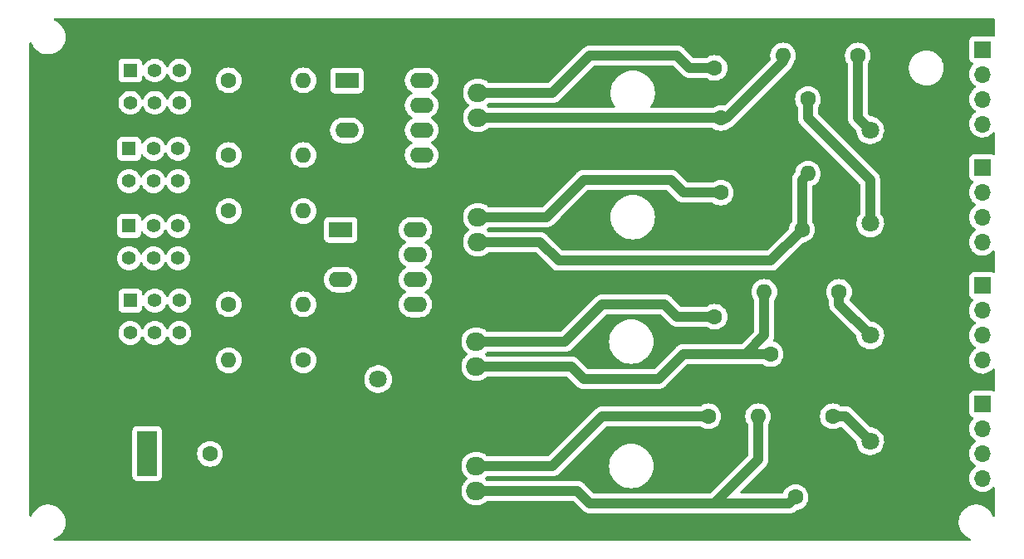
<source format=gbr>
%TF.GenerationSoftware,KiCad,Pcbnew,(6.0.7-1)-1*%
%TF.CreationDate,2022-11-07T13:48:13-05:00*%
%TF.ProjectId,BasicPowerSupply,42617369-6350-46f7-9765-72537570706c,rev?*%
%TF.SameCoordinates,Original*%
%TF.FileFunction,Copper,L2,Bot*%
%TF.FilePolarity,Positive*%
%FSLAX46Y46*%
G04 Gerber Fmt 4.6, Leading zero omitted, Abs format (unit mm)*
G04 Created by KiCad (PCBNEW (6.0.7-1)-1) date 2022-11-07 13:48:13*
%MOMM*%
%LPD*%
G01*
G04 APERTURE LIST*
%TA.AperFunction,ComponentPad*%
%ADD10C,1.600000*%
%TD*%
%TA.AperFunction,ComponentPad*%
%ADD11O,1.600000X1.600000*%
%TD*%
%TA.AperFunction,ComponentPad*%
%ADD12R,2.000000X1.905000*%
%TD*%
%TA.AperFunction,ComponentPad*%
%ADD13O,2.000000X1.905000*%
%TD*%
%TA.AperFunction,ComponentPad*%
%ADD14R,1.400000X1.400000*%
%TD*%
%TA.AperFunction,ComponentPad*%
%ADD15C,1.400000*%
%TD*%
%TA.AperFunction,ComponentPad*%
%ADD16R,1.700000X1.700000*%
%TD*%
%TA.AperFunction,ComponentPad*%
%ADD17O,1.700000X1.700000*%
%TD*%
%TA.AperFunction,ComponentPad*%
%ADD18R,1.800000X1.800000*%
%TD*%
%TA.AperFunction,ComponentPad*%
%ADD19C,1.800000*%
%TD*%
%TA.AperFunction,ComponentPad*%
%ADD20R,2.000000X4.600000*%
%TD*%
%TA.AperFunction,ComponentPad*%
%ADD21O,2.000000X4.200000*%
%TD*%
%TA.AperFunction,ComponentPad*%
%ADD22O,4.200000X2.000000*%
%TD*%
%TA.AperFunction,ComponentPad*%
%ADD23R,2.400000X1.600000*%
%TD*%
%TA.AperFunction,ComponentPad*%
%ADD24O,2.400000X1.600000*%
%TD*%
%TA.AperFunction,Conductor*%
%ADD25C,1.016000*%
%TD*%
G04 APERTURE END LIST*
D10*
%TO.P,R7,1*%
%TO.N,Net-(R7-Pad1)*%
X118110000Y-73025000D03*
D11*
%TO.P,R7,2*%
%TO.N,Net-(OC2-Pad3)*%
X125730000Y-73025000D03*
%TD*%
D10*
%TO.P,C6,1*%
%TO.N,Net-(C6-Pad1)*%
X168275000Y-76855000D03*
%TO.P,C6,2*%
%TO.N,Earth*%
X168275000Y-79355000D03*
%TD*%
D12*
%TO.P,U2,1,GND*%
%TO.N,Earth*%
X143350000Y-109855000D03*
D13*
%TO.P,U2,2,VO*%
%TO.N,Net-(C5-Pad1)*%
X143350000Y-112395000D03*
%TO.P,U2,3,VI*%
%TO.N,Net-(C3-Pad1)*%
X143350000Y-114935000D03*
%TD*%
D14*
%TO.P,SW4,1,A*%
%TO.N,unconnected-(SW4-Pad1)*%
X108082500Y-72010000D03*
D15*
%TO.P,SW4,2,B*%
%TO.N,Net-(C1-Pad1)*%
X110582500Y-72010000D03*
%TO.P,SW4,3,C*%
%TO.N,Net-(R7-Pad1)*%
X113082500Y-72010000D03*
%TO.P,SW4,4,A*%
%TO.N,unconnected-(SW4-Pad4)*%
X108082500Y-75310000D03*
%TO.P,SW4,5,B*%
%TO.N,unconnected-(SW4-Pad5)*%
X110582500Y-75310000D03*
%TO.P,SW4,6,C*%
%TO.N,unconnected-(SW4-Pad6)*%
X113082500Y-75310000D03*
%TD*%
D10*
%TO.P,C5,1*%
%TO.N,Net-(C5-Pad1)*%
X167005000Y-107315000D03*
%TO.P,C5,2*%
%TO.N,Earth*%
X167005000Y-109815000D03*
%TD*%
D16*
%TO.P,J3,1,Pin_1*%
%TO.N,Net-(C5-Pad1)*%
X194945000Y-106045000D03*
D17*
%TO.P,J3,2,Pin_2*%
X194945000Y-108585000D03*
%TO.P,J3,3,Pin_3*%
X194945000Y-111125000D03*
%TO.P,J3,4,Pin_4*%
X194945000Y-113665000D03*
%TD*%
D18*
%TO.P,LED1,1,K*%
%TO.N,Earth*%
X133350000Y-106050000D03*
D19*
%TO.P,LED1,2,A*%
%TO.N,Net-(LED1-Pad2)*%
X133350000Y-103510000D03*
%TD*%
D12*
%TO.P,U1,1,GND*%
%TO.N,Earth*%
X143350000Y-97155000D03*
D13*
%TO.P,U1,2,VO*%
%TO.N,Net-(C4-Pad1)*%
X143350000Y-99695000D03*
%TO.P,U1,3,VI*%
%TO.N,Net-(C2-Pad1)*%
X143350000Y-102235000D03*
%TD*%
D16*
%TO.P,J2,1,Pin_1*%
%TO.N,Net-(C4-Pad1)*%
X194945000Y-93980000D03*
D17*
%TO.P,J2,2,Pin_2*%
X194945000Y-96520000D03*
%TO.P,J2,3,Pin_3*%
X194945000Y-99060000D03*
%TO.P,J2,4,Pin_4*%
X194945000Y-101600000D03*
%TD*%
D16*
%TO.P,J6,1,Pin_1*%
%TO.N,Earth*%
X128915000Y-116205000D03*
D17*
%TO.P,J6,2,Pin_2*%
X131455000Y-116205000D03*
%TO.P,J6,3,Pin_3*%
X133995000Y-116205000D03*
%TO.P,J6,4,Pin_4*%
X136535000Y-116205000D03*
%TD*%
D10*
%TO.P,R8,1*%
%TO.N,Net-(LED4-Pad2)*%
X182245000Y-70485000D03*
D11*
%TO.P,R8,2*%
%TO.N,Net-(C6-Pad1)*%
X174625000Y-70485000D03*
%TD*%
D10*
%TO.P,R4,1*%
%TO.N,Net-(LED2-Pad2)*%
X180340000Y-94615000D03*
D11*
%TO.P,R4,2*%
%TO.N,Net-(C2-Pad1)*%
X172720000Y-94615000D03*
%TD*%
D20*
%TO.P,J1,1*%
%TO.N,Net-(C1-Pad1)*%
X109805000Y-111125000D03*
D21*
%TO.P,J1,2*%
%TO.N,Earth*%
X103505000Y-111125000D03*
D22*
%TO.P,J1,3*%
X106905000Y-115925000D03*
%TD*%
D14*
%TO.P,SW3,1,A*%
%TO.N,unconnected-(SW3-Pad1)*%
X107950000Y-80010000D03*
D15*
%TO.P,SW3,2,B*%
%TO.N,Net-(C1-Pad1)*%
X110450000Y-80010000D03*
%TO.P,SW3,3,C*%
%TO.N,Net-(R6-Pad1)*%
X112950000Y-80010000D03*
%TO.P,SW3,4,A*%
%TO.N,unconnected-(SW3-Pad4)*%
X107950000Y-83310000D03*
%TO.P,SW3,5,B*%
%TO.N,unconnected-(SW3-Pad5)*%
X110450000Y-83310000D03*
%TO.P,SW3,6,C*%
%TO.N,unconnected-(SW3-Pad6)*%
X112950000Y-83310000D03*
%TD*%
D10*
%TO.P,C7,1*%
%TO.N,Net-(C7-Pad1)*%
X176550000Y-88265000D03*
%TO.P,C7,2*%
%TO.N,Earth*%
X179050000Y-88265000D03*
%TD*%
D16*
%TO.P,J5,1,Pin_1*%
%TO.N,Net-(C9-Pad1)*%
X194945000Y-81925000D03*
D17*
%TO.P,J5,2,Pin_2*%
X194945000Y-84465000D03*
%TO.P,J5,3,Pin_3*%
X194945000Y-87005000D03*
%TO.P,J5,4,Pin_4*%
X194945000Y-89545000D03*
%TD*%
D23*
%TO.P,OC1,1*%
%TO.N,Net-(OC1-Pad1)*%
X129525000Y-88275000D03*
D24*
%TO.P,OC1,2*%
%TO.N,Earth*%
X129525000Y-90815000D03*
%TO.P,OC1,3*%
%TO.N,Net-(OC1-Pad3)*%
X129525000Y-93355000D03*
%TO.P,OC1,4*%
%TO.N,Earth*%
X129525000Y-95895000D03*
%TO.P,OC1,5*%
%TO.N,Net-(C3-Pad1)*%
X137145000Y-95895000D03*
%TO.P,OC1,6*%
%TO.N,Net-(C1-Pad1)*%
X137145000Y-93355000D03*
%TO.P,OC1,7*%
%TO.N,Net-(C2-Pad1)*%
X137145000Y-90815000D03*
%TO.P,OC1,8*%
%TO.N,Net-(C1-Pad1)*%
X137145000Y-88275000D03*
%TD*%
D12*
%TO.P,U3,1,GND*%
%TO.N,Earth*%
X143510000Y-71755000D03*
D13*
%TO.P,U3,2,VO*%
%TO.N,Net-(C8-Pad1)*%
X143510000Y-74295000D03*
%TO.P,U3,3,VI*%
%TO.N,Net-(C6-Pad1)*%
X143510000Y-76835000D03*
%TD*%
D12*
%TO.P,U4,1,GND*%
%TO.N,Earth*%
X143510000Y-84455000D03*
D13*
%TO.P,U4,2,VO*%
%TO.N,Net-(C9-Pad1)*%
X143510000Y-86995000D03*
%TO.P,U4,3,VI*%
%TO.N,Net-(C7-Pad1)*%
X143510000Y-89535000D03*
%TD*%
D10*
%TO.P,C3,1*%
%TO.N,Net-(C3-Pad1)*%
X175895000Y-115570000D03*
%TO.P,C3,2*%
%TO.N,Earth*%
X175895000Y-113070000D03*
%TD*%
D16*
%TO.P,J4,1,Pin_1*%
%TO.N,Net-(C8-Pad1)*%
X194945000Y-69860000D03*
D17*
%TO.P,J4,2,Pin_2*%
X194945000Y-72400000D03*
%TO.P,J4,3,Pin_3*%
X194945000Y-74940000D03*
%TO.P,J4,4,Pin_4*%
X194945000Y-77480000D03*
%TD*%
D18*
%TO.P,LED4,1,K*%
%TO.N,Earth*%
X186055000Y-78105000D03*
D19*
%TO.P,LED4,2,A*%
%TO.N,Net-(LED4-Pad2)*%
X183515000Y-78105000D03*
%TD*%
D10*
%TO.P,R5,1*%
%TO.N,Net-(LED3-Pad2)*%
X179705000Y-107315000D03*
D11*
%TO.P,R5,2*%
%TO.N,Net-(C3-Pad1)*%
X172085000Y-107315000D03*
%TD*%
D10*
%TO.P,R6,1*%
%TO.N,Net-(R6-Pad1)*%
X118110000Y-80645000D03*
D11*
%TO.P,R6,2*%
%TO.N,Net-(OC2-Pad1)*%
X125730000Y-80645000D03*
%TD*%
D10*
%TO.P,C2,1*%
%TO.N,Net-(C2-Pad1)*%
X173355000Y-100965000D03*
%TO.P,C2,2*%
%TO.N,Earth*%
X175855000Y-100965000D03*
%TD*%
D14*
%TO.P,SW2,1,A*%
%TO.N,unconnected-(SW2-Pad1)*%
X107950000Y-87885000D03*
D15*
%TO.P,SW2,2,B*%
%TO.N,Net-(C1-Pad1)*%
X110450000Y-87885000D03*
%TO.P,SW2,3,C*%
%TO.N,Net-(R3-Pad1)*%
X112950000Y-87885000D03*
%TO.P,SW2,4,A*%
%TO.N,unconnected-(SW2-Pad4)*%
X107950000Y-91185000D03*
%TO.P,SW2,5,B*%
%TO.N,unconnected-(SW2-Pad5)*%
X110450000Y-91185000D03*
%TO.P,SW2,6,C*%
%TO.N,unconnected-(SW2-Pad6)*%
X112950000Y-91185000D03*
%TD*%
D10*
%TO.P,C1,1*%
%TO.N,Net-(C1-Pad1)*%
X116205000Y-111145000D03*
%TO.P,C1,2*%
%TO.N,Earth*%
X118705000Y-111145000D03*
%TD*%
%TO.P,C8,1*%
%TO.N,Net-(C8-Pad1)*%
X167640000Y-71755000D03*
%TO.P,C8,2*%
%TO.N,Earth*%
X167640000Y-69255000D03*
%TD*%
D18*
%TO.P,LED2,1,K*%
%TO.N,Earth*%
X186055000Y-99060000D03*
D19*
%TO.P,LED2,2,A*%
%TO.N,Net-(LED2-Pad2)*%
X183515000Y-99060000D03*
%TD*%
D10*
%TO.P,R3,1*%
%TO.N,Net-(R3-Pad1)*%
X118110000Y-86360000D03*
D11*
%TO.P,R3,2*%
%TO.N,Net-(OC1-Pad3)*%
X125730000Y-86360000D03*
%TD*%
D18*
%TO.P,LED5,1,K*%
%TO.N,Earth*%
X186060000Y-87630000D03*
D19*
%TO.P,LED5,2,A*%
%TO.N,Net-(LED5-Pad2)*%
X183520000Y-87630000D03*
%TD*%
D10*
%TO.P,C4,1*%
%TO.N,Net-(C4-Pad1)*%
X167640000Y-97155000D03*
%TO.P,C4,2*%
%TO.N,Earth*%
X167640000Y-94655000D03*
%TD*%
D18*
%TO.P,LED3,1,K*%
%TO.N,Earth*%
X186055000Y-109855000D03*
D19*
%TO.P,LED3,2,A*%
%TO.N,Net-(LED3-Pad2)*%
X183515000Y-109855000D03*
%TD*%
D14*
%TO.P,SW1,1,A*%
%TO.N,unconnected-(SW1-Pad1)*%
X108082500Y-95505000D03*
D15*
%TO.P,SW1,2,B*%
%TO.N,Net-(C1-Pad1)*%
X110582500Y-95505000D03*
%TO.P,SW1,3,C*%
%TO.N,Net-(R2-Pad1)*%
X113082500Y-95505000D03*
%TO.P,SW1,4,A*%
%TO.N,unconnected-(SW1-Pad4)*%
X108082500Y-98805000D03*
%TO.P,SW1,5,B*%
%TO.N,unconnected-(SW1-Pad5)*%
X110582500Y-98805000D03*
%TO.P,SW1,6,C*%
%TO.N,unconnected-(SW1-Pad6)*%
X113082500Y-98805000D03*
%TD*%
D10*
%TO.P,C9,1*%
%TO.N,Net-(C9-Pad1)*%
X168275000Y-84475000D03*
%TO.P,C9,2*%
%TO.N,Earth*%
X168275000Y-86975000D03*
%TD*%
%TO.P,R9,1*%
%TO.N,Net-(LED5-Pad2)*%
X177165000Y-74930000D03*
D11*
%TO.P,R9,2*%
%TO.N,Net-(C7-Pad1)*%
X177165000Y-82550000D03*
%TD*%
D10*
%TO.P,R2,1*%
%TO.N,Net-(R2-Pad1)*%
X118110000Y-95885000D03*
D11*
%TO.P,R2,2*%
%TO.N,Net-(OC1-Pad1)*%
X125730000Y-95885000D03*
%TD*%
D10*
%TO.P,R1,1*%
%TO.N,Net-(LED1-Pad2)*%
X125730000Y-101600000D03*
D11*
%TO.P,R1,2*%
%TO.N,Net-(C1-Pad1)*%
X118110000Y-101600000D03*
%TD*%
D23*
%TO.P,OC2,1*%
%TO.N,Net-(OC2-Pad1)*%
X130160000Y-73035000D03*
D24*
%TO.P,OC2,2*%
%TO.N,Earth*%
X130160000Y-75575000D03*
%TO.P,OC2,3*%
%TO.N,Net-(OC2-Pad3)*%
X130160000Y-78115000D03*
%TO.P,OC2,4*%
%TO.N,Earth*%
X130160000Y-80655000D03*
%TO.P,OC2,5*%
%TO.N,Net-(C7-Pad1)*%
X137780000Y-80655000D03*
%TO.P,OC2,6*%
%TO.N,Net-(C1-Pad1)*%
X137780000Y-78115000D03*
%TO.P,OC2,7*%
%TO.N,Net-(C6-Pad1)*%
X137780000Y-75575000D03*
%TO.P,OC2,8*%
%TO.N,Net-(C1-Pad1)*%
X137780000Y-73035000D03*
%TD*%
D25*
%TO.N,Net-(C2-Pad1)*%
X143350000Y-102235000D02*
X153035000Y-102235000D01*
X153035000Y-102235000D02*
X154305000Y-103505000D01*
X172720000Y-99060000D02*
X170815000Y-100965000D01*
X154305000Y-103505000D02*
X161925000Y-103505000D01*
X161925000Y-103505000D02*
X164465000Y-100965000D01*
X170815000Y-100965000D02*
X173355000Y-100965000D01*
X164465000Y-100965000D02*
X170815000Y-100965000D01*
X172720000Y-94615000D02*
X172720000Y-99060000D01*
%TO.N,Net-(C3-Pad1)*%
X167640000Y-116205000D02*
X175260000Y-116205000D01*
X143350000Y-114935000D02*
X153670000Y-114935000D01*
X153670000Y-114935000D02*
X154940000Y-116205000D01*
X172085000Y-111760000D02*
X167957500Y-115887500D01*
X175260000Y-116205000D02*
X175895000Y-115570000D01*
X154940000Y-116205000D02*
X167640000Y-116205000D01*
X167640000Y-116205000D02*
X167957500Y-115887500D01*
X172085000Y-107315000D02*
X172085000Y-111760000D01*
%TO.N,Net-(C4-Pad1)*%
X156210000Y-95885000D02*
X162560000Y-95885000D01*
X162560000Y-95885000D02*
X163830000Y-97155000D01*
X152400000Y-99695000D02*
X156210000Y-95885000D01*
X143350000Y-99695000D02*
X152400000Y-99695000D01*
X163830000Y-97155000D02*
X167640000Y-97155000D01*
%TO.N,Net-(C5-Pad1)*%
X151130000Y-112395000D02*
X156210000Y-107315000D01*
X156210000Y-107315000D02*
X167005000Y-107315000D01*
X143350000Y-112395000D02*
X151130000Y-112395000D01*
%TO.N,Net-(C6-Pad1)*%
X168275000Y-76855000D02*
X168890000Y-76855000D01*
X168255000Y-76835000D02*
X168275000Y-76855000D01*
X143510000Y-76835000D02*
X168255000Y-76835000D01*
X174625000Y-71120000D02*
X174625000Y-70485000D01*
X168890000Y-76855000D02*
X174625000Y-71120000D01*
%TO.N,Net-(C7-Pad1)*%
X143510000Y-89535000D02*
X149860000Y-89535000D01*
X173375000Y-91440000D02*
X176550000Y-88265000D01*
X176550000Y-83165000D02*
X177165000Y-82550000D01*
X151765000Y-91440000D02*
X173375000Y-91440000D01*
X149860000Y-89535000D02*
X151765000Y-91440000D01*
X176550000Y-88265000D02*
X176550000Y-83165000D01*
%TO.N,Net-(C8-Pad1)*%
X143510000Y-74295000D02*
X151130000Y-74295000D01*
X165100000Y-71755000D02*
X167640000Y-71755000D01*
X154940000Y-70485000D02*
X163830000Y-70485000D01*
X151130000Y-74295000D02*
X154940000Y-70485000D01*
X163830000Y-70485000D02*
X165100000Y-71755000D01*
%TO.N,Net-(C9-Pad1)*%
X150495000Y-86995000D02*
X154305000Y-83185000D01*
X154305000Y-83185000D02*
X163195000Y-83185000D01*
X163195000Y-83185000D02*
X164485000Y-84475000D01*
X164485000Y-84475000D02*
X168275000Y-84475000D01*
X143510000Y-86995000D02*
X150495000Y-86995000D01*
%TO.N,Net-(LED2-Pad2)*%
X180340000Y-95885000D02*
X183515000Y-99060000D01*
X180340000Y-94615000D02*
X180340000Y-95885000D01*
%TO.N,Net-(LED3-Pad2)*%
X180975000Y-107315000D02*
X183515000Y-109855000D01*
X179705000Y-107315000D02*
X180975000Y-107315000D01*
%TO.N,Net-(LED4-Pad2)*%
X182245000Y-70485000D02*
X182245000Y-76835000D01*
X182245000Y-76835000D02*
X183515000Y-78105000D01*
%TO.N,Net-(LED5-Pad2)*%
X177165000Y-74930000D02*
X177165000Y-76835000D01*
X177165000Y-76835000D02*
X183520000Y-83190000D01*
X183520000Y-83190000D02*
X183520000Y-87630000D01*
%TD*%
%TA.AperFunction,Conductor*%
%TO.N,Earth*%
G36*
X196157121Y-66695002D02*
G01*
X196203614Y-66748658D01*
X196215000Y-66801000D01*
X196215000Y-68443081D01*
X196194998Y-68511202D01*
X196141342Y-68557695D01*
X196071068Y-68567799D01*
X196042164Y-68558161D01*
X196041705Y-68559385D01*
X195905316Y-68508255D01*
X195843134Y-68501500D01*
X194046866Y-68501500D01*
X193984684Y-68508255D01*
X193848295Y-68559385D01*
X193731739Y-68646739D01*
X193644385Y-68763295D01*
X193593255Y-68899684D01*
X193586500Y-68961866D01*
X193586500Y-70758134D01*
X193593255Y-70820316D01*
X193644385Y-70956705D01*
X193731739Y-71073261D01*
X193848295Y-71160615D01*
X193856704Y-71163767D01*
X193856705Y-71163768D01*
X193965451Y-71204535D01*
X194022216Y-71247176D01*
X194046916Y-71313738D01*
X194031709Y-71383087D01*
X194012316Y-71409568D01*
X193891325Y-71536178D01*
X193885629Y-71542138D01*
X193882715Y-71546410D01*
X193882714Y-71546411D01*
X193862464Y-71576096D01*
X193759743Y-71726680D01*
X193712715Y-71827993D01*
X193673106Y-71913325D01*
X193665688Y-71929305D01*
X193605989Y-72144570D01*
X193582251Y-72366695D01*
X193582548Y-72371848D01*
X193582548Y-72371851D01*
X193589584Y-72493880D01*
X193595110Y-72589715D01*
X193596247Y-72594761D01*
X193596248Y-72594767D01*
X193619379Y-72697402D01*
X193644222Y-72807639D01*
X193697684Y-72939301D01*
X193717037Y-72986961D01*
X193728266Y-73014616D01*
X193749350Y-73049022D01*
X193819666Y-73163767D01*
X193844987Y-73205088D01*
X193991250Y-73373938D01*
X194163126Y-73516632D01*
X194181220Y-73527205D01*
X194236445Y-73559476D01*
X194285169Y-73611114D01*
X194298240Y-73680897D01*
X194271509Y-73746669D01*
X194231055Y-73780027D01*
X194218607Y-73786507D01*
X194214474Y-73789610D01*
X194214471Y-73789612D01*
X194044100Y-73917530D01*
X194039965Y-73920635D01*
X194009309Y-73952715D01*
X193938033Y-74027301D01*
X193885629Y-74082138D01*
X193882715Y-74086410D01*
X193882714Y-74086411D01*
X193822386Y-74174849D01*
X193759743Y-74266680D01*
X193712716Y-74367992D01*
X193678997Y-74440634D01*
X193665688Y-74469305D01*
X193605989Y-74684570D01*
X193582251Y-74906695D01*
X193582548Y-74911848D01*
X193582548Y-74911851D01*
X193592024Y-75076200D01*
X193595110Y-75129715D01*
X193596247Y-75134761D01*
X193596248Y-75134767D01*
X193617275Y-75228069D01*
X193644222Y-75347639D01*
X193728266Y-75554616D01*
X193744901Y-75581762D01*
X193833930Y-75727044D01*
X193844987Y-75745088D01*
X193991250Y-75913938D01*
X194163126Y-76056632D01*
X194212124Y-76085264D01*
X194236445Y-76099476D01*
X194285169Y-76151114D01*
X194298240Y-76220897D01*
X194271509Y-76286669D01*
X194231055Y-76320027D01*
X194218607Y-76326507D01*
X194214474Y-76329610D01*
X194214471Y-76329612D01*
X194044100Y-76457530D01*
X194039965Y-76460635D01*
X193885629Y-76622138D01*
X193882715Y-76626410D01*
X193882714Y-76626411D01*
X193822386Y-76714849D01*
X193759743Y-76806680D01*
X193723315Y-76885157D01*
X193678997Y-76980634D01*
X193665688Y-77009305D01*
X193605989Y-77224570D01*
X193582251Y-77446695D01*
X193582548Y-77451848D01*
X193582548Y-77451851D01*
X193591911Y-77614232D01*
X193595110Y-77669715D01*
X193596247Y-77674761D01*
X193596248Y-77674767D01*
X193604429Y-77711068D01*
X193644222Y-77887639D01*
X193705673Y-78038976D01*
X193725158Y-78086961D01*
X193728266Y-78094616D01*
X193760440Y-78147119D01*
X193838830Y-78275040D01*
X193844987Y-78285088D01*
X193991250Y-78453938D01*
X194163126Y-78596632D01*
X194356000Y-78709338D01*
X194564692Y-78789030D01*
X194569760Y-78790061D01*
X194569763Y-78790062D01*
X194659185Y-78808255D01*
X194783597Y-78833567D01*
X194788772Y-78833757D01*
X194788774Y-78833757D01*
X195001673Y-78841564D01*
X195001677Y-78841564D01*
X195006837Y-78841753D01*
X195011957Y-78841097D01*
X195011959Y-78841097D01*
X195223288Y-78814025D01*
X195223289Y-78814025D01*
X195228416Y-78813368D01*
X195233366Y-78811883D01*
X195437429Y-78750661D01*
X195437434Y-78750659D01*
X195442384Y-78749174D01*
X195642994Y-78650896D01*
X195824860Y-78521173D01*
X195983096Y-78363489D01*
X195986109Y-78359296D01*
X195986114Y-78359290D01*
X195986674Y-78358510D01*
X195986981Y-78358271D01*
X195989465Y-78355352D01*
X195990067Y-78355865D01*
X196042666Y-78314859D01*
X196113369Y-78308410D01*
X196176335Y-78341210D01*
X196211573Y-78402844D01*
X196215000Y-78432031D01*
X196215000Y-80508081D01*
X196194998Y-80576202D01*
X196141342Y-80622695D01*
X196071068Y-80632799D01*
X196042164Y-80623161D01*
X196041705Y-80624385D01*
X195905316Y-80573255D01*
X195843134Y-80566500D01*
X194046866Y-80566500D01*
X193984684Y-80573255D01*
X193848295Y-80624385D01*
X193731739Y-80711739D01*
X193644385Y-80828295D01*
X193593255Y-80964684D01*
X193586500Y-81026866D01*
X193586500Y-82823134D01*
X193593255Y-82885316D01*
X193644385Y-83021705D01*
X193731739Y-83138261D01*
X193848295Y-83225615D01*
X193856704Y-83228767D01*
X193856705Y-83228768D01*
X193965451Y-83269535D01*
X194022216Y-83312176D01*
X194046916Y-83378738D01*
X194031709Y-83448087D01*
X194012316Y-83474568D01*
X193891325Y-83601178D01*
X193885629Y-83607138D01*
X193759743Y-83791680D01*
X193665688Y-83994305D01*
X193605989Y-84209570D01*
X193582251Y-84431695D01*
X193582548Y-84436848D01*
X193582548Y-84436851D01*
X193587522Y-84523116D01*
X193595110Y-84654715D01*
X193596247Y-84659761D01*
X193596248Y-84659767D01*
X193604776Y-84697607D01*
X193644222Y-84872639D01*
X193728266Y-85079616D01*
X193730965Y-85084020D01*
X193817746Y-85225634D01*
X193844987Y-85270088D01*
X193991250Y-85438938D01*
X194163126Y-85581632D01*
X194206891Y-85607206D01*
X194236445Y-85624476D01*
X194285169Y-85676114D01*
X194298240Y-85745897D01*
X194271509Y-85811669D01*
X194231055Y-85845027D01*
X194218607Y-85851507D01*
X194214474Y-85854610D01*
X194214471Y-85854612D01*
X194044100Y-85982530D01*
X194039965Y-85985635D01*
X193974346Y-86054301D01*
X193894942Y-86137393D01*
X193885629Y-86147138D01*
X193759743Y-86331680D01*
X193665688Y-86534305D01*
X193605989Y-86749570D01*
X193582251Y-86971695D01*
X193582548Y-86976848D01*
X193582548Y-86976851D01*
X193591992Y-87140634D01*
X193595110Y-87194715D01*
X193596247Y-87199761D01*
X193596248Y-87199767D01*
X193611806Y-87268802D01*
X193644222Y-87412639D01*
X193703321Y-87558183D01*
X193720555Y-87600625D01*
X193728266Y-87619616D01*
X193764995Y-87679553D01*
X193830306Y-87786130D01*
X193844987Y-87810088D01*
X193991250Y-87978938D01*
X194163126Y-88121632D01*
X194216842Y-88153021D01*
X194236445Y-88164476D01*
X194285169Y-88216114D01*
X194298240Y-88285897D01*
X194271509Y-88351669D01*
X194231055Y-88385027D01*
X194218607Y-88391507D01*
X194214474Y-88394610D01*
X194214471Y-88394612D01*
X194048947Y-88518891D01*
X194039965Y-88525635D01*
X194003058Y-88564256D01*
X193930882Y-88639784D01*
X193885629Y-88687138D01*
X193882715Y-88691410D01*
X193882714Y-88691411D01*
X193813465Y-88792926D01*
X193759743Y-88871680D01*
X193722079Y-88952821D01*
X193680831Y-89041683D01*
X193665688Y-89074305D01*
X193605989Y-89289570D01*
X193582251Y-89511695D01*
X193582548Y-89516848D01*
X193582548Y-89516851D01*
X193586370Y-89583131D01*
X193595110Y-89734715D01*
X193596247Y-89739761D01*
X193596248Y-89739767D01*
X193611806Y-89808802D01*
X193644222Y-89952639D01*
X193728266Y-90159616D01*
X193730965Y-90164020D01*
X193826759Y-90320342D01*
X193844987Y-90350088D01*
X193991250Y-90518938D01*
X194163126Y-90661632D01*
X194356000Y-90774338D01*
X194564692Y-90854030D01*
X194569760Y-90855061D01*
X194569763Y-90855062D01*
X194677017Y-90876883D01*
X194783597Y-90898567D01*
X194788772Y-90898757D01*
X194788774Y-90898757D01*
X195001673Y-90906564D01*
X195001677Y-90906564D01*
X195006837Y-90906753D01*
X195011957Y-90906097D01*
X195011959Y-90906097D01*
X195223288Y-90879025D01*
X195223289Y-90879025D01*
X195228416Y-90878368D01*
X195233366Y-90876883D01*
X195437429Y-90815661D01*
X195437434Y-90815659D01*
X195442384Y-90814174D01*
X195642994Y-90715896D01*
X195824860Y-90586173D01*
X195839583Y-90571502D01*
X195979435Y-90432137D01*
X195983096Y-90428489D01*
X195986109Y-90424296D01*
X195986114Y-90424290D01*
X195986674Y-90423510D01*
X195986981Y-90423271D01*
X195989465Y-90420352D01*
X195990067Y-90420865D01*
X196042666Y-90379859D01*
X196113369Y-90373410D01*
X196176335Y-90406210D01*
X196211573Y-90467844D01*
X196215000Y-90497031D01*
X196215000Y-92563081D01*
X196194998Y-92631202D01*
X196141342Y-92677695D01*
X196071068Y-92687799D01*
X196042164Y-92678161D01*
X196041705Y-92679385D01*
X195905316Y-92628255D01*
X195843134Y-92621500D01*
X194046866Y-92621500D01*
X193984684Y-92628255D01*
X193848295Y-92679385D01*
X193731739Y-92766739D01*
X193644385Y-92883295D01*
X193593255Y-93019684D01*
X193586500Y-93081866D01*
X193586500Y-94878134D01*
X193593255Y-94940316D01*
X193644385Y-95076705D01*
X193731739Y-95193261D01*
X193848295Y-95280615D01*
X193856704Y-95283767D01*
X193856705Y-95283768D01*
X193965451Y-95324535D01*
X194022216Y-95367176D01*
X194046916Y-95433738D01*
X194031709Y-95503087D01*
X194012316Y-95529568D01*
X193891325Y-95656178D01*
X193885629Y-95662138D01*
X193882715Y-95666410D01*
X193882714Y-95666411D01*
X193797556Y-95791249D01*
X193759743Y-95846680D01*
X193723532Y-95924690D01*
X193678997Y-96020634D01*
X193665688Y-96049305D01*
X193605989Y-96264570D01*
X193582251Y-96486695D01*
X193582548Y-96491848D01*
X193582548Y-96491851D01*
X193590975Y-96637995D01*
X193595110Y-96709715D01*
X193596247Y-96714761D01*
X193596248Y-96714767D01*
X193617275Y-96808069D01*
X193644222Y-96927639D01*
X193648594Y-96938405D01*
X193725158Y-97126961D01*
X193728266Y-97134616D01*
X193844987Y-97325088D01*
X193991250Y-97493938D01*
X194130114Y-97609225D01*
X194156910Y-97631471D01*
X194163126Y-97636632D01*
X194211748Y-97665044D01*
X194236445Y-97679476D01*
X194285169Y-97731114D01*
X194298240Y-97800897D01*
X194271509Y-97866669D01*
X194231055Y-97900027D01*
X194227102Y-97902085D01*
X194218607Y-97906507D01*
X194214474Y-97909610D01*
X194214471Y-97909612D01*
X194058980Y-98026358D01*
X194039965Y-98040635D01*
X193991009Y-98091864D01*
X193889904Y-98197665D01*
X193885629Y-98202138D01*
X193882715Y-98206410D01*
X193882714Y-98206411D01*
X193822386Y-98294849D01*
X193759743Y-98386680D01*
X193731688Y-98447119D01*
X193677747Y-98563327D01*
X193665688Y-98589305D01*
X193605989Y-98804570D01*
X193582251Y-99026695D01*
X193582548Y-99031848D01*
X193582548Y-99031851D01*
X193586876Y-99106908D01*
X193595110Y-99249715D01*
X193596247Y-99254761D01*
X193596248Y-99254767D01*
X193612214Y-99325611D01*
X193644222Y-99467639D01*
X193728266Y-99674616D01*
X193744827Y-99701641D01*
X193840590Y-99857912D01*
X193844987Y-99865088D01*
X193991250Y-100033938D01*
X194163126Y-100176632D01*
X194218488Y-100208983D01*
X194236445Y-100219476D01*
X194285169Y-100271114D01*
X194298240Y-100340897D01*
X194271509Y-100406669D01*
X194231055Y-100440027D01*
X194218607Y-100446507D01*
X194214474Y-100449610D01*
X194214471Y-100449612D01*
X194065923Y-100561145D01*
X194039965Y-100580635D01*
X193986627Y-100636450D01*
X193914474Y-100711954D01*
X193885629Y-100742138D01*
X193882715Y-100746410D01*
X193882714Y-100746411D01*
X193873300Y-100760211D01*
X193759743Y-100926680D01*
X193744497Y-100959525D01*
X193679630Y-101099270D01*
X193665688Y-101129305D01*
X193605989Y-101344570D01*
X193582251Y-101566695D01*
X193582548Y-101571848D01*
X193582548Y-101571851D01*
X193588011Y-101666590D01*
X193595110Y-101789715D01*
X193596247Y-101794761D01*
X193596248Y-101794767D01*
X193612214Y-101865611D01*
X193644222Y-102007639D01*
X193699414Y-102143562D01*
X193725217Y-102207106D01*
X193728266Y-102214616D01*
X193844987Y-102405088D01*
X193991250Y-102573938D01*
X194163126Y-102716632D01*
X194356000Y-102829338D01*
X194360825Y-102831180D01*
X194360826Y-102831181D01*
X194378141Y-102837793D01*
X194564692Y-102909030D01*
X194569760Y-102910061D01*
X194569763Y-102910062D01*
X194677017Y-102931883D01*
X194783597Y-102953567D01*
X194788772Y-102953757D01*
X194788774Y-102953757D01*
X195001673Y-102961564D01*
X195001677Y-102961564D01*
X195006837Y-102961753D01*
X195011957Y-102961097D01*
X195011959Y-102961097D01*
X195223288Y-102934025D01*
X195223289Y-102934025D01*
X195228416Y-102933368D01*
X195294646Y-102913498D01*
X195437429Y-102870661D01*
X195437434Y-102870659D01*
X195442384Y-102869174D01*
X195642994Y-102770896D01*
X195824860Y-102641173D01*
X195856788Y-102609357D01*
X195979435Y-102487137D01*
X195983096Y-102483489D01*
X195986109Y-102479296D01*
X195986114Y-102479290D01*
X195986674Y-102478510D01*
X195986981Y-102478271D01*
X195989465Y-102475352D01*
X195990067Y-102475865D01*
X196042666Y-102434859D01*
X196113369Y-102428410D01*
X196176335Y-102461210D01*
X196211573Y-102522844D01*
X196215000Y-102552031D01*
X196215000Y-104628081D01*
X196194998Y-104696202D01*
X196141342Y-104742695D01*
X196071068Y-104752799D01*
X196042164Y-104743161D01*
X196041705Y-104744385D01*
X195905316Y-104693255D01*
X195843134Y-104686500D01*
X194046866Y-104686500D01*
X193984684Y-104693255D01*
X193848295Y-104744385D01*
X193731739Y-104831739D01*
X193644385Y-104948295D01*
X193593255Y-105084684D01*
X193586500Y-105146866D01*
X193586500Y-106943134D01*
X193593255Y-107005316D01*
X193644385Y-107141705D01*
X193731739Y-107258261D01*
X193848295Y-107345615D01*
X193856704Y-107348767D01*
X193856705Y-107348768D01*
X193965451Y-107389535D01*
X194022216Y-107432176D01*
X194046916Y-107498738D01*
X194031709Y-107568087D01*
X194012316Y-107594568D01*
X193891325Y-107721178D01*
X193885629Y-107727138D01*
X193759743Y-107911680D01*
X193665688Y-108114305D01*
X193605989Y-108329570D01*
X193582251Y-108551695D01*
X193582548Y-108556848D01*
X193582548Y-108556851D01*
X193589707Y-108681011D01*
X193595110Y-108774715D01*
X193596247Y-108779761D01*
X193596248Y-108779767D01*
X193606483Y-108825181D01*
X193644222Y-108992639D01*
X193728266Y-109199616D01*
X193844987Y-109390088D01*
X193991250Y-109558938D01*
X194163126Y-109701632D01*
X194233595Y-109742811D01*
X194236445Y-109744476D01*
X194285169Y-109796114D01*
X194298240Y-109865897D01*
X194271509Y-109931669D01*
X194231055Y-109965027D01*
X194218607Y-109971507D01*
X194214474Y-109974610D01*
X194214471Y-109974612D01*
X194105076Y-110056748D01*
X194039965Y-110105635D01*
X193885629Y-110267138D01*
X193882715Y-110271410D01*
X193882714Y-110271411D01*
X193862464Y-110301096D01*
X193759743Y-110451680D01*
X193738873Y-110496641D01*
X193689928Y-110602085D01*
X193665688Y-110654305D01*
X193605989Y-110869570D01*
X193582251Y-111091695D01*
X193582548Y-111096848D01*
X193582548Y-111096851D01*
X193592351Y-111266872D01*
X193595110Y-111314715D01*
X193596247Y-111319761D01*
X193596248Y-111319767D01*
X193609485Y-111378500D01*
X193644222Y-111532639D01*
X193728266Y-111739616D01*
X193844987Y-111930088D01*
X193991250Y-112098938D01*
X194163126Y-112241632D01*
X194168965Y-112245044D01*
X194236445Y-112284476D01*
X194285169Y-112336114D01*
X194298240Y-112405897D01*
X194271509Y-112471669D01*
X194231055Y-112505027D01*
X194218607Y-112511507D01*
X194214474Y-112514610D01*
X194214471Y-112514612D01*
X194190247Y-112532800D01*
X194039965Y-112645635D01*
X193885629Y-112807138D01*
X193759743Y-112991680D01*
X193720906Y-113075348D01*
X193669483Y-113186130D01*
X193665688Y-113194305D01*
X193605989Y-113409570D01*
X193582251Y-113631695D01*
X193582548Y-113636848D01*
X193582548Y-113636851D01*
X193591589Y-113793642D01*
X193595110Y-113854715D01*
X193596247Y-113859761D01*
X193596248Y-113859767D01*
X193613518Y-113936397D01*
X193644222Y-114072639D01*
X193692134Y-114190633D01*
X193718448Y-114255436D01*
X193728266Y-114279616D01*
X193730965Y-114284020D01*
X193823874Y-114435634D01*
X193844987Y-114470088D01*
X193991250Y-114638938D01*
X194163126Y-114781632D01*
X194356000Y-114894338D01*
X194564692Y-114974030D01*
X194569760Y-114975061D01*
X194569763Y-114975062D01*
X194677017Y-114996883D01*
X194783597Y-115018567D01*
X194788772Y-115018757D01*
X194788774Y-115018757D01*
X195001673Y-115026564D01*
X195001677Y-115026564D01*
X195006837Y-115026753D01*
X195011957Y-115026097D01*
X195011959Y-115026097D01*
X195223288Y-114999025D01*
X195223289Y-114999025D01*
X195228416Y-114998368D01*
X195233366Y-114996883D01*
X195437429Y-114935661D01*
X195437434Y-114935659D01*
X195442384Y-114934174D01*
X195642994Y-114835896D01*
X195824860Y-114706173D01*
X195872855Y-114658346D01*
X195943603Y-114587844D01*
X195983096Y-114548489D01*
X195986109Y-114544296D01*
X195986114Y-114544290D01*
X195986674Y-114543510D01*
X195986981Y-114543271D01*
X195989465Y-114540352D01*
X195990067Y-114540865D01*
X196042666Y-114499859D01*
X196113369Y-114493410D01*
X196176335Y-114526210D01*
X196211573Y-114587844D01*
X196215000Y-114617031D01*
X196215000Y-117429772D01*
X196194998Y-117497893D01*
X196141342Y-117544386D01*
X196071068Y-117554490D01*
X196006488Y-117524996D01*
X195971567Y-117475439D01*
X195921442Y-117346542D01*
X195921441Y-117346540D01*
X195919749Y-117342189D01*
X195893535Y-117296323D01*
X195871375Y-117257552D01*
X195788578Y-117112687D01*
X195624925Y-116905094D01*
X195432385Y-116723970D01*
X195395212Y-116698182D01*
X195219026Y-116575958D01*
X195219021Y-116575955D01*
X195215188Y-116573296D01*
X195210997Y-116571229D01*
X194982294Y-116458445D01*
X194982291Y-116458444D01*
X194978106Y-116456380D01*
X194921150Y-116438148D01*
X194832556Y-116409789D01*
X194726347Y-116375791D01*
X194583825Y-116352580D01*
X194470053Y-116334051D01*
X194470052Y-116334051D01*
X194465441Y-116333300D01*
X194333281Y-116331570D01*
X194205798Y-116329901D01*
X194205795Y-116329901D01*
X194201121Y-116329840D01*
X193939192Y-116365486D01*
X193934702Y-116366795D01*
X193934696Y-116366796D01*
X193835725Y-116395644D01*
X193685410Y-116439457D01*
X193681163Y-116441415D01*
X193681160Y-116441416D01*
X193590950Y-116483004D01*
X193445348Y-116550127D01*
X193441439Y-116552690D01*
X193228195Y-116692499D01*
X193228190Y-116692503D01*
X193224282Y-116695065D01*
X193220790Y-116698182D01*
X193031307Y-116867302D01*
X193027067Y-116871086D01*
X192947771Y-116966429D01*
X192874370Y-117054685D01*
X192858036Y-117074324D01*
X192720901Y-117300314D01*
X192719095Y-117304622D01*
X192719094Y-117304623D01*
X192624098Y-117531164D01*
X192618677Y-117544091D01*
X192617526Y-117548623D01*
X192617525Y-117548626D01*
X192595082Y-117636996D01*
X192553608Y-117800301D01*
X192527124Y-118063314D01*
X192528856Y-118099368D01*
X192539807Y-118327352D01*
X192540720Y-118331941D01*
X192565811Y-118458080D01*
X192591378Y-118586616D01*
X192592957Y-118591014D01*
X192592959Y-118591021D01*
X192648254Y-118745029D01*
X192680704Y-118835410D01*
X192682921Y-118839536D01*
X192750301Y-118964936D01*
X192805822Y-119068267D01*
X192808617Y-119072011D01*
X192808619Y-119072013D01*
X192891743Y-119183329D01*
X192963985Y-119280073D01*
X192967292Y-119283351D01*
X192967297Y-119283357D01*
X193066879Y-119382073D01*
X193151718Y-119466174D01*
X193364896Y-119622483D01*
X193369031Y-119624659D01*
X193369035Y-119624661D01*
X193492293Y-119689510D01*
X193598836Y-119745565D01*
X193603255Y-119747108D01*
X193668936Y-119770045D01*
X193726654Y-119811387D01*
X193752857Y-119877371D01*
X193739228Y-119947047D01*
X193690092Y-119998294D01*
X193627395Y-120015000D01*
X100379124Y-120015000D01*
X100311003Y-119994998D01*
X100264510Y-119941342D01*
X100254406Y-119871068D01*
X100283900Y-119806488D01*
X100329386Y-119773232D01*
X100514229Y-119693817D01*
X100514231Y-119693816D01*
X100518523Y-119691972D01*
X100743307Y-119552871D01*
X100759788Y-119538919D01*
X100941496Y-119385093D01*
X100941498Y-119385091D01*
X100945063Y-119382073D01*
X101119356Y-119183329D01*
X101193367Y-119068267D01*
X101259831Y-118964936D01*
X101262359Y-118961006D01*
X101370930Y-118719988D01*
X101442683Y-118465570D01*
X101476043Y-118203340D01*
X101478487Y-118110000D01*
X101458897Y-117846384D01*
X101400557Y-117588559D01*
X101383379Y-117544386D01*
X101306442Y-117346542D01*
X101306441Y-117346540D01*
X101304749Y-117342189D01*
X101278535Y-117296323D01*
X101256375Y-117257552D01*
X101173578Y-117112687D01*
X101009925Y-116905094D01*
X100817385Y-116723970D01*
X100780212Y-116698182D01*
X100604026Y-116575958D01*
X100604021Y-116575955D01*
X100600188Y-116573296D01*
X100595997Y-116571229D01*
X100367294Y-116458445D01*
X100367291Y-116458444D01*
X100363106Y-116456380D01*
X100306150Y-116438148D01*
X100217556Y-116409789D01*
X100111347Y-116375791D01*
X99968825Y-116352580D01*
X99855053Y-116334051D01*
X99855052Y-116334051D01*
X99850441Y-116333300D01*
X99718281Y-116331570D01*
X99590798Y-116329901D01*
X99590795Y-116329901D01*
X99586121Y-116329840D01*
X99324192Y-116365486D01*
X99319702Y-116366795D01*
X99319696Y-116366796D01*
X99220725Y-116395644D01*
X99070410Y-116439457D01*
X99066163Y-116441415D01*
X99066160Y-116441416D01*
X98975950Y-116483004D01*
X98830348Y-116550127D01*
X98826439Y-116552690D01*
X98613195Y-116692499D01*
X98613190Y-116692503D01*
X98609282Y-116695065D01*
X98605790Y-116698182D01*
X98416307Y-116867302D01*
X98412067Y-116871086D01*
X98332771Y-116966429D01*
X98259370Y-117054685D01*
X98243036Y-117074324D01*
X98105901Y-117300314D01*
X98104095Y-117304622D01*
X98104094Y-117304623D01*
X98032197Y-117476078D01*
X97987408Y-117531164D01*
X97919948Y-117553290D01*
X97851234Y-117535432D01*
X97803083Y-117483260D01*
X97790000Y-117427352D01*
X97790000Y-115037263D01*
X141840064Y-115037263D01*
X141876404Y-115274744D01*
X141896621Y-115336598D01*
X141949434Y-115498183D01*
X141949437Y-115498189D01*
X141951042Y-115503101D01*
X141953429Y-115507687D01*
X141953431Y-115507691D01*
X142059584Y-115711607D01*
X142061975Y-115716200D01*
X142206223Y-115908320D01*
X142379912Y-116074301D01*
X142578378Y-116209686D01*
X142583061Y-116211860D01*
X142583065Y-116211862D01*
X142791595Y-116308658D01*
X142791599Y-116308659D01*
X142796290Y-116310837D01*
X143027798Y-116375040D01*
X143032935Y-116375589D01*
X143220593Y-116395644D01*
X143220601Y-116395644D01*
X143223928Y-116396000D01*
X143458402Y-116396000D01*
X143460975Y-116395788D01*
X143460986Y-116395788D01*
X143561946Y-116387487D01*
X143636937Y-116381322D01*
X143869944Y-116322794D01*
X144080466Y-116231257D01*
X144085526Y-116229057D01*
X144085529Y-116229055D01*
X144090263Y-116226997D01*
X144213909Y-116147007D01*
X144287634Y-116099312D01*
X144287637Y-116099310D01*
X144291977Y-116096502D01*
X144415278Y-115984306D01*
X144479124Y-115953254D01*
X144500078Y-115951500D01*
X153196762Y-115951500D01*
X153264883Y-115971502D01*
X153285857Y-115988405D01*
X154177185Y-116879733D01*
X154186286Y-116889875D01*
X154210225Y-116919649D01*
X154249002Y-116952187D01*
X154252629Y-116955351D01*
X154254498Y-116957046D01*
X154256692Y-116959240D01*
X154290258Y-116986812D01*
X154291055Y-116987474D01*
X154362933Y-117047786D01*
X154367639Y-117050373D01*
X154371789Y-117053782D01*
X154377213Y-117056690D01*
X154377223Y-117056697D01*
X154454368Y-117098061D01*
X154455528Y-117098690D01*
X154537621Y-117143821D01*
X154542741Y-117145445D01*
X154547474Y-117147983D01*
X154626716Y-117172210D01*
X154636993Y-117175352D01*
X154638252Y-117175744D01*
X154721761Y-117202235D01*
X154721765Y-117202236D01*
X154727635Y-117204098D01*
X154732973Y-117204697D01*
X154738109Y-117206267D01*
X154744239Y-117206890D01*
X154744241Y-117206890D01*
X154760940Y-117208586D01*
X154831368Y-117215739D01*
X154832508Y-117215861D01*
X154882784Y-117221500D01*
X154886290Y-117221500D01*
X154887416Y-117221563D01*
X154893110Y-117222011D01*
X154930305Y-117225789D01*
X154930311Y-117225789D01*
X154936435Y-117226411D01*
X154982477Y-117222059D01*
X154994334Y-117221500D01*
X167577724Y-117221500D01*
X167591332Y-117222237D01*
X167623179Y-117225697D01*
X167623183Y-117225697D01*
X167629304Y-117226362D01*
X167677984Y-117222103D01*
X167679403Y-117221979D01*
X167690384Y-117221500D01*
X175197724Y-117221500D01*
X175211332Y-117222237D01*
X175243179Y-117225697D01*
X175243183Y-117225697D01*
X175249304Y-117226362D01*
X175286172Y-117223137D01*
X175299690Y-117221954D01*
X175304518Y-117221625D01*
X175307073Y-117221500D01*
X175310157Y-117221500D01*
X175325531Y-117219992D01*
X175353219Y-117217278D01*
X175354532Y-117217156D01*
X175394629Y-117213648D01*
X175447892Y-117208988D01*
X175453052Y-117207489D01*
X175458394Y-117206965D01*
X175548096Y-117179883D01*
X175549236Y-117179545D01*
X175639322Y-117153372D01*
X175644090Y-117150900D01*
X175649232Y-117149348D01*
X175654677Y-117146453D01*
X175654684Y-117146450D01*
X175731950Y-117105367D01*
X175733054Y-117104787D01*
X175816304Y-117061634D01*
X175820503Y-117058282D01*
X175825244Y-117055761D01*
X175839880Y-117043824D01*
X175897829Y-116996562D01*
X175898855Y-116995734D01*
X175935564Y-116966429D01*
X175935565Y-116966428D01*
X175938316Y-116964232D01*
X175940811Y-116961737D01*
X175941605Y-116961027D01*
X175945960Y-116957307D01*
X175974951Y-116933663D01*
X175974954Y-116933660D01*
X175979726Y-116929768D01*
X175994005Y-116912507D01*
X176052836Y-116872770D01*
X176080096Y-116867304D01*
X176123087Y-116863543D01*
X176260748Y-116826657D01*
X176338933Y-116805707D01*
X176338935Y-116805706D01*
X176344243Y-116804284D01*
X176349225Y-116801961D01*
X176546762Y-116709849D01*
X176546767Y-116709846D01*
X176551749Y-116707523D01*
X176656611Y-116634098D01*
X176734789Y-116579357D01*
X176734792Y-116579355D01*
X176739300Y-116576198D01*
X176901198Y-116414300D01*
X176914161Y-116395788D01*
X176965271Y-116322794D01*
X177032523Y-116226749D01*
X177034846Y-116221767D01*
X177034849Y-116221762D01*
X177126961Y-116024225D01*
X177126961Y-116024224D01*
X177129284Y-116019243D01*
X177138646Y-115984306D01*
X177187119Y-115803402D01*
X177187119Y-115803400D01*
X177188543Y-115798087D01*
X177208498Y-115570000D01*
X177188543Y-115341913D01*
X177147436Y-115188500D01*
X177130707Y-115126067D01*
X177130706Y-115126065D01*
X177129284Y-115120757D01*
X177092735Y-115042377D01*
X177034849Y-114918238D01*
X177034846Y-114918233D01*
X177032523Y-114913251D01*
X176951149Y-114797037D01*
X176904357Y-114730211D01*
X176904355Y-114730208D01*
X176901198Y-114725700D01*
X176739300Y-114563802D01*
X176734792Y-114560645D01*
X176734789Y-114560643D01*
X176638770Y-114493410D01*
X176551749Y-114432477D01*
X176546767Y-114430154D01*
X176546762Y-114430151D01*
X176349225Y-114338039D01*
X176349224Y-114338039D01*
X176344243Y-114335716D01*
X176338935Y-114334294D01*
X176338933Y-114334293D01*
X176128402Y-114277881D01*
X176128400Y-114277881D01*
X176123087Y-114276457D01*
X175895000Y-114256502D01*
X175666913Y-114276457D01*
X175661600Y-114277881D01*
X175661598Y-114277881D01*
X175451067Y-114334293D01*
X175451065Y-114334294D01*
X175445757Y-114335716D01*
X175440776Y-114338039D01*
X175440775Y-114338039D01*
X175243238Y-114430151D01*
X175243233Y-114430154D01*
X175238251Y-114432477D01*
X175151230Y-114493410D01*
X175055211Y-114560643D01*
X175055208Y-114560645D01*
X175050700Y-114563802D01*
X174888802Y-114725700D01*
X174885645Y-114730208D01*
X174885643Y-114730211D01*
X174838851Y-114797037D01*
X174757477Y-114913251D01*
X174663474Y-115114842D01*
X174663051Y-115115750D01*
X174616134Y-115169035D01*
X174548856Y-115188500D01*
X170398238Y-115188500D01*
X170330117Y-115168498D01*
X170283624Y-115114842D01*
X170273520Y-115044568D01*
X170303014Y-114979988D01*
X170309143Y-114973405D01*
X172759733Y-112522815D01*
X172769876Y-112513713D01*
X172783975Y-112502377D01*
X172799649Y-112489775D01*
X172832187Y-112450998D01*
X172835351Y-112447371D01*
X172837046Y-112445502D01*
X172839240Y-112443308D01*
X172866812Y-112409742D01*
X172867518Y-112408892D01*
X172870032Y-112405897D01*
X172927786Y-112337067D01*
X172930373Y-112332361D01*
X172933782Y-112328211D01*
X172951110Y-112295896D01*
X172978075Y-112245606D01*
X172978704Y-112244448D01*
X173020849Y-112167786D01*
X173020851Y-112167782D01*
X173023821Y-112162379D01*
X173025444Y-112157261D01*
X173027983Y-112152527D01*
X173055361Y-112062977D01*
X173055744Y-112061747D01*
X173082234Y-111978241D01*
X173084098Y-111972365D01*
X173084697Y-111967022D01*
X173086266Y-111961891D01*
X173087128Y-111953410D01*
X173095727Y-111868747D01*
X173095856Y-111867539D01*
X173101500Y-111817216D01*
X173101500Y-111813710D01*
X173101563Y-111812584D01*
X173102011Y-111806888D01*
X173105789Y-111769695D01*
X173105789Y-111769689D01*
X173106411Y-111763566D01*
X173102059Y-111717524D01*
X173101500Y-111705667D01*
X173101500Y-108184315D01*
X173124287Y-108112044D01*
X173219366Y-107976257D01*
X173222523Y-107971749D01*
X173224846Y-107966767D01*
X173224849Y-107966762D01*
X173316961Y-107769225D01*
X173316961Y-107769224D01*
X173319284Y-107764243D01*
X173322223Y-107753277D01*
X173377119Y-107548402D01*
X173377119Y-107548400D01*
X173378543Y-107543087D01*
X173398498Y-107315000D01*
X178391502Y-107315000D01*
X178411457Y-107543087D01*
X178412881Y-107548400D01*
X178412881Y-107548402D01*
X178467778Y-107753277D01*
X178470716Y-107764243D01*
X178473039Y-107769224D01*
X178473039Y-107769225D01*
X178565151Y-107966762D01*
X178565154Y-107966767D01*
X178567477Y-107971749D01*
X178570634Y-107976257D01*
X178689281Y-108145702D01*
X178698802Y-108159300D01*
X178860700Y-108321198D01*
X178865208Y-108324355D01*
X178865211Y-108324357D01*
X178907956Y-108354287D01*
X179048251Y-108452523D01*
X179053233Y-108454846D01*
X179053238Y-108454849D01*
X179250775Y-108546961D01*
X179255757Y-108549284D01*
X179261065Y-108550706D01*
X179261067Y-108550707D01*
X179471598Y-108607119D01*
X179471600Y-108607119D01*
X179476913Y-108608543D01*
X179705000Y-108628498D01*
X179933087Y-108608543D01*
X179938400Y-108607119D01*
X179938402Y-108607119D01*
X180148933Y-108550707D01*
X180148935Y-108550706D01*
X180154243Y-108549284D01*
X180159225Y-108546961D01*
X180356762Y-108454849D01*
X180356767Y-108454846D01*
X180361749Y-108452523D01*
X180459371Y-108384167D01*
X180526645Y-108361479D01*
X180595505Y-108378764D01*
X180620737Y-108398285D01*
X182071782Y-109849330D01*
X182105808Y-109911642D01*
X182108478Y-109931172D01*
X182115129Y-110046530D01*
X182115427Y-110051697D01*
X182116565Y-110056745D01*
X182116565Y-110056748D01*
X182142114Y-110170116D01*
X182166346Y-110277642D01*
X182168288Y-110282424D01*
X182168289Y-110282428D01*
X182238922Y-110456375D01*
X182253484Y-110492237D01*
X182374501Y-110689719D01*
X182526147Y-110864784D01*
X182704349Y-111012730D01*
X182904322Y-111129584D01*
X183120694Y-111212209D01*
X183125760Y-111213240D01*
X183125761Y-111213240D01*
X183178846Y-111224040D01*
X183347656Y-111258385D01*
X183478324Y-111263176D01*
X183573949Y-111266683D01*
X183573953Y-111266683D01*
X183579113Y-111266872D01*
X183584233Y-111266216D01*
X183584235Y-111266216D01*
X183666331Y-111255699D01*
X183808847Y-111237442D01*
X183813795Y-111235957D01*
X183813802Y-111235956D01*
X184025747Y-111172369D01*
X184030690Y-111170886D01*
X184035324Y-111168616D01*
X184234049Y-111071262D01*
X184234052Y-111071260D01*
X184238684Y-111068991D01*
X184427243Y-110934494D01*
X184591303Y-110771005D01*
X184726458Y-110582917D01*
X184773641Y-110487450D01*
X184826784Y-110379922D01*
X184826785Y-110379920D01*
X184829078Y-110375280D01*
X184896408Y-110153671D01*
X184926640Y-109924041D01*
X184926966Y-109910716D01*
X184928245Y-109858365D01*
X184928245Y-109858361D01*
X184928327Y-109855000D01*
X184919240Y-109744476D01*
X184909773Y-109629318D01*
X184909772Y-109629312D01*
X184909349Y-109624167D01*
X184868935Y-109463271D01*
X184854184Y-109404544D01*
X184854183Y-109404540D01*
X184852925Y-109399533D01*
X184848818Y-109390088D01*
X184762630Y-109191868D01*
X184762628Y-109191865D01*
X184760570Y-109187131D01*
X184634764Y-108992665D01*
X184478887Y-108821358D01*
X184474836Y-108818159D01*
X184474832Y-108818155D01*
X184301177Y-108681011D01*
X184301172Y-108681008D01*
X184297123Y-108677810D01*
X184292607Y-108675317D01*
X184292604Y-108675315D01*
X184098879Y-108568373D01*
X184098875Y-108568371D01*
X184094355Y-108565876D01*
X184089486Y-108564152D01*
X184089482Y-108564150D01*
X183880903Y-108490288D01*
X183880899Y-108490287D01*
X183876028Y-108488562D01*
X183870935Y-108487655D01*
X183870932Y-108487654D01*
X183653095Y-108448851D01*
X183653089Y-108448850D01*
X183648006Y-108447945D01*
X183595513Y-108447304D01*
X183527642Y-108426471D01*
X183507957Y-108410408D01*
X181737815Y-106640267D01*
X181728713Y-106630124D01*
X181708634Y-106605151D01*
X181704775Y-106600351D01*
X181665998Y-106567813D01*
X181662371Y-106564649D01*
X181660502Y-106562954D01*
X181658308Y-106560760D01*
X181624742Y-106533188D01*
X181623945Y-106532526D01*
X181552067Y-106472214D01*
X181547361Y-106469627D01*
X181543211Y-106466218D01*
X181537787Y-106463310D01*
X181537777Y-106463303D01*
X181460632Y-106421939D01*
X181459472Y-106421310D01*
X181441972Y-106411689D01*
X181377379Y-106376179D01*
X181372259Y-106374555D01*
X181367526Y-106372017D01*
X181278007Y-106344648D01*
X181276748Y-106344256D01*
X181193239Y-106317765D01*
X181193235Y-106317764D01*
X181187365Y-106315902D01*
X181182027Y-106315303D01*
X181176891Y-106313733D01*
X181170760Y-106313110D01*
X181170759Y-106313110D01*
X181150103Y-106311012D01*
X181083569Y-106304254D01*
X181082449Y-106304134D01*
X181032216Y-106298500D01*
X181028711Y-106298500D01*
X181027603Y-106298438D01*
X181021908Y-106297990D01*
X180984695Y-106294210D01*
X180984688Y-106294210D01*
X180978565Y-106293588D01*
X180934398Y-106297763D01*
X180932515Y-106297941D01*
X180920657Y-106298500D01*
X180574315Y-106298500D01*
X180502044Y-106275713D01*
X180489371Y-106266839D01*
X180361749Y-106177477D01*
X180356767Y-106175154D01*
X180356762Y-106175151D01*
X180159225Y-106083039D01*
X180159224Y-106083039D01*
X180154243Y-106080716D01*
X180148935Y-106079294D01*
X180148933Y-106079293D01*
X179938402Y-106022881D01*
X179938400Y-106022881D01*
X179933087Y-106021457D01*
X179705000Y-106001502D01*
X179476913Y-106021457D01*
X179471600Y-106022881D01*
X179471598Y-106022881D01*
X179261067Y-106079293D01*
X179261065Y-106079294D01*
X179255757Y-106080716D01*
X179250776Y-106083039D01*
X179250775Y-106083039D01*
X179053238Y-106175151D01*
X179053233Y-106175154D01*
X179048251Y-106177477D01*
X178943389Y-106250902D01*
X178865211Y-106305643D01*
X178865208Y-106305645D01*
X178860700Y-106308802D01*
X178698802Y-106470700D01*
X178695645Y-106475208D01*
X178695643Y-106475211D01*
X178655542Y-106532482D01*
X178567477Y-106658251D01*
X178565154Y-106663233D01*
X178565151Y-106663238D01*
X178473039Y-106860775D01*
X178470716Y-106865757D01*
X178469294Y-106871065D01*
X178469293Y-106871067D01*
X178435426Y-106997460D01*
X178411457Y-107086913D01*
X178391502Y-107315000D01*
X173398498Y-107315000D01*
X173378543Y-107086913D01*
X173354574Y-106997460D01*
X173320707Y-106871067D01*
X173320706Y-106871065D01*
X173319284Y-106865757D01*
X173316961Y-106860775D01*
X173224849Y-106663238D01*
X173224846Y-106663233D01*
X173222523Y-106658251D01*
X173134458Y-106532482D01*
X173094357Y-106475211D01*
X173094355Y-106475208D01*
X173091198Y-106470700D01*
X172929300Y-106308802D01*
X172924792Y-106305645D01*
X172924789Y-106305643D01*
X172846611Y-106250902D01*
X172741749Y-106177477D01*
X172736767Y-106175154D01*
X172736762Y-106175151D01*
X172539225Y-106083039D01*
X172539224Y-106083039D01*
X172534243Y-106080716D01*
X172528935Y-106079294D01*
X172528933Y-106079293D01*
X172318402Y-106022881D01*
X172318400Y-106022881D01*
X172313087Y-106021457D01*
X172085000Y-106001502D01*
X171856913Y-106021457D01*
X171851600Y-106022881D01*
X171851598Y-106022881D01*
X171641067Y-106079293D01*
X171641065Y-106079294D01*
X171635757Y-106080716D01*
X171630776Y-106083039D01*
X171630775Y-106083039D01*
X171433238Y-106175151D01*
X171433233Y-106175154D01*
X171428251Y-106177477D01*
X171323389Y-106250902D01*
X171245211Y-106305643D01*
X171245208Y-106305645D01*
X171240700Y-106308802D01*
X171078802Y-106470700D01*
X171075645Y-106475208D01*
X171075643Y-106475211D01*
X171035542Y-106532482D01*
X170947477Y-106658251D01*
X170945154Y-106663233D01*
X170945151Y-106663238D01*
X170853039Y-106860775D01*
X170850716Y-106865757D01*
X170849294Y-106871065D01*
X170849293Y-106871067D01*
X170815426Y-106997460D01*
X170791457Y-107086913D01*
X170771502Y-107315000D01*
X170791457Y-107543087D01*
X170792881Y-107548400D01*
X170792881Y-107548402D01*
X170847778Y-107753277D01*
X170850716Y-107764243D01*
X170853039Y-107769224D01*
X170853039Y-107769225D01*
X170945151Y-107966762D01*
X170945154Y-107966767D01*
X170947477Y-107971749D01*
X170950634Y-107976257D01*
X171045713Y-108112044D01*
X171068500Y-108184315D01*
X171068500Y-111286761D01*
X171048498Y-111354882D01*
X171031595Y-111375856D01*
X167279184Y-115128268D01*
X167255857Y-115151595D01*
X167193545Y-115185621D01*
X167166762Y-115188500D01*
X155413238Y-115188500D01*
X155345117Y-115168498D01*
X155324143Y-115151595D01*
X154432815Y-114260267D01*
X154423713Y-114250124D01*
X154403634Y-114225151D01*
X154399775Y-114220351D01*
X154360998Y-114187813D01*
X154357371Y-114184649D01*
X154355502Y-114182954D01*
X154353308Y-114180760D01*
X154319742Y-114153188D01*
X154318945Y-114152526D01*
X154247067Y-114092214D01*
X154242361Y-114089627D01*
X154238211Y-114086218D01*
X154232787Y-114083310D01*
X154232777Y-114083303D01*
X154155632Y-114041939D01*
X154154472Y-114041310D01*
X154136972Y-114031689D01*
X154072379Y-113996179D01*
X154067259Y-113994555D01*
X154062526Y-113992017D01*
X153973007Y-113964648D01*
X153971748Y-113964256D01*
X153888239Y-113937765D01*
X153888235Y-113937764D01*
X153882365Y-113935902D01*
X153877027Y-113935303D01*
X153871891Y-113933733D01*
X153865760Y-113933110D01*
X153865759Y-113933110D01*
X153846456Y-113931149D01*
X153778569Y-113924254D01*
X153777449Y-113924134D01*
X153727216Y-113918500D01*
X153723711Y-113918500D01*
X153722603Y-113918438D01*
X153716908Y-113917990D01*
X153679695Y-113914210D01*
X153679688Y-113914210D01*
X153673565Y-113913588D01*
X153627515Y-113917941D01*
X153615657Y-113918500D01*
X144499116Y-113918500D01*
X144430995Y-113898498D01*
X144412065Y-113883594D01*
X144323825Y-113799270D01*
X144323824Y-113799269D01*
X144320088Y-113795699D01*
X144283097Y-113770465D01*
X144238096Y-113715556D01*
X144229925Y-113645032D01*
X144261179Y-113581284D01*
X144285660Y-113560589D01*
X144287632Y-113559313D01*
X144287633Y-113559312D01*
X144291977Y-113556502D01*
X144415278Y-113444306D01*
X144479124Y-113413254D01*
X144500078Y-113411500D01*
X151067724Y-113411500D01*
X151081332Y-113412237D01*
X151113179Y-113415697D01*
X151113183Y-113415697D01*
X151119304Y-113416362D01*
X151156172Y-113413137D01*
X151169690Y-113411954D01*
X151174518Y-113411625D01*
X151177073Y-113411500D01*
X151180157Y-113411500D01*
X151195531Y-113409992D01*
X151223219Y-113407278D01*
X151224532Y-113407156D01*
X151264629Y-113403648D01*
X151317892Y-113398988D01*
X151323052Y-113397489D01*
X151328394Y-113396965D01*
X151418096Y-113369883D01*
X151419236Y-113369545D01*
X151509322Y-113343372D01*
X151514090Y-113340900D01*
X151519232Y-113339348D01*
X151524677Y-113336453D01*
X151524684Y-113336450D01*
X151601950Y-113295367D01*
X151603054Y-113294787D01*
X151686304Y-113251634D01*
X151690503Y-113248282D01*
X151695244Y-113245761D01*
X151700935Y-113241119D01*
X151767829Y-113186562D01*
X151768855Y-113185734D01*
X151805564Y-113156429D01*
X151805565Y-113156428D01*
X151808316Y-113154232D01*
X151810811Y-113151737D01*
X151811605Y-113151027D01*
X151815960Y-113147307D01*
X151844951Y-113123663D01*
X151844954Y-113123660D01*
X151849726Y-113119768D01*
X151879211Y-113084127D01*
X151887200Y-113075348D01*
X152567548Y-112395000D01*
X156886654Y-112395000D01*
X156886924Y-112399119D01*
X156904341Y-112664848D01*
X156906017Y-112690426D01*
X156906819Y-112694459D01*
X156906820Y-112694465D01*
X156960256Y-112963101D01*
X156963776Y-112980797D01*
X156965103Y-112984706D01*
X156965104Y-112984710D01*
X157054575Y-113248282D01*
X157058941Y-113261145D01*
X157098272Y-113340900D01*
X157165158Y-113476531D01*
X157189885Y-113526673D01*
X157192179Y-113530106D01*
X157291594Y-113678891D01*
X157354367Y-113772838D01*
X157357081Y-113775932D01*
X157357085Y-113775938D01*
X157500299Y-113939241D01*
X157549573Y-113995427D01*
X157552662Y-113998136D01*
X157769062Y-114187915D01*
X157769068Y-114187919D01*
X157772162Y-114190633D01*
X157775588Y-114192922D01*
X157775593Y-114192926D01*
X157911926Y-114284020D01*
X158018327Y-114355115D01*
X158022026Y-114356939D01*
X158022031Y-114356942D01*
X158158313Y-114424148D01*
X158283855Y-114486059D01*
X158287760Y-114487384D01*
X158287761Y-114487385D01*
X158560290Y-114579896D01*
X158560294Y-114579897D01*
X158564203Y-114581224D01*
X158568247Y-114582028D01*
X158568253Y-114582030D01*
X158850535Y-114638180D01*
X158850541Y-114638181D01*
X158854574Y-114638983D01*
X158858679Y-114639252D01*
X158858686Y-114639253D01*
X159145881Y-114658076D01*
X159150000Y-114658346D01*
X159154119Y-114658076D01*
X159441314Y-114639253D01*
X159441321Y-114639252D01*
X159445426Y-114638983D01*
X159449459Y-114638181D01*
X159449465Y-114638180D01*
X159731747Y-114582030D01*
X159731753Y-114582028D01*
X159735797Y-114581224D01*
X159739706Y-114579897D01*
X159739710Y-114579896D01*
X160012239Y-114487385D01*
X160012240Y-114487384D01*
X160016145Y-114486059D01*
X160141687Y-114424148D01*
X160277969Y-114356942D01*
X160277974Y-114356939D01*
X160281673Y-114355115D01*
X160388074Y-114284020D01*
X160524407Y-114192926D01*
X160524412Y-114192922D01*
X160527838Y-114190633D01*
X160530932Y-114187919D01*
X160530938Y-114187915D01*
X160747338Y-113998136D01*
X160750427Y-113995427D01*
X160799701Y-113939241D01*
X160942915Y-113775938D01*
X160942919Y-113775932D01*
X160945633Y-113772838D01*
X161008407Y-113678891D01*
X161107821Y-113530106D01*
X161110115Y-113526673D01*
X161134843Y-113476531D01*
X161201728Y-113340900D01*
X161241059Y-113261145D01*
X161245425Y-113248282D01*
X161334896Y-112984710D01*
X161334897Y-112984706D01*
X161336224Y-112980797D01*
X161339744Y-112963101D01*
X161393180Y-112694465D01*
X161393181Y-112694459D01*
X161393983Y-112690426D01*
X161395660Y-112664848D01*
X161413076Y-112399119D01*
X161413346Y-112395000D01*
X161409517Y-112336586D01*
X161394253Y-112103686D01*
X161394252Y-112103679D01*
X161393983Y-112099574D01*
X161393080Y-112095031D01*
X161337030Y-111813253D01*
X161337028Y-111813247D01*
X161336224Y-111809203D01*
X161332735Y-111798923D01*
X161242385Y-111532761D01*
X161242384Y-111532760D01*
X161241059Y-111528855D01*
X161132908Y-111309547D01*
X161111942Y-111267031D01*
X161111939Y-111267026D01*
X161110115Y-111263327D01*
X161027393Y-111139525D01*
X160947926Y-111020593D01*
X160947922Y-111020588D01*
X160945633Y-111017162D01*
X160942919Y-111014068D01*
X160942915Y-111014062D01*
X160753136Y-110797662D01*
X160750427Y-110794573D01*
X160718767Y-110766808D01*
X160530938Y-110602085D01*
X160530932Y-110602081D01*
X160527838Y-110599367D01*
X160524412Y-110597078D01*
X160524407Y-110597074D01*
X160313835Y-110456375D01*
X160281673Y-110434885D01*
X160277974Y-110433061D01*
X160277969Y-110433058D01*
X160141687Y-110365852D01*
X160016145Y-110303941D01*
X160007764Y-110301096D01*
X159739710Y-110210104D01*
X159739706Y-110210103D01*
X159735797Y-110208776D01*
X159731753Y-110207972D01*
X159731747Y-110207970D01*
X159449465Y-110151820D01*
X159449459Y-110151819D01*
X159445426Y-110151017D01*
X159441321Y-110150748D01*
X159441314Y-110150747D01*
X159154119Y-110131924D01*
X159150000Y-110131654D01*
X159145881Y-110131924D01*
X158858686Y-110150747D01*
X158858679Y-110150748D01*
X158854574Y-110151017D01*
X158850541Y-110151819D01*
X158850535Y-110151820D01*
X158568253Y-110207970D01*
X158568247Y-110207972D01*
X158564203Y-110208776D01*
X158560294Y-110210103D01*
X158560290Y-110210104D01*
X158292236Y-110301096D01*
X158283855Y-110303941D01*
X158158313Y-110365852D01*
X158022031Y-110433058D01*
X158022026Y-110433061D01*
X158018327Y-110434885D01*
X157986165Y-110456375D01*
X157775593Y-110597074D01*
X157775588Y-110597078D01*
X157772162Y-110599367D01*
X157769068Y-110602081D01*
X157769062Y-110602085D01*
X157581233Y-110766808D01*
X157549573Y-110794573D01*
X157546864Y-110797662D01*
X157357085Y-111014062D01*
X157357081Y-111014068D01*
X157354367Y-111017162D01*
X157352078Y-111020588D01*
X157352074Y-111020593D01*
X157272607Y-111139525D01*
X157189885Y-111263327D01*
X157188061Y-111267026D01*
X157188058Y-111267031D01*
X157167092Y-111309547D01*
X157058941Y-111528855D01*
X157057616Y-111532760D01*
X157057615Y-111532761D01*
X156967266Y-111798923D01*
X156963776Y-111809203D01*
X156962972Y-111813247D01*
X156962970Y-111813253D01*
X156906921Y-112095031D01*
X156906017Y-112099574D01*
X156905748Y-112103679D01*
X156905747Y-112103686D01*
X156890483Y-112336586D01*
X156886654Y-112395000D01*
X152567548Y-112395000D01*
X156594143Y-108368405D01*
X156656455Y-108334379D01*
X156683238Y-108331500D01*
X166135685Y-108331500D01*
X166207956Y-108354287D01*
X166348251Y-108452523D01*
X166353233Y-108454846D01*
X166353238Y-108454849D01*
X166550775Y-108546961D01*
X166555757Y-108549284D01*
X166561065Y-108550706D01*
X166561067Y-108550707D01*
X166771598Y-108607119D01*
X166771600Y-108607119D01*
X166776913Y-108608543D01*
X167005000Y-108628498D01*
X167233087Y-108608543D01*
X167238400Y-108607119D01*
X167238402Y-108607119D01*
X167448933Y-108550707D01*
X167448935Y-108550706D01*
X167454243Y-108549284D01*
X167459225Y-108546961D01*
X167656762Y-108454849D01*
X167656767Y-108454846D01*
X167661749Y-108452523D01*
X167802044Y-108354287D01*
X167844789Y-108324357D01*
X167844792Y-108324355D01*
X167849300Y-108321198D01*
X168011198Y-108159300D01*
X168020720Y-108145702D01*
X168139366Y-107976257D01*
X168142523Y-107971749D01*
X168144846Y-107966767D01*
X168144849Y-107966762D01*
X168236961Y-107769225D01*
X168236961Y-107769224D01*
X168239284Y-107764243D01*
X168242223Y-107753277D01*
X168297119Y-107548402D01*
X168297119Y-107548400D01*
X168298543Y-107543087D01*
X168318498Y-107315000D01*
X168298543Y-107086913D01*
X168274574Y-106997460D01*
X168240707Y-106871067D01*
X168240706Y-106871065D01*
X168239284Y-106865757D01*
X168236961Y-106860775D01*
X168144849Y-106663238D01*
X168144846Y-106663233D01*
X168142523Y-106658251D01*
X168054458Y-106532482D01*
X168014357Y-106475211D01*
X168014355Y-106475208D01*
X168011198Y-106470700D01*
X167849300Y-106308802D01*
X167844792Y-106305645D01*
X167844789Y-106305643D01*
X167766611Y-106250902D01*
X167661749Y-106177477D01*
X167656767Y-106175154D01*
X167656762Y-106175151D01*
X167459225Y-106083039D01*
X167459224Y-106083039D01*
X167454243Y-106080716D01*
X167448935Y-106079294D01*
X167448933Y-106079293D01*
X167238402Y-106022881D01*
X167238400Y-106022881D01*
X167233087Y-106021457D01*
X167005000Y-106001502D01*
X166776913Y-106021457D01*
X166771600Y-106022881D01*
X166771598Y-106022881D01*
X166561067Y-106079293D01*
X166561065Y-106079294D01*
X166555757Y-106080716D01*
X166550776Y-106083039D01*
X166550775Y-106083039D01*
X166353238Y-106175151D01*
X166353233Y-106175154D01*
X166348251Y-106177477D01*
X166220629Y-106266839D01*
X166207956Y-106275713D01*
X166135685Y-106298500D01*
X156272276Y-106298500D01*
X156258668Y-106297763D01*
X156226821Y-106294303D01*
X156226817Y-106294303D01*
X156220696Y-106293638D01*
X156183828Y-106296863D01*
X156170310Y-106298046D01*
X156165482Y-106298375D01*
X156162927Y-106298500D01*
X156159843Y-106298500D01*
X156144469Y-106300008D01*
X156116781Y-106302722D01*
X156115468Y-106302844D01*
X156083478Y-106305643D01*
X156022108Y-106311012D01*
X156016948Y-106312511D01*
X156011606Y-106313035D01*
X155921904Y-106340117D01*
X155920764Y-106340455D01*
X155830678Y-106366628D01*
X155825910Y-106369100D01*
X155820768Y-106370652D01*
X155815323Y-106373547D01*
X155815316Y-106373550D01*
X155738050Y-106414633D01*
X155736946Y-106415213D01*
X155653696Y-106458366D01*
X155649497Y-106461718D01*
X155644756Y-106464239D01*
X155639984Y-106468131D01*
X155572171Y-106523438D01*
X155571145Y-106524266D01*
X155534436Y-106553571D01*
X155531684Y-106555768D01*
X155529189Y-106558263D01*
X155528395Y-106558973D01*
X155524040Y-106562693D01*
X155495049Y-106586337D01*
X155495046Y-106586340D01*
X155490274Y-106590232D01*
X155486346Y-106594980D01*
X155486345Y-106594981D01*
X155460789Y-106625873D01*
X155452800Y-106634652D01*
X150745857Y-111341595D01*
X150683545Y-111375621D01*
X150656762Y-111378500D01*
X144499116Y-111378500D01*
X144430995Y-111358498D01*
X144412065Y-111343594D01*
X144323827Y-111259272D01*
X144320088Y-111255699D01*
X144131390Y-111126977D01*
X144125891Y-111123226D01*
X144125890Y-111123225D01*
X144121622Y-111120314D01*
X144116939Y-111118140D01*
X144116935Y-111118138D01*
X143908405Y-111021342D01*
X143908401Y-111021341D01*
X143903710Y-111019163D01*
X143672202Y-110954960D01*
X143667065Y-110954411D01*
X143479407Y-110934356D01*
X143479399Y-110934356D01*
X143476072Y-110934000D01*
X143241598Y-110934000D01*
X143239025Y-110934212D01*
X143239014Y-110934212D01*
X143138054Y-110942513D01*
X143063063Y-110948678D01*
X142830056Y-111007206D01*
X142701229Y-111063221D01*
X142614474Y-111100943D01*
X142614471Y-111100945D01*
X142609737Y-111103003D01*
X142553283Y-111139525D01*
X142440931Y-111212209D01*
X142408023Y-111233498D01*
X142230330Y-111395186D01*
X142227128Y-111399241D01*
X142084633Y-111579670D01*
X142084630Y-111579675D01*
X142081432Y-111583724D01*
X142078939Y-111588240D01*
X142078937Y-111588243D01*
X141967823Y-111789526D01*
X141965326Y-111794050D01*
X141963602Y-111798919D01*
X141963600Y-111798923D01*
X141886856Y-112015640D01*
X141885130Y-112020515D01*
X141884223Y-112025608D01*
X141884222Y-112025611D01*
X141846332Y-112238327D01*
X141842999Y-112257037D01*
X141842936Y-112262201D01*
X141840538Y-112458498D01*
X141840064Y-112497263D01*
X141876404Y-112734744D01*
X141908609Y-112833277D01*
X141949434Y-112958183D01*
X141949437Y-112958189D01*
X141951042Y-112963101D01*
X141953429Y-112967687D01*
X141953431Y-112967691D01*
X142030126Y-113115019D01*
X142061975Y-113176200D01*
X142065085Y-113180342D01*
X142188784Y-113345093D01*
X142206223Y-113368320D01*
X142379912Y-113534301D01*
X142416903Y-113559535D01*
X142461904Y-113614444D01*
X142470075Y-113684968D01*
X142438821Y-113748716D01*
X142414340Y-113769411D01*
X142412707Y-113770468D01*
X142408023Y-113773498D01*
X142230330Y-113935186D01*
X142186870Y-113990216D01*
X142084633Y-114119670D01*
X142084630Y-114119675D01*
X142081432Y-114123724D01*
X142078939Y-114128240D01*
X142078937Y-114128243D01*
X141997383Y-114275978D01*
X141965326Y-114334050D01*
X141963602Y-114338919D01*
X141963600Y-114338923D01*
X141886856Y-114555640D01*
X141885130Y-114560515D01*
X141884223Y-114565608D01*
X141884222Y-114565611D01*
X141846332Y-114778327D01*
X141842999Y-114797037D01*
X141842936Y-114802201D01*
X141840837Y-114974030D01*
X141840064Y-115037263D01*
X97790000Y-115037263D01*
X97790000Y-113473134D01*
X108296500Y-113473134D01*
X108303255Y-113535316D01*
X108354385Y-113671705D01*
X108441739Y-113788261D01*
X108558295Y-113875615D01*
X108694684Y-113926745D01*
X108756866Y-113933500D01*
X110853134Y-113933500D01*
X110915316Y-113926745D01*
X111051705Y-113875615D01*
X111168261Y-113788261D01*
X111255615Y-113671705D01*
X111306745Y-113535316D01*
X111313500Y-113473134D01*
X111313500Y-111145000D01*
X114891502Y-111145000D01*
X114911457Y-111373087D01*
X114912881Y-111378400D01*
X114912881Y-111378402D01*
X114955492Y-111537425D01*
X114970716Y-111594243D01*
X114973039Y-111599224D01*
X114973039Y-111599225D01*
X115065151Y-111796762D01*
X115065154Y-111796767D01*
X115067477Y-111801749D01*
X115080747Y-111820700D01*
X115187557Y-111973240D01*
X115198802Y-111989300D01*
X115360700Y-112151198D01*
X115365208Y-112154355D01*
X115365211Y-112154357D01*
X115376668Y-112162379D01*
X115548251Y-112282523D01*
X115553233Y-112284846D01*
X115553238Y-112284849D01*
X115750775Y-112376961D01*
X115755757Y-112379284D01*
X115761065Y-112380706D01*
X115761067Y-112380707D01*
X115971598Y-112437119D01*
X115971600Y-112437119D01*
X115976913Y-112438543D01*
X116205000Y-112458498D01*
X116433087Y-112438543D01*
X116438400Y-112437119D01*
X116438402Y-112437119D01*
X116648933Y-112380707D01*
X116648935Y-112380706D01*
X116654243Y-112379284D01*
X116659225Y-112376961D01*
X116856762Y-112284849D01*
X116856767Y-112284846D01*
X116861749Y-112282523D01*
X117033332Y-112162379D01*
X117044789Y-112154357D01*
X117044792Y-112154355D01*
X117049300Y-112151198D01*
X117211198Y-111989300D01*
X117222444Y-111973240D01*
X117329253Y-111820700D01*
X117342523Y-111801749D01*
X117344846Y-111796767D01*
X117344849Y-111796762D01*
X117436961Y-111599225D01*
X117436961Y-111599224D01*
X117439284Y-111594243D01*
X117454509Y-111537425D01*
X117497119Y-111378402D01*
X117497119Y-111378400D01*
X117498543Y-111373087D01*
X117518498Y-111145000D01*
X117498543Y-110916913D01*
X117487234Y-110874707D01*
X117440707Y-110701067D01*
X117440706Y-110701065D01*
X117439284Y-110695757D01*
X117436961Y-110690775D01*
X117344849Y-110493238D01*
X117344846Y-110493233D01*
X117342523Y-110488251D01*
X117211198Y-110300700D01*
X117049300Y-110138802D01*
X117044792Y-110135645D01*
X117044789Y-110135643D01*
X116932115Y-110056748D01*
X116861749Y-110007477D01*
X116856767Y-110005154D01*
X116856762Y-110005151D01*
X116659225Y-109913039D01*
X116659224Y-109913039D01*
X116654243Y-109910716D01*
X116648935Y-109909294D01*
X116648933Y-109909293D01*
X116438402Y-109852881D01*
X116438400Y-109852881D01*
X116433087Y-109851457D01*
X116205000Y-109831502D01*
X115976913Y-109851457D01*
X115971600Y-109852881D01*
X115971598Y-109852881D01*
X115761067Y-109909293D01*
X115761065Y-109909294D01*
X115755757Y-109910716D01*
X115750776Y-109913039D01*
X115750775Y-109913039D01*
X115553238Y-110005151D01*
X115553233Y-110005154D01*
X115548251Y-110007477D01*
X115477885Y-110056748D01*
X115365211Y-110135643D01*
X115365208Y-110135645D01*
X115360700Y-110138802D01*
X115198802Y-110300700D01*
X115067477Y-110488251D01*
X115065154Y-110493233D01*
X115065151Y-110493238D01*
X114973039Y-110690775D01*
X114970716Y-110695757D01*
X114969294Y-110701065D01*
X114969293Y-110701067D01*
X114922766Y-110874707D01*
X114911457Y-110916913D01*
X114891502Y-111145000D01*
X111313500Y-111145000D01*
X111313500Y-108776866D01*
X111306745Y-108714684D01*
X111255615Y-108578295D01*
X111168261Y-108461739D01*
X111051705Y-108374385D01*
X110915316Y-108323255D01*
X110853134Y-108316500D01*
X108756866Y-108316500D01*
X108694684Y-108323255D01*
X108558295Y-108374385D01*
X108441739Y-108461739D01*
X108354385Y-108578295D01*
X108303255Y-108714684D01*
X108296500Y-108776866D01*
X108296500Y-113473134D01*
X97790000Y-113473134D01*
X97790000Y-103475469D01*
X131937095Y-103475469D01*
X131937392Y-103480622D01*
X131937392Y-103480625D01*
X131945589Y-103622794D01*
X131950427Y-103706697D01*
X131951564Y-103711743D01*
X131951565Y-103711749D01*
X131983741Y-103854523D01*
X132001346Y-103932642D01*
X132003288Y-103937424D01*
X132003289Y-103937428D01*
X132086540Y-104142450D01*
X132088484Y-104147237D01*
X132209501Y-104344719D01*
X132212882Y-104348622D01*
X132352260Y-104509524D01*
X132361147Y-104519784D01*
X132539349Y-104667730D01*
X132739322Y-104784584D01*
X132955694Y-104867209D01*
X132960760Y-104868240D01*
X132960761Y-104868240D01*
X133013846Y-104879040D01*
X133182656Y-104913385D01*
X133313324Y-104918176D01*
X133408949Y-104921683D01*
X133408953Y-104921683D01*
X133414113Y-104921872D01*
X133419233Y-104921216D01*
X133419235Y-104921216D01*
X133492270Y-104911860D01*
X133643847Y-104892442D01*
X133648795Y-104890957D01*
X133648802Y-104890956D01*
X133860747Y-104827369D01*
X133865690Y-104825886D01*
X133946236Y-104786427D01*
X134069049Y-104726262D01*
X134069052Y-104726260D01*
X134073684Y-104723991D01*
X134262243Y-104589494D01*
X134426303Y-104426005D01*
X134561458Y-104237917D01*
X134565486Y-104229768D01*
X134661784Y-104034922D01*
X134661785Y-104034920D01*
X134664078Y-104030280D01*
X134731408Y-103808671D01*
X134761640Y-103579041D01*
X134761722Y-103575691D01*
X134763245Y-103513365D01*
X134763245Y-103513361D01*
X134763327Y-103510000D01*
X134752410Y-103377215D01*
X134744773Y-103284318D01*
X134744772Y-103284312D01*
X134744349Y-103279167D01*
X134687925Y-103054533D01*
X134685866Y-103049797D01*
X134597630Y-102846868D01*
X134597628Y-102846865D01*
X134595570Y-102842131D01*
X134469764Y-102647665D01*
X134434907Y-102609357D01*
X134382744Y-102552031D01*
X134313887Y-102476358D01*
X134309836Y-102473159D01*
X134309832Y-102473155D01*
X134137762Y-102337263D01*
X141840064Y-102337263D01*
X141876404Y-102574744D01*
X141892777Y-102624837D01*
X141949434Y-102798183D01*
X141949437Y-102798189D01*
X141951042Y-102803101D01*
X141953429Y-102807687D01*
X141953431Y-102807691D01*
X142059584Y-103011607D01*
X142061975Y-103016200D01*
X142206223Y-103208320D01*
X142379912Y-103374301D01*
X142412457Y-103396502D01*
X142573922Y-103506646D01*
X142578378Y-103509686D01*
X142583061Y-103511860D01*
X142583065Y-103511862D01*
X142791595Y-103608658D01*
X142791599Y-103608659D01*
X142796290Y-103610837D01*
X143027798Y-103675040D01*
X143032935Y-103675589D01*
X143220593Y-103695644D01*
X143220601Y-103695644D01*
X143223928Y-103696000D01*
X143458402Y-103696000D01*
X143460975Y-103695788D01*
X143460986Y-103695788D01*
X143561946Y-103687487D01*
X143636937Y-103681322D01*
X143869944Y-103622794D01*
X143998771Y-103566779D01*
X144085526Y-103529057D01*
X144085529Y-103529055D01*
X144090263Y-103526997D01*
X144213909Y-103447007D01*
X144287634Y-103399312D01*
X144287637Y-103399310D01*
X144291977Y-103396502D01*
X144415278Y-103284306D01*
X144479124Y-103253254D01*
X144500078Y-103251500D01*
X152561762Y-103251500D01*
X152629883Y-103271502D01*
X152650857Y-103288405D01*
X153542185Y-104179733D01*
X153551286Y-104189875D01*
X153575225Y-104219649D01*
X153614002Y-104252187D01*
X153617629Y-104255351D01*
X153619498Y-104257046D01*
X153621692Y-104259240D01*
X153655258Y-104286812D01*
X153656055Y-104287474D01*
X153727933Y-104347786D01*
X153732639Y-104350373D01*
X153736789Y-104353782D01*
X153742213Y-104356690D01*
X153742223Y-104356697D01*
X153819368Y-104398061D01*
X153820528Y-104398690D01*
X153902621Y-104443821D01*
X153907741Y-104445445D01*
X153912474Y-104447983D01*
X153991716Y-104472210D01*
X154001993Y-104475352D01*
X154003252Y-104475744D01*
X154086761Y-104502235D01*
X154086765Y-104502236D01*
X154092635Y-104504098D01*
X154097973Y-104504697D01*
X154103109Y-104506267D01*
X154109239Y-104506890D01*
X154109241Y-104506890D01*
X154125940Y-104508586D01*
X154196368Y-104515739D01*
X154197508Y-104515861D01*
X154247784Y-104521500D01*
X154251290Y-104521500D01*
X154252416Y-104521563D01*
X154258110Y-104522011D01*
X154295305Y-104525789D01*
X154295311Y-104525789D01*
X154301435Y-104526411D01*
X154347477Y-104522059D01*
X154359334Y-104521500D01*
X161862724Y-104521500D01*
X161876332Y-104522237D01*
X161908179Y-104525697D01*
X161908183Y-104525697D01*
X161914304Y-104526362D01*
X161951750Y-104523086D01*
X161964690Y-104521954D01*
X161969518Y-104521625D01*
X161972073Y-104521500D01*
X161975157Y-104521500D01*
X161992657Y-104519784D01*
X162018219Y-104517278D01*
X162019532Y-104517156D01*
X162059629Y-104513648D01*
X162112892Y-104508988D01*
X162118052Y-104507489D01*
X162123394Y-104506965D01*
X162213096Y-104479883D01*
X162214236Y-104479545D01*
X162304322Y-104453372D01*
X162309090Y-104450900D01*
X162314232Y-104449348D01*
X162319677Y-104446453D01*
X162319684Y-104446450D01*
X162396950Y-104405367D01*
X162398054Y-104404787D01*
X162481304Y-104361634D01*
X162485503Y-104358282D01*
X162490244Y-104355761D01*
X162509179Y-104340318D01*
X162562829Y-104296562D01*
X162563855Y-104295734D01*
X162600564Y-104266429D01*
X162600565Y-104266428D01*
X162603316Y-104264232D01*
X162605811Y-104261737D01*
X162606605Y-104261027D01*
X162610960Y-104257307D01*
X162639951Y-104233663D01*
X162639954Y-104233660D01*
X162644726Y-104229768D01*
X162674211Y-104194127D01*
X162682200Y-104185348D01*
X164849143Y-102018405D01*
X164911455Y-101984379D01*
X164938238Y-101981500D01*
X170752724Y-101981500D01*
X170766332Y-101982237D01*
X170798179Y-101985697D01*
X170798183Y-101985697D01*
X170804304Y-101986362D01*
X170854403Y-101981979D01*
X170865384Y-101981500D01*
X172485685Y-101981500D01*
X172557956Y-102004287D01*
X172698251Y-102102523D01*
X172703233Y-102104846D01*
X172703238Y-102104849D01*
X172789961Y-102145288D01*
X172905757Y-102199284D01*
X172911065Y-102200706D01*
X172911067Y-102200707D01*
X173121598Y-102257119D01*
X173121600Y-102257119D01*
X173126913Y-102258543D01*
X173355000Y-102278498D01*
X173583087Y-102258543D01*
X173588400Y-102257119D01*
X173588402Y-102257119D01*
X173798933Y-102200707D01*
X173798935Y-102200706D01*
X173804243Y-102199284D01*
X173920039Y-102145288D01*
X174006762Y-102104849D01*
X174006767Y-102104846D01*
X174011749Y-102102523D01*
X174178411Y-101985825D01*
X174194789Y-101974357D01*
X174194792Y-101974355D01*
X174199300Y-101971198D01*
X174361198Y-101809300D01*
X174378531Y-101784547D01*
X174461125Y-101666590D01*
X174492523Y-101621749D01*
X174494846Y-101616767D01*
X174494849Y-101616762D01*
X174586961Y-101419225D01*
X174586961Y-101419224D01*
X174589284Y-101414243D01*
X174596794Y-101386218D01*
X174647119Y-101198402D01*
X174647119Y-101198400D01*
X174648543Y-101193087D01*
X174668498Y-100965000D01*
X174648543Y-100736913D01*
X174643036Y-100716362D01*
X174590707Y-100521067D01*
X174590706Y-100521065D01*
X174589284Y-100515757D01*
X174572770Y-100480342D01*
X174494849Y-100313238D01*
X174494846Y-100313233D01*
X174492523Y-100308251D01*
X174361198Y-100120700D01*
X174199300Y-99958802D01*
X174194792Y-99955645D01*
X174194789Y-99955643D01*
X174098770Y-99888410D01*
X174011749Y-99827477D01*
X174006767Y-99825154D01*
X174006762Y-99825151D01*
X173809225Y-99733039D01*
X173809224Y-99733039D01*
X173804243Y-99730716D01*
X173704131Y-99703891D01*
X173643509Y-99666939D01*
X173612487Y-99603078D01*
X173620916Y-99532584D01*
X173626329Y-99521483D01*
X173655851Y-99467784D01*
X173655856Y-99467772D01*
X173658821Y-99462379D01*
X173660444Y-99457263D01*
X173662984Y-99452526D01*
X173690384Y-99362904D01*
X173690767Y-99361674D01*
X173717236Y-99278234D01*
X173719098Y-99272365D01*
X173719697Y-99267027D01*
X173721267Y-99261891D01*
X173722320Y-99251530D01*
X173726071Y-99214600D01*
X173730746Y-99168569D01*
X173730866Y-99167449D01*
X173736500Y-99117216D01*
X173736500Y-99113711D01*
X173736562Y-99112603D01*
X173737010Y-99106908D01*
X173740790Y-99069695D01*
X173740790Y-99069688D01*
X173741412Y-99063565D01*
X173737059Y-99017514D01*
X173736500Y-99005657D01*
X173736500Y-95484315D01*
X173759287Y-95412044D01*
X173815513Y-95331745D01*
X173857523Y-95271749D01*
X173859846Y-95266767D01*
X173859849Y-95266762D01*
X173951961Y-95069225D01*
X173951961Y-95069224D01*
X173954284Y-95064243D01*
X173960593Y-95040700D01*
X174012119Y-94848402D01*
X174012119Y-94848400D01*
X174013543Y-94843087D01*
X174033498Y-94615000D01*
X179026502Y-94615000D01*
X179046457Y-94843087D01*
X179047881Y-94848400D01*
X179047881Y-94848402D01*
X179099408Y-95040700D01*
X179105716Y-95064243D01*
X179108039Y-95069224D01*
X179108039Y-95069225D01*
X179200151Y-95266762D01*
X179200154Y-95266767D01*
X179202477Y-95271749D01*
X179244487Y-95331745D01*
X179300713Y-95412044D01*
X179323500Y-95484315D01*
X179323500Y-95822724D01*
X179322763Y-95836332D01*
X179320034Y-95861457D01*
X179318638Y-95874304D01*
X179319175Y-95880439D01*
X179323046Y-95924690D01*
X179323375Y-95929518D01*
X179323500Y-95932073D01*
X179323500Y-95935157D01*
X179323801Y-95938224D01*
X179327722Y-95978219D01*
X179327844Y-95979532D01*
X179331164Y-96017477D01*
X179336012Y-96072892D01*
X179337511Y-96078052D01*
X179338035Y-96083394D01*
X179354673Y-96138500D01*
X179365098Y-96173031D01*
X179365455Y-96174236D01*
X179391628Y-96264322D01*
X179394100Y-96269090D01*
X179395652Y-96274232D01*
X179398547Y-96279677D01*
X179398550Y-96279684D01*
X179439633Y-96356950D01*
X179440213Y-96358054D01*
X179483366Y-96441304D01*
X179486718Y-96445503D01*
X179489239Y-96450244D01*
X179493131Y-96455016D01*
X179548438Y-96522829D01*
X179549266Y-96523855D01*
X179575133Y-96556257D01*
X179580768Y-96563316D01*
X179583263Y-96565811D01*
X179583973Y-96566605D01*
X179587693Y-96570960D01*
X179611337Y-96599951D01*
X179611340Y-96599954D01*
X179615232Y-96604726D01*
X179619980Y-96608654D01*
X179619981Y-96608655D01*
X179650873Y-96634211D01*
X179659652Y-96642200D01*
X182071782Y-99054330D01*
X182105808Y-99116642D01*
X182108478Y-99136172D01*
X182115427Y-99256697D01*
X182116565Y-99261745D01*
X182116565Y-99261748D01*
X182142114Y-99375116D01*
X182166346Y-99482642D01*
X182168288Y-99487424D01*
X182168289Y-99487428D01*
X182246087Y-99679020D01*
X182253484Y-99697237D01*
X182374501Y-99894719D01*
X182526147Y-100069784D01*
X182704349Y-100217730D01*
X182904322Y-100334584D01*
X183120694Y-100417209D01*
X183125760Y-100418240D01*
X183125761Y-100418240D01*
X183152416Y-100423663D01*
X183347656Y-100463385D01*
X183478324Y-100468176D01*
X183573949Y-100471683D01*
X183573953Y-100471683D01*
X183579113Y-100471872D01*
X183584233Y-100471216D01*
X183584235Y-100471216D01*
X183670608Y-100460151D01*
X183808847Y-100442442D01*
X183813795Y-100440957D01*
X183813802Y-100440956D01*
X184025747Y-100377369D01*
X184030690Y-100375886D01*
X184051450Y-100365716D01*
X184234049Y-100276262D01*
X184234052Y-100276260D01*
X184238684Y-100273991D01*
X184427243Y-100139494D01*
X184591303Y-99976005D01*
X184599343Y-99964817D01*
X184676161Y-99857912D01*
X184726458Y-99787917D01*
X184751396Y-99737460D01*
X184826784Y-99584922D01*
X184826785Y-99584920D01*
X184829078Y-99580280D01*
X184896408Y-99358671D01*
X184926640Y-99129041D01*
X184927181Y-99106908D01*
X184928245Y-99063365D01*
X184928245Y-99063361D01*
X184928327Y-99060000D01*
X184914206Y-98888243D01*
X184909773Y-98834318D01*
X184909772Y-98834312D01*
X184909349Y-98829167D01*
X184865572Y-98654883D01*
X184854184Y-98609544D01*
X184854183Y-98609540D01*
X184852925Y-98604533D01*
X184848495Y-98594345D01*
X184762630Y-98396868D01*
X184762628Y-98396865D01*
X184760570Y-98392131D01*
X184634764Y-98197665D01*
X184615425Y-98176411D01*
X184545699Y-98099784D01*
X184478887Y-98026358D01*
X184474836Y-98023159D01*
X184474832Y-98023155D01*
X184301177Y-97886011D01*
X184301172Y-97886008D01*
X184297123Y-97882810D01*
X184292607Y-97880317D01*
X184292604Y-97880315D01*
X184098879Y-97773373D01*
X184098875Y-97773371D01*
X184094355Y-97770876D01*
X184089486Y-97769152D01*
X184089482Y-97769150D01*
X183880903Y-97695288D01*
X183880899Y-97695287D01*
X183876028Y-97693562D01*
X183870935Y-97692655D01*
X183870932Y-97692654D01*
X183653095Y-97653851D01*
X183653089Y-97653850D01*
X183648006Y-97652945D01*
X183595512Y-97652304D01*
X183527641Y-97631471D01*
X183507956Y-97615408D01*
X181423285Y-95530737D01*
X181389259Y-95468425D01*
X181394324Y-95397610D01*
X181409167Y-95369371D01*
X181435513Y-95331745D01*
X181477523Y-95271749D01*
X181479846Y-95266767D01*
X181479849Y-95266762D01*
X181571961Y-95069225D01*
X181571961Y-95069224D01*
X181574284Y-95064243D01*
X181580593Y-95040700D01*
X181632119Y-94848402D01*
X181632119Y-94848400D01*
X181633543Y-94843087D01*
X181653498Y-94615000D01*
X181633543Y-94386913D01*
X181626270Y-94359771D01*
X181575707Y-94171067D01*
X181575706Y-94171065D01*
X181574284Y-94165757D01*
X181571961Y-94160775D01*
X181479849Y-93963238D01*
X181479846Y-93963233D01*
X181477523Y-93958251D01*
X181346198Y-93770700D01*
X181184300Y-93608802D01*
X181179792Y-93605645D01*
X181179789Y-93605643D01*
X181101611Y-93550902D01*
X180996749Y-93477477D01*
X180991767Y-93475154D01*
X180991762Y-93475151D01*
X180794225Y-93383039D01*
X180794224Y-93383039D01*
X180789243Y-93380716D01*
X180783935Y-93379294D01*
X180783933Y-93379293D01*
X180573402Y-93322881D01*
X180573400Y-93322881D01*
X180568087Y-93321457D01*
X180340000Y-93301502D01*
X180111913Y-93321457D01*
X180106600Y-93322881D01*
X180106598Y-93322881D01*
X179896067Y-93379293D01*
X179896065Y-93379294D01*
X179890757Y-93380716D01*
X179885776Y-93383039D01*
X179885775Y-93383039D01*
X179688238Y-93475151D01*
X179688233Y-93475154D01*
X179683251Y-93477477D01*
X179578389Y-93550902D01*
X179500211Y-93605643D01*
X179500208Y-93605645D01*
X179495700Y-93608802D01*
X179333802Y-93770700D01*
X179202477Y-93958251D01*
X179200154Y-93963233D01*
X179200151Y-93963238D01*
X179108039Y-94160775D01*
X179105716Y-94165757D01*
X179104294Y-94171065D01*
X179104293Y-94171067D01*
X179053730Y-94359771D01*
X179046457Y-94386913D01*
X179026502Y-94615000D01*
X174033498Y-94615000D01*
X174013543Y-94386913D01*
X174006270Y-94359771D01*
X173955707Y-94171067D01*
X173955706Y-94171065D01*
X173954284Y-94165757D01*
X173951961Y-94160775D01*
X173859849Y-93963238D01*
X173859846Y-93963233D01*
X173857523Y-93958251D01*
X173726198Y-93770700D01*
X173564300Y-93608802D01*
X173559792Y-93605645D01*
X173559789Y-93605643D01*
X173481611Y-93550902D01*
X173376749Y-93477477D01*
X173371767Y-93475154D01*
X173371762Y-93475151D01*
X173174225Y-93383039D01*
X173174224Y-93383039D01*
X173169243Y-93380716D01*
X173163935Y-93379294D01*
X173163933Y-93379293D01*
X172953402Y-93322881D01*
X172953400Y-93322881D01*
X172948087Y-93321457D01*
X172720000Y-93301502D01*
X172491913Y-93321457D01*
X172486600Y-93322881D01*
X172486598Y-93322881D01*
X172276067Y-93379293D01*
X172276065Y-93379294D01*
X172270757Y-93380716D01*
X172265776Y-93383039D01*
X172265775Y-93383039D01*
X172068238Y-93475151D01*
X172068233Y-93475154D01*
X172063251Y-93477477D01*
X171958389Y-93550902D01*
X171880211Y-93605643D01*
X171880208Y-93605645D01*
X171875700Y-93608802D01*
X171713802Y-93770700D01*
X171582477Y-93958251D01*
X171580154Y-93963233D01*
X171580151Y-93963238D01*
X171488039Y-94160775D01*
X171485716Y-94165757D01*
X171484294Y-94171065D01*
X171484293Y-94171067D01*
X171433730Y-94359771D01*
X171426457Y-94386913D01*
X171406502Y-94615000D01*
X171426457Y-94843087D01*
X171427881Y-94848400D01*
X171427881Y-94848402D01*
X171479408Y-95040700D01*
X171485716Y-95064243D01*
X171488039Y-95069224D01*
X171488039Y-95069225D01*
X171580151Y-95266762D01*
X171580154Y-95266767D01*
X171582477Y-95271749D01*
X171624487Y-95331745D01*
X171680713Y-95412044D01*
X171703500Y-95484315D01*
X171703500Y-98586762D01*
X171683498Y-98654883D01*
X171666595Y-98675857D01*
X170430857Y-99911595D01*
X170368545Y-99945621D01*
X170341762Y-99948500D01*
X164527273Y-99948500D01*
X164513665Y-99947763D01*
X164475695Y-99943638D01*
X164469557Y-99944175D01*
X164469555Y-99944175D01*
X164453472Y-99945582D01*
X164425322Y-99948045D01*
X164420507Y-99948374D01*
X164417931Y-99948500D01*
X164414843Y-99948500D01*
X164395931Y-99950354D01*
X164371665Y-99952733D01*
X164370354Y-99952854D01*
X164283245Y-99960476D01*
X164277108Y-99961013D01*
X164271953Y-99962511D01*
X164266606Y-99963035D01*
X164176771Y-99990158D01*
X164175615Y-99990500D01*
X164091596Y-100014909D01*
X164091590Y-100014911D01*
X164085678Y-100016629D01*
X164080914Y-100019098D01*
X164075768Y-100020652D01*
X163992944Y-100064690D01*
X163991902Y-100065237D01*
X163983130Y-100069784D01*
X163908695Y-100108367D01*
X163904497Y-100111718D01*
X163899756Y-100114239D01*
X163894979Y-100118135D01*
X163827233Y-100173387D01*
X163826208Y-100174215D01*
X163786683Y-100205768D01*
X163784187Y-100208264D01*
X163783383Y-100208983D01*
X163779032Y-100212700D01*
X163773124Y-100217518D01*
X163750049Y-100236337D01*
X163750046Y-100236340D01*
X163745274Y-100240232D01*
X163741346Y-100244980D01*
X163741345Y-100244981D01*
X163715794Y-100275867D01*
X163707805Y-100284646D01*
X162609149Y-101383303D01*
X161540857Y-102451595D01*
X161478545Y-102485620D01*
X161451762Y-102488500D01*
X154778238Y-102488500D01*
X154710117Y-102468498D01*
X154689143Y-102451595D01*
X153797815Y-101560267D01*
X153788713Y-101550124D01*
X153768634Y-101525151D01*
X153764775Y-101520351D01*
X153725998Y-101487813D01*
X153722371Y-101484649D01*
X153720502Y-101482954D01*
X153718308Y-101480760D01*
X153684742Y-101453188D01*
X153683945Y-101452526D01*
X153612067Y-101392214D01*
X153607361Y-101389627D01*
X153603211Y-101386218D01*
X153597787Y-101383310D01*
X153597777Y-101383303D01*
X153520632Y-101341939D01*
X153519472Y-101341310D01*
X153501972Y-101331689D01*
X153437379Y-101296179D01*
X153432259Y-101294555D01*
X153427526Y-101292017D01*
X153338007Y-101264648D01*
X153336748Y-101264256D01*
X153253239Y-101237765D01*
X153253235Y-101237764D01*
X153247365Y-101235902D01*
X153242027Y-101235303D01*
X153236891Y-101233733D01*
X153230760Y-101233110D01*
X153230759Y-101233110D01*
X153211456Y-101231149D01*
X153143569Y-101224254D01*
X153142449Y-101224134D01*
X153092216Y-101218500D01*
X153088711Y-101218500D01*
X153087603Y-101218438D01*
X153081908Y-101217990D01*
X153044695Y-101214210D01*
X153044688Y-101214210D01*
X153038565Y-101213588D01*
X152992515Y-101217941D01*
X152980657Y-101218500D01*
X144499116Y-101218500D01*
X144430995Y-101198498D01*
X144412065Y-101183594D01*
X144323825Y-101099270D01*
X144323824Y-101099269D01*
X144320088Y-101095699D01*
X144283097Y-101070465D01*
X144238096Y-101015556D01*
X144229925Y-100945032D01*
X144261179Y-100881284D01*
X144285660Y-100860589D01*
X144287632Y-100859313D01*
X144287633Y-100859312D01*
X144291977Y-100856502D01*
X144391446Y-100765992D01*
X144415279Y-100744306D01*
X144479124Y-100713254D01*
X144500078Y-100711500D01*
X152337724Y-100711500D01*
X152351332Y-100712237D01*
X152383179Y-100715697D01*
X152383183Y-100715697D01*
X152389304Y-100716362D01*
X152426172Y-100713137D01*
X152439690Y-100711954D01*
X152444518Y-100711625D01*
X152447073Y-100711500D01*
X152450157Y-100711500D01*
X152465531Y-100709992D01*
X152493219Y-100707278D01*
X152494532Y-100707156D01*
X152534629Y-100703648D01*
X152587892Y-100698988D01*
X152593052Y-100697489D01*
X152598394Y-100696965D01*
X152688096Y-100669883D01*
X152689236Y-100669545D01*
X152779322Y-100643372D01*
X152784090Y-100640900D01*
X152789232Y-100639348D01*
X152794677Y-100636453D01*
X152794684Y-100636450D01*
X152871950Y-100595367D01*
X152873054Y-100594787D01*
X152956304Y-100551634D01*
X152960503Y-100548282D01*
X152965244Y-100545761D01*
X152970935Y-100541119D01*
X153037829Y-100486562D01*
X153038855Y-100485734D01*
X153075564Y-100456429D01*
X153075565Y-100456428D01*
X153078316Y-100454232D01*
X153080811Y-100451737D01*
X153081605Y-100451027D01*
X153085960Y-100447307D01*
X153114951Y-100423663D01*
X153114954Y-100423660D01*
X153119726Y-100419768D01*
X153149211Y-100384127D01*
X153157200Y-100375348D01*
X153837548Y-99695000D01*
X156886654Y-99695000D01*
X156886924Y-99699119D01*
X156905311Y-99979653D01*
X156906017Y-99990426D01*
X156906819Y-99994459D01*
X156906820Y-99994465D01*
X156961850Y-100271114D01*
X156963776Y-100280797D01*
X156965103Y-100284706D01*
X156965104Y-100284710D01*
X157054575Y-100548282D01*
X157058941Y-100561145D01*
X157098272Y-100640900D01*
X157157110Y-100760211D01*
X157189885Y-100826673D01*
X157192179Y-100830106D01*
X157281375Y-100963597D01*
X157354367Y-101072838D01*
X157357081Y-101075932D01*
X157357085Y-101075938D01*
X157500299Y-101239241D01*
X157549573Y-101295427D01*
X157552662Y-101298136D01*
X157769062Y-101487915D01*
X157769068Y-101487919D01*
X157772162Y-101490633D01*
X157775588Y-101492922D01*
X157775593Y-101492926D01*
X157935841Y-101600000D01*
X158018327Y-101655115D01*
X158022026Y-101656939D01*
X158022031Y-101656942D01*
X158158313Y-101724148D01*
X158283855Y-101786059D01*
X158287760Y-101787384D01*
X158287761Y-101787385D01*
X158560290Y-101879896D01*
X158560294Y-101879897D01*
X158564203Y-101881224D01*
X158568247Y-101882028D01*
X158568253Y-101882030D01*
X158850535Y-101938180D01*
X158850541Y-101938181D01*
X158854574Y-101938983D01*
X158858679Y-101939252D01*
X158858686Y-101939253D01*
X159145881Y-101958076D01*
X159150000Y-101958346D01*
X159154119Y-101958076D01*
X159441314Y-101939253D01*
X159441321Y-101939252D01*
X159445426Y-101938983D01*
X159449459Y-101938181D01*
X159449465Y-101938180D01*
X159731747Y-101882030D01*
X159731753Y-101882028D01*
X159735797Y-101881224D01*
X159739706Y-101879897D01*
X159739710Y-101879896D01*
X160012239Y-101787385D01*
X160012240Y-101787384D01*
X160016145Y-101786059D01*
X160141687Y-101724148D01*
X160277969Y-101656942D01*
X160277974Y-101656939D01*
X160281673Y-101655115D01*
X160364159Y-101600000D01*
X160524407Y-101492926D01*
X160524412Y-101492922D01*
X160527838Y-101490633D01*
X160530932Y-101487919D01*
X160530938Y-101487915D01*
X160747338Y-101298136D01*
X160750427Y-101295427D01*
X160799701Y-101239241D01*
X160942915Y-101075938D01*
X160942919Y-101075932D01*
X160945633Y-101072838D01*
X161018626Y-100963597D01*
X161107821Y-100830106D01*
X161110115Y-100826673D01*
X161142891Y-100760211D01*
X161201728Y-100640900D01*
X161241059Y-100561145D01*
X161245425Y-100548282D01*
X161334896Y-100284710D01*
X161334897Y-100284706D01*
X161336224Y-100280797D01*
X161338150Y-100271114D01*
X161393180Y-99994465D01*
X161393181Y-99994459D01*
X161393983Y-99990426D01*
X161394690Y-99979653D01*
X161413076Y-99699119D01*
X161413346Y-99695000D01*
X161405826Y-99580264D01*
X161394253Y-99403686D01*
X161394252Y-99403679D01*
X161393983Y-99399574D01*
X161386445Y-99361674D01*
X161337030Y-99113253D01*
X161337028Y-99113247D01*
X161336224Y-99109203D01*
X161332735Y-99098923D01*
X161242385Y-98832761D01*
X161242384Y-98832760D01*
X161241059Y-98828855D01*
X161157048Y-98658498D01*
X161111942Y-98567031D01*
X161111939Y-98567026D01*
X161110115Y-98563327D01*
X161033419Y-98448543D01*
X160947926Y-98320593D01*
X160947922Y-98320588D01*
X160945633Y-98317162D01*
X160942919Y-98314068D01*
X160942915Y-98314062D01*
X160753136Y-98097662D01*
X160750427Y-98094573D01*
X160697737Y-98048365D01*
X160530938Y-97902085D01*
X160530932Y-97902081D01*
X160527838Y-97899367D01*
X160524412Y-97897078D01*
X160524407Y-97897074D01*
X160332954Y-97769150D01*
X160281673Y-97734885D01*
X160277974Y-97733061D01*
X160277969Y-97733058D01*
X160087728Y-97639242D01*
X160016145Y-97603941D01*
X160001392Y-97598933D01*
X159739710Y-97510104D01*
X159739706Y-97510103D01*
X159735797Y-97508776D01*
X159731753Y-97507972D01*
X159731747Y-97507970D01*
X159449465Y-97451820D01*
X159449459Y-97451819D01*
X159445426Y-97451017D01*
X159441321Y-97450748D01*
X159441314Y-97450747D01*
X159154119Y-97431924D01*
X159150000Y-97431654D01*
X159145881Y-97431924D01*
X158858686Y-97450747D01*
X158858679Y-97450748D01*
X158854574Y-97451017D01*
X158850541Y-97451819D01*
X158850535Y-97451820D01*
X158568253Y-97507970D01*
X158568247Y-97507972D01*
X158564203Y-97508776D01*
X158560294Y-97510103D01*
X158560290Y-97510104D01*
X158298608Y-97598933D01*
X158283855Y-97603941D01*
X158212272Y-97639242D01*
X158022031Y-97733058D01*
X158022026Y-97733061D01*
X158018327Y-97734885D01*
X157967046Y-97769150D01*
X157775593Y-97897074D01*
X157775588Y-97897078D01*
X157772162Y-97899367D01*
X157769068Y-97902081D01*
X157769062Y-97902085D01*
X157602263Y-98048365D01*
X157549573Y-98094573D01*
X157546864Y-98097662D01*
X157357085Y-98314062D01*
X157357081Y-98314068D01*
X157354367Y-98317162D01*
X157352078Y-98320588D01*
X157352074Y-98320593D01*
X157266581Y-98448543D01*
X157189885Y-98563327D01*
X157188061Y-98567026D01*
X157188058Y-98567031D01*
X157142952Y-98658498D01*
X157058941Y-98828855D01*
X157057616Y-98832760D01*
X157057615Y-98832761D01*
X156967266Y-99098923D01*
X156963776Y-99109203D01*
X156962972Y-99113247D01*
X156962970Y-99113253D01*
X156913556Y-99361674D01*
X156906017Y-99399574D01*
X156905748Y-99403679D01*
X156905747Y-99403686D01*
X156894174Y-99580264D01*
X156886654Y-99695000D01*
X153837548Y-99695000D01*
X156594143Y-96938405D01*
X156656455Y-96904379D01*
X156683238Y-96901500D01*
X162086762Y-96901500D01*
X162154883Y-96921502D01*
X162175857Y-96938405D01*
X163067185Y-97829733D01*
X163076286Y-97839875D01*
X163100225Y-97869649D01*
X163139002Y-97902187D01*
X163142629Y-97905351D01*
X163144498Y-97907046D01*
X163146692Y-97909240D01*
X163180258Y-97936812D01*
X163181055Y-97937474D01*
X163252933Y-97997786D01*
X163257639Y-98000373D01*
X163261789Y-98003782D01*
X163267213Y-98006690D01*
X163267223Y-98006697D01*
X163344368Y-98048061D01*
X163345528Y-98048690D01*
X163427621Y-98093821D01*
X163432741Y-98095445D01*
X163437474Y-98097983D01*
X163516716Y-98122210D01*
X163526993Y-98125352D01*
X163528252Y-98125744D01*
X163611761Y-98152235D01*
X163611765Y-98152236D01*
X163617635Y-98154098D01*
X163622973Y-98154697D01*
X163628109Y-98156267D01*
X163634239Y-98156890D01*
X163634241Y-98156890D01*
X163661737Y-98159683D01*
X163721368Y-98165739D01*
X163722508Y-98165861D01*
X163772784Y-98171500D01*
X163776290Y-98171500D01*
X163777416Y-98171563D01*
X163783110Y-98172011D01*
X163820305Y-98175789D01*
X163820311Y-98175789D01*
X163826435Y-98176411D01*
X163872477Y-98172059D01*
X163884334Y-98171500D01*
X166770685Y-98171500D01*
X166842956Y-98194287D01*
X166983251Y-98292523D01*
X166988233Y-98294846D01*
X166988238Y-98294849D01*
X167185775Y-98386961D01*
X167190757Y-98389284D01*
X167196065Y-98390706D01*
X167196067Y-98390707D01*
X167406598Y-98447119D01*
X167406600Y-98447119D01*
X167411913Y-98448543D01*
X167640000Y-98468498D01*
X167868087Y-98448543D01*
X167873400Y-98447119D01*
X167873402Y-98447119D01*
X168083933Y-98390707D01*
X168083935Y-98390706D01*
X168089243Y-98389284D01*
X168094225Y-98386961D01*
X168291762Y-98294849D01*
X168291767Y-98294846D01*
X168296749Y-98292523D01*
X168437544Y-98193937D01*
X168479789Y-98164357D01*
X168479792Y-98164355D01*
X168484300Y-98161198D01*
X168646198Y-97999300D01*
X168650033Y-97993824D01*
X168709259Y-97909240D01*
X168777523Y-97811749D01*
X168779846Y-97806767D01*
X168779849Y-97806762D01*
X168871961Y-97609225D01*
X168871961Y-97609224D01*
X168874284Y-97604243D01*
X168885022Y-97564171D01*
X168932119Y-97388402D01*
X168932119Y-97388400D01*
X168933543Y-97383087D01*
X168953498Y-97155000D01*
X168933543Y-96926913D01*
X168926653Y-96901198D01*
X168875707Y-96711067D01*
X168875706Y-96711065D01*
X168874284Y-96705757D01*
X168871961Y-96700775D01*
X168779849Y-96503238D01*
X168779846Y-96503233D01*
X168777523Y-96498251D01*
X168669685Y-96344243D01*
X168649357Y-96315211D01*
X168649355Y-96315208D01*
X168646198Y-96310700D01*
X168484300Y-96148802D01*
X168479792Y-96145645D01*
X168479789Y-96145643D01*
X168376007Y-96072974D01*
X168296749Y-96017477D01*
X168291767Y-96015154D01*
X168291762Y-96015151D01*
X168094225Y-95923039D01*
X168094224Y-95923039D01*
X168089243Y-95920716D01*
X168083935Y-95919294D01*
X168083933Y-95919293D01*
X167873402Y-95862881D01*
X167873400Y-95862881D01*
X167868087Y-95861457D01*
X167640000Y-95841502D01*
X167411913Y-95861457D01*
X167406600Y-95862881D01*
X167406598Y-95862881D01*
X167196067Y-95919293D01*
X167196065Y-95919294D01*
X167190757Y-95920716D01*
X167185776Y-95923039D01*
X167185775Y-95923039D01*
X166988238Y-96015151D01*
X166988233Y-96015154D01*
X166983251Y-96017477D01*
X166895963Y-96078597D01*
X166842956Y-96115713D01*
X166770685Y-96138500D01*
X164303238Y-96138500D01*
X164235117Y-96118498D01*
X164214143Y-96101595D01*
X163322815Y-95210267D01*
X163313713Y-95200124D01*
X163293634Y-95175151D01*
X163289775Y-95170351D01*
X163250998Y-95137813D01*
X163247371Y-95134649D01*
X163245502Y-95132954D01*
X163243308Y-95130760D01*
X163209742Y-95103188D01*
X163208945Y-95102526D01*
X163156992Y-95058933D01*
X163141789Y-95046176D01*
X163141788Y-95046175D01*
X163137067Y-95042214D01*
X163132361Y-95039627D01*
X163128211Y-95036218D01*
X163122787Y-95033310D01*
X163122777Y-95033303D01*
X163045632Y-94991939D01*
X163044472Y-94991310D01*
X162975277Y-94953270D01*
X162962379Y-94946179D01*
X162957259Y-94944555D01*
X162952526Y-94942017D01*
X162863007Y-94914648D01*
X162861748Y-94914256D01*
X162778239Y-94887765D01*
X162778235Y-94887764D01*
X162772365Y-94885902D01*
X162767027Y-94885303D01*
X162761891Y-94883733D01*
X162755760Y-94883110D01*
X162755759Y-94883110D01*
X162735103Y-94881012D01*
X162668569Y-94874254D01*
X162667449Y-94874134D01*
X162617216Y-94868500D01*
X162613711Y-94868500D01*
X162612603Y-94868438D01*
X162606908Y-94867990D01*
X162569695Y-94864210D01*
X162569688Y-94864210D01*
X162563565Y-94863588D01*
X162519398Y-94867763D01*
X162517515Y-94867941D01*
X162505657Y-94868500D01*
X156272276Y-94868500D01*
X156258668Y-94867763D01*
X156226821Y-94864303D01*
X156226817Y-94864303D01*
X156220696Y-94863638D01*
X156194038Y-94865970D01*
X156170310Y-94868046D01*
X156165482Y-94868375D01*
X156162928Y-94868500D01*
X156159843Y-94868500D01*
X156116759Y-94872724D01*
X156115514Y-94872840D01*
X156083476Y-94875643D01*
X156028245Y-94880475D01*
X156028243Y-94880475D01*
X156022109Y-94881012D01*
X156016949Y-94882511D01*
X156011606Y-94883035D01*
X155921894Y-94910121D01*
X155920703Y-94910473D01*
X155830678Y-94936628D01*
X155825910Y-94939100D01*
X155820768Y-94940652D01*
X155815323Y-94943547D01*
X155815316Y-94943550D01*
X155738050Y-94984633D01*
X155736946Y-94985213D01*
X155653696Y-95028366D01*
X155649497Y-95031718D01*
X155644756Y-95034239D01*
X155639984Y-95038131D01*
X155572171Y-95093438D01*
X155571145Y-95094266D01*
X155534436Y-95123571D01*
X155531684Y-95125768D01*
X155529189Y-95128263D01*
X155528395Y-95128973D01*
X155524040Y-95132693D01*
X155495049Y-95156337D01*
X155495046Y-95156340D01*
X155490274Y-95160232D01*
X155486346Y-95164980D01*
X155486345Y-95164981D01*
X155460789Y-95195873D01*
X155452800Y-95204652D01*
X152015857Y-98641595D01*
X151953545Y-98675621D01*
X151926762Y-98678500D01*
X144499116Y-98678500D01*
X144430995Y-98658498D01*
X144412065Y-98643594D01*
X144323827Y-98559272D01*
X144320088Y-98555699D01*
X144163004Y-98448543D01*
X144125891Y-98423226D01*
X144125890Y-98423225D01*
X144121622Y-98420314D01*
X144116939Y-98418140D01*
X144116935Y-98418138D01*
X143908405Y-98321342D01*
X143908401Y-98321341D01*
X143903710Y-98319163D01*
X143672202Y-98254960D01*
X143667065Y-98254411D01*
X143479407Y-98234356D01*
X143479399Y-98234356D01*
X143476072Y-98234000D01*
X143241598Y-98234000D01*
X143239025Y-98234212D01*
X143239014Y-98234212D01*
X143138054Y-98242513D01*
X143063063Y-98248678D01*
X142830056Y-98307206D01*
X142701229Y-98363221D01*
X142614474Y-98400943D01*
X142614471Y-98400945D01*
X142609737Y-98403003D01*
X142408023Y-98533498D01*
X142230330Y-98695186D01*
X142227128Y-98699241D01*
X142084633Y-98879670D01*
X142084630Y-98879675D01*
X142081432Y-98883724D01*
X142078939Y-98888240D01*
X142078937Y-98888243D01*
X141968520Y-99088264D01*
X141965326Y-99094050D01*
X141963602Y-99098919D01*
X141963600Y-99098923D01*
X141886856Y-99315640D01*
X141885130Y-99320515D01*
X141884223Y-99325608D01*
X141884222Y-99325611D01*
X141847355Y-99532584D01*
X141842999Y-99557037D01*
X141840064Y-99797263D01*
X141876404Y-100034744D01*
X141903225Y-100116803D01*
X141949434Y-100258183D01*
X141949437Y-100258189D01*
X141951042Y-100263101D01*
X141953429Y-100267687D01*
X141953431Y-100267691D01*
X142031266Y-100417209D01*
X142061975Y-100476200D01*
X142065085Y-100480342D01*
X142193503Y-100651378D01*
X142206223Y-100668320D01*
X142379912Y-100834301D01*
X142416903Y-100859535D01*
X142461904Y-100914444D01*
X142470075Y-100984968D01*
X142438821Y-101048716D01*
X142414340Y-101069411D01*
X142412707Y-101070468D01*
X142408023Y-101073498D01*
X142230330Y-101235186D01*
X142186870Y-101290216D01*
X142084633Y-101419670D01*
X142084630Y-101419675D01*
X142081432Y-101423724D01*
X142078939Y-101428240D01*
X142078937Y-101428243D01*
X141969628Y-101626257D01*
X141965326Y-101634050D01*
X141963602Y-101638919D01*
X141963600Y-101638923D01*
X141903266Y-101809300D01*
X141885130Y-101860515D01*
X141884223Y-101865608D01*
X141884222Y-101865611D01*
X141858071Y-102012425D01*
X141842999Y-102097037D01*
X141841932Y-102184400D01*
X141840310Y-102317157D01*
X141840064Y-102337263D01*
X134137762Y-102337263D01*
X134136177Y-102336011D01*
X134136172Y-102336008D01*
X134132123Y-102332810D01*
X134127607Y-102330317D01*
X134127604Y-102330315D01*
X133933879Y-102223373D01*
X133933875Y-102223371D01*
X133929355Y-102220876D01*
X133924486Y-102219152D01*
X133924482Y-102219150D01*
X133715903Y-102145288D01*
X133715899Y-102145287D01*
X133711028Y-102143562D01*
X133705935Y-102142655D01*
X133705932Y-102142654D01*
X133488095Y-102103851D01*
X133488089Y-102103850D01*
X133483006Y-102102945D01*
X133410096Y-102102054D01*
X133256581Y-102100179D01*
X133256579Y-102100179D01*
X133251411Y-102100116D01*
X133022464Y-102135150D01*
X132802314Y-102207106D01*
X132797726Y-102209494D01*
X132797722Y-102209496D01*
X132619876Y-102302077D01*
X132596872Y-102314052D01*
X132592739Y-102317155D01*
X132592736Y-102317157D01*
X132415790Y-102450012D01*
X132411655Y-102453117D01*
X132408083Y-102456855D01*
X132269092Y-102602301D01*
X132251639Y-102620564D01*
X132248725Y-102624836D01*
X132248724Y-102624837D01*
X132235535Y-102644171D01*
X132121119Y-102811899D01*
X132023602Y-103021981D01*
X131961707Y-103245169D01*
X131937095Y-103475469D01*
X97790000Y-103475469D01*
X97790000Y-101600000D01*
X116796502Y-101600000D01*
X116816457Y-101828087D01*
X116817881Y-101833400D01*
X116817881Y-101833402D01*
X116865851Y-102012425D01*
X116875716Y-102049243D01*
X116878039Y-102054224D01*
X116878039Y-102054225D01*
X116970151Y-102251762D01*
X116970154Y-102251767D01*
X116972477Y-102256749D01*
X117012601Y-102314052D01*
X117092676Y-102428410D01*
X117103802Y-102444300D01*
X117265700Y-102606198D01*
X117270208Y-102609355D01*
X117270211Y-102609357D01*
X117292319Y-102624837D01*
X117453251Y-102737523D01*
X117458233Y-102739846D01*
X117458238Y-102739849D01*
X117655775Y-102831961D01*
X117660757Y-102834284D01*
X117666065Y-102835706D01*
X117666067Y-102835707D01*
X117876598Y-102892119D01*
X117876600Y-102892119D01*
X117881913Y-102893543D01*
X118110000Y-102913498D01*
X118338087Y-102893543D01*
X118343400Y-102892119D01*
X118343402Y-102892119D01*
X118553933Y-102835707D01*
X118553935Y-102835706D01*
X118559243Y-102834284D01*
X118564225Y-102831961D01*
X118761762Y-102739849D01*
X118761767Y-102739846D01*
X118766749Y-102737523D01*
X118927681Y-102624837D01*
X118949789Y-102609357D01*
X118949792Y-102609355D01*
X118954300Y-102606198D01*
X119116198Y-102444300D01*
X119127325Y-102428410D01*
X119207399Y-102314052D01*
X119247523Y-102256749D01*
X119249846Y-102251767D01*
X119249849Y-102251762D01*
X119341961Y-102054225D01*
X119341961Y-102054224D01*
X119344284Y-102049243D01*
X119354150Y-102012425D01*
X119402119Y-101833402D01*
X119402119Y-101833400D01*
X119403543Y-101828087D01*
X119423498Y-101600000D01*
X124416502Y-101600000D01*
X124436457Y-101828087D01*
X124437881Y-101833400D01*
X124437881Y-101833402D01*
X124485851Y-102012425D01*
X124495716Y-102049243D01*
X124498039Y-102054224D01*
X124498039Y-102054225D01*
X124590151Y-102251762D01*
X124590154Y-102251767D01*
X124592477Y-102256749D01*
X124632601Y-102314052D01*
X124712676Y-102428410D01*
X124723802Y-102444300D01*
X124885700Y-102606198D01*
X124890208Y-102609355D01*
X124890211Y-102609357D01*
X124912319Y-102624837D01*
X125073251Y-102737523D01*
X125078233Y-102739846D01*
X125078238Y-102739849D01*
X125275775Y-102831961D01*
X125280757Y-102834284D01*
X125286065Y-102835706D01*
X125286067Y-102835707D01*
X125496598Y-102892119D01*
X125496600Y-102892119D01*
X125501913Y-102893543D01*
X125730000Y-102913498D01*
X125958087Y-102893543D01*
X125963400Y-102892119D01*
X125963402Y-102892119D01*
X126173933Y-102835707D01*
X126173935Y-102835706D01*
X126179243Y-102834284D01*
X126184225Y-102831961D01*
X126381762Y-102739849D01*
X126381767Y-102739846D01*
X126386749Y-102737523D01*
X126547681Y-102624837D01*
X126569789Y-102609357D01*
X126569792Y-102609355D01*
X126574300Y-102606198D01*
X126736198Y-102444300D01*
X126747325Y-102428410D01*
X126827399Y-102314052D01*
X126867523Y-102256749D01*
X126869846Y-102251767D01*
X126869849Y-102251762D01*
X126961961Y-102054225D01*
X126961961Y-102054224D01*
X126964284Y-102049243D01*
X126974150Y-102012425D01*
X127022119Y-101833402D01*
X127022119Y-101833400D01*
X127023543Y-101828087D01*
X127043498Y-101600000D01*
X127023543Y-101371913D01*
X127017593Y-101349707D01*
X126965707Y-101156067D01*
X126965706Y-101156065D01*
X126964284Y-101150757D01*
X126952092Y-101124610D01*
X126869849Y-100948238D01*
X126869846Y-100948233D01*
X126867523Y-100943251D01*
X126783300Y-100822969D01*
X126739357Y-100760211D01*
X126739355Y-100760208D01*
X126736198Y-100755700D01*
X126574300Y-100593802D01*
X126569792Y-100590645D01*
X126569789Y-100590643D01*
X126470424Y-100521067D01*
X126386749Y-100462477D01*
X126381767Y-100460154D01*
X126381762Y-100460151D01*
X126184225Y-100368039D01*
X126184224Y-100368039D01*
X126179243Y-100365716D01*
X126173935Y-100364294D01*
X126173933Y-100364293D01*
X125963402Y-100307881D01*
X125963400Y-100307881D01*
X125958087Y-100306457D01*
X125730000Y-100286502D01*
X125501913Y-100306457D01*
X125496600Y-100307881D01*
X125496598Y-100307881D01*
X125286067Y-100364293D01*
X125286065Y-100364294D01*
X125280757Y-100365716D01*
X125275776Y-100368039D01*
X125275775Y-100368039D01*
X125078238Y-100460151D01*
X125078233Y-100460154D01*
X125073251Y-100462477D01*
X124989576Y-100521067D01*
X124890211Y-100590643D01*
X124890208Y-100590645D01*
X124885700Y-100593802D01*
X124723802Y-100755700D01*
X124720645Y-100760208D01*
X124720643Y-100760211D01*
X124676700Y-100822969D01*
X124592477Y-100943251D01*
X124590154Y-100948233D01*
X124590151Y-100948238D01*
X124507908Y-101124610D01*
X124495716Y-101150757D01*
X124494294Y-101156065D01*
X124494293Y-101156067D01*
X124442407Y-101349707D01*
X124436457Y-101371913D01*
X124416502Y-101600000D01*
X119423498Y-101600000D01*
X119403543Y-101371913D01*
X119397593Y-101349707D01*
X119345707Y-101156067D01*
X119345706Y-101156065D01*
X119344284Y-101150757D01*
X119332092Y-101124610D01*
X119249849Y-100948238D01*
X119249846Y-100948233D01*
X119247523Y-100943251D01*
X119163300Y-100822969D01*
X119119357Y-100760211D01*
X119119355Y-100760208D01*
X119116198Y-100755700D01*
X118954300Y-100593802D01*
X118949792Y-100590645D01*
X118949789Y-100590643D01*
X118850424Y-100521067D01*
X118766749Y-100462477D01*
X118761767Y-100460154D01*
X118761762Y-100460151D01*
X118564225Y-100368039D01*
X118564224Y-100368039D01*
X118559243Y-100365716D01*
X118553935Y-100364294D01*
X118553933Y-100364293D01*
X118343402Y-100307881D01*
X118343400Y-100307881D01*
X118338087Y-100306457D01*
X118110000Y-100286502D01*
X117881913Y-100306457D01*
X117876600Y-100307881D01*
X117876598Y-100307881D01*
X117666067Y-100364293D01*
X117666065Y-100364294D01*
X117660757Y-100365716D01*
X117655776Y-100368039D01*
X117655775Y-100368039D01*
X117458238Y-100460151D01*
X117458233Y-100460154D01*
X117453251Y-100462477D01*
X117369576Y-100521067D01*
X117270211Y-100590643D01*
X117270208Y-100590645D01*
X117265700Y-100593802D01*
X117103802Y-100755700D01*
X117100645Y-100760208D01*
X117100643Y-100760211D01*
X117056700Y-100822969D01*
X116972477Y-100943251D01*
X116970154Y-100948233D01*
X116970151Y-100948238D01*
X116887908Y-101124610D01*
X116875716Y-101150757D01*
X116874294Y-101156065D01*
X116874293Y-101156067D01*
X116822407Y-101349707D01*
X116816457Y-101371913D01*
X116796502Y-101600000D01*
X97790000Y-101600000D01*
X97790000Y-98805000D01*
X106869384Y-98805000D01*
X106887814Y-99015655D01*
X106889238Y-99020968D01*
X106889238Y-99020970D01*
X106930652Y-99175527D01*
X106942544Y-99219910D01*
X106944866Y-99224891D01*
X106944867Y-99224892D01*
X107026323Y-99399574D01*
X107031911Y-99411558D01*
X107153199Y-99584776D01*
X107302724Y-99734301D01*
X107475942Y-99855589D01*
X107480920Y-99857910D01*
X107480923Y-99857912D01*
X107655439Y-99939290D01*
X107667590Y-99944956D01*
X107672898Y-99946378D01*
X107672900Y-99946379D01*
X107866530Y-99998262D01*
X107866532Y-99998262D01*
X107871845Y-99999686D01*
X108082500Y-100018116D01*
X108293155Y-99999686D01*
X108298468Y-99998262D01*
X108298470Y-99998262D01*
X108492100Y-99946379D01*
X108492102Y-99946378D01*
X108497410Y-99944956D01*
X108509561Y-99939290D01*
X108684077Y-99857912D01*
X108684080Y-99857910D01*
X108689058Y-99855589D01*
X108862276Y-99734301D01*
X109011801Y-99584776D01*
X109133089Y-99411558D01*
X109138678Y-99399574D01*
X109218305Y-99228812D01*
X109265222Y-99175527D01*
X109333500Y-99156066D01*
X109401460Y-99176608D01*
X109446695Y-99228812D01*
X109526323Y-99399574D01*
X109531911Y-99411558D01*
X109653199Y-99584776D01*
X109802724Y-99734301D01*
X109975942Y-99855589D01*
X109980920Y-99857910D01*
X109980923Y-99857912D01*
X110155439Y-99939290D01*
X110167590Y-99944956D01*
X110172898Y-99946378D01*
X110172900Y-99946379D01*
X110366530Y-99998262D01*
X110366532Y-99998262D01*
X110371845Y-99999686D01*
X110582500Y-100018116D01*
X110793155Y-99999686D01*
X110798468Y-99998262D01*
X110798470Y-99998262D01*
X110992100Y-99946379D01*
X110992102Y-99946378D01*
X110997410Y-99944956D01*
X111009561Y-99939290D01*
X111184077Y-99857912D01*
X111184080Y-99857910D01*
X111189058Y-99855589D01*
X111362276Y-99734301D01*
X111511801Y-99584776D01*
X111633089Y-99411558D01*
X111638678Y-99399574D01*
X111718305Y-99228812D01*
X111765222Y-99175527D01*
X111833500Y-99156066D01*
X111901460Y-99176608D01*
X111946695Y-99228812D01*
X112026323Y-99399574D01*
X112031911Y-99411558D01*
X112153199Y-99584776D01*
X112302724Y-99734301D01*
X112475942Y-99855589D01*
X112480920Y-99857910D01*
X112480923Y-99857912D01*
X112655439Y-99939290D01*
X112667590Y-99944956D01*
X112672898Y-99946378D01*
X112672900Y-99946379D01*
X112866530Y-99998262D01*
X112866532Y-99998262D01*
X112871845Y-99999686D01*
X113082500Y-100018116D01*
X113293155Y-99999686D01*
X113298468Y-99998262D01*
X113298470Y-99998262D01*
X113492100Y-99946379D01*
X113492102Y-99946378D01*
X113497410Y-99944956D01*
X113509561Y-99939290D01*
X113684077Y-99857912D01*
X113684080Y-99857910D01*
X113689058Y-99855589D01*
X113862276Y-99734301D01*
X114011801Y-99584776D01*
X114133089Y-99411558D01*
X114138678Y-99399574D01*
X114220133Y-99224892D01*
X114220134Y-99224891D01*
X114222456Y-99219910D01*
X114234349Y-99175527D01*
X114275762Y-99020970D01*
X114275762Y-99020968D01*
X114277186Y-99015655D01*
X114295616Y-98805000D01*
X114277186Y-98594345D01*
X114266050Y-98552785D01*
X114223879Y-98395400D01*
X114223878Y-98395398D01*
X114222456Y-98390090D01*
X114183807Y-98307206D01*
X114135412Y-98203423D01*
X114135410Y-98203420D01*
X114133089Y-98198442D01*
X114011801Y-98025224D01*
X113862276Y-97875699D01*
X113689058Y-97754411D01*
X113684080Y-97752090D01*
X113684077Y-97752088D01*
X113502392Y-97667367D01*
X113502391Y-97667366D01*
X113497410Y-97665044D01*
X113492102Y-97663622D01*
X113492100Y-97663621D01*
X113298470Y-97611738D01*
X113298468Y-97611738D01*
X113293155Y-97610314D01*
X113082500Y-97591884D01*
X112871845Y-97610314D01*
X112866532Y-97611738D01*
X112866530Y-97611738D01*
X112672900Y-97663621D01*
X112672898Y-97663622D01*
X112667590Y-97665044D01*
X112662609Y-97667366D01*
X112662608Y-97667367D01*
X112480923Y-97752088D01*
X112480920Y-97752090D01*
X112475942Y-97754411D01*
X112302724Y-97875699D01*
X112153199Y-98025224D01*
X112031911Y-98198442D01*
X112029590Y-98203420D01*
X112029588Y-98203423D01*
X111946695Y-98381188D01*
X111899778Y-98434473D01*
X111831500Y-98453934D01*
X111763540Y-98433392D01*
X111718305Y-98381188D01*
X111635412Y-98203423D01*
X111635410Y-98203420D01*
X111633089Y-98198442D01*
X111511801Y-98025224D01*
X111362276Y-97875699D01*
X111189058Y-97754411D01*
X111184080Y-97752090D01*
X111184077Y-97752088D01*
X111002392Y-97667367D01*
X111002391Y-97667366D01*
X110997410Y-97665044D01*
X110992102Y-97663622D01*
X110992100Y-97663621D01*
X110798470Y-97611738D01*
X110798468Y-97611738D01*
X110793155Y-97610314D01*
X110582500Y-97591884D01*
X110371845Y-97610314D01*
X110366532Y-97611738D01*
X110366530Y-97611738D01*
X110172900Y-97663621D01*
X110172898Y-97663622D01*
X110167590Y-97665044D01*
X110162609Y-97667366D01*
X110162608Y-97667367D01*
X109980923Y-97752088D01*
X109980920Y-97752090D01*
X109975942Y-97754411D01*
X109802724Y-97875699D01*
X109653199Y-98025224D01*
X109531911Y-98198442D01*
X109529590Y-98203420D01*
X109529588Y-98203423D01*
X109446695Y-98381188D01*
X109399778Y-98434473D01*
X109331500Y-98453934D01*
X109263540Y-98433392D01*
X109218305Y-98381188D01*
X109135412Y-98203423D01*
X109135410Y-98203420D01*
X109133089Y-98198442D01*
X109011801Y-98025224D01*
X108862276Y-97875699D01*
X108689058Y-97754411D01*
X108684080Y-97752090D01*
X108684077Y-97752088D01*
X108502392Y-97667367D01*
X108502391Y-97667366D01*
X108497410Y-97665044D01*
X108492102Y-97663622D01*
X108492100Y-97663621D01*
X108298470Y-97611738D01*
X108298468Y-97611738D01*
X108293155Y-97610314D01*
X108082500Y-97591884D01*
X107871845Y-97610314D01*
X107866532Y-97611738D01*
X107866530Y-97611738D01*
X107672900Y-97663621D01*
X107672898Y-97663622D01*
X107667590Y-97665044D01*
X107662609Y-97667366D01*
X107662608Y-97667367D01*
X107480923Y-97752088D01*
X107480920Y-97752090D01*
X107475942Y-97754411D01*
X107302724Y-97875699D01*
X107153199Y-98025224D01*
X107031911Y-98198442D01*
X107029590Y-98203420D01*
X107029588Y-98203423D01*
X106981193Y-98307206D01*
X106942544Y-98390090D01*
X106941122Y-98395398D01*
X106941121Y-98395400D01*
X106898950Y-98552785D01*
X106887814Y-98594345D01*
X106869384Y-98805000D01*
X97790000Y-98805000D01*
X97790000Y-96253134D01*
X106874000Y-96253134D01*
X106880755Y-96315316D01*
X106931885Y-96451705D01*
X107019239Y-96568261D01*
X107135795Y-96655615D01*
X107272184Y-96706745D01*
X107334366Y-96713500D01*
X108830634Y-96713500D01*
X108892816Y-96706745D01*
X109029205Y-96655615D01*
X109145761Y-96568261D01*
X109233115Y-96451705D01*
X109284245Y-96315316D01*
X109291000Y-96253134D01*
X109291000Y-96163273D01*
X109311002Y-96095152D01*
X109364658Y-96048659D01*
X109434932Y-96038555D01*
X109499512Y-96068049D01*
X109525553Y-96102544D01*
X109526833Y-96101805D01*
X109529588Y-96106575D01*
X109531911Y-96111558D01*
X109653199Y-96284776D01*
X109802724Y-96434301D01*
X109975942Y-96555589D01*
X109980920Y-96557910D01*
X109980923Y-96557912D01*
X110162608Y-96642633D01*
X110167590Y-96644956D01*
X110172898Y-96646378D01*
X110172900Y-96646379D01*
X110366530Y-96698262D01*
X110366532Y-96698262D01*
X110371845Y-96699686D01*
X110582500Y-96718116D01*
X110793155Y-96699686D01*
X110798468Y-96698262D01*
X110798470Y-96698262D01*
X110992100Y-96646379D01*
X110992102Y-96646378D01*
X110997410Y-96644956D01*
X111002392Y-96642633D01*
X111184077Y-96557912D01*
X111184080Y-96557910D01*
X111189058Y-96555589D01*
X111362276Y-96434301D01*
X111511801Y-96284776D01*
X111633089Y-96111558D01*
X111637293Y-96102544D01*
X111718305Y-95928812D01*
X111765222Y-95875527D01*
X111833500Y-95856066D01*
X111901460Y-95876608D01*
X111946695Y-95928812D01*
X112027708Y-96102544D01*
X112031911Y-96111558D01*
X112153199Y-96284776D01*
X112302724Y-96434301D01*
X112475942Y-96555589D01*
X112480920Y-96557910D01*
X112480923Y-96557912D01*
X112662608Y-96642633D01*
X112667590Y-96644956D01*
X112672898Y-96646378D01*
X112672900Y-96646379D01*
X112866530Y-96698262D01*
X112866532Y-96698262D01*
X112871845Y-96699686D01*
X113082500Y-96718116D01*
X113293155Y-96699686D01*
X113298468Y-96698262D01*
X113298470Y-96698262D01*
X113492100Y-96646379D01*
X113492102Y-96646378D01*
X113497410Y-96644956D01*
X113502392Y-96642633D01*
X113684077Y-96557912D01*
X113684080Y-96557910D01*
X113689058Y-96555589D01*
X113862276Y-96434301D01*
X114011801Y-96284776D01*
X114133089Y-96111558D01*
X114137293Y-96102544D01*
X114220133Y-95924892D01*
X114220134Y-95924891D01*
X114222456Y-95919910D01*
X114231811Y-95885000D01*
X116796502Y-95885000D01*
X116816457Y-96113087D01*
X116817881Y-96118400D01*
X116817881Y-96118402D01*
X116869408Y-96310700D01*
X116875716Y-96334243D01*
X116878039Y-96339224D01*
X116878039Y-96339225D01*
X116970151Y-96536762D01*
X116970154Y-96536767D01*
X116972477Y-96541749D01*
X116990201Y-96567061D01*
X117092739Y-96713500D01*
X117103802Y-96729300D01*
X117265700Y-96891198D01*
X117270208Y-96894355D01*
X117270211Y-96894357D01*
X117310541Y-96922596D01*
X117453251Y-97022523D01*
X117458233Y-97024846D01*
X117458238Y-97024849D01*
X117655775Y-97116961D01*
X117660757Y-97119284D01*
X117666065Y-97120706D01*
X117666067Y-97120707D01*
X117876598Y-97177119D01*
X117876600Y-97177119D01*
X117881913Y-97178543D01*
X118110000Y-97198498D01*
X118338087Y-97178543D01*
X118343400Y-97177119D01*
X118343402Y-97177119D01*
X118553933Y-97120707D01*
X118553935Y-97120706D01*
X118559243Y-97119284D01*
X118564225Y-97116961D01*
X118761762Y-97024849D01*
X118761767Y-97024846D01*
X118766749Y-97022523D01*
X118909459Y-96922596D01*
X118949789Y-96894357D01*
X118949792Y-96894355D01*
X118954300Y-96891198D01*
X119116198Y-96729300D01*
X119127262Y-96713500D01*
X119229799Y-96567061D01*
X119247523Y-96541749D01*
X119249846Y-96536767D01*
X119249849Y-96536762D01*
X119341961Y-96339225D01*
X119341961Y-96339224D01*
X119344284Y-96334243D01*
X119350593Y-96310700D01*
X119402119Y-96118402D01*
X119402119Y-96118400D01*
X119403543Y-96113087D01*
X119423498Y-95885000D01*
X124416502Y-95885000D01*
X124436457Y-96113087D01*
X124437881Y-96118400D01*
X124437881Y-96118402D01*
X124489408Y-96310700D01*
X124495716Y-96334243D01*
X124498039Y-96339224D01*
X124498039Y-96339225D01*
X124590151Y-96536762D01*
X124590154Y-96536767D01*
X124592477Y-96541749D01*
X124610201Y-96567061D01*
X124712739Y-96713500D01*
X124723802Y-96729300D01*
X124885700Y-96891198D01*
X124890208Y-96894355D01*
X124890211Y-96894357D01*
X124930541Y-96922596D01*
X125073251Y-97022523D01*
X125078233Y-97024846D01*
X125078238Y-97024849D01*
X125275775Y-97116961D01*
X125280757Y-97119284D01*
X125286065Y-97120706D01*
X125286067Y-97120707D01*
X125496598Y-97177119D01*
X125496600Y-97177119D01*
X125501913Y-97178543D01*
X125730000Y-97198498D01*
X125958087Y-97178543D01*
X125963400Y-97177119D01*
X125963402Y-97177119D01*
X126173933Y-97120707D01*
X126173935Y-97120706D01*
X126179243Y-97119284D01*
X126184225Y-97116961D01*
X126381762Y-97024849D01*
X126381767Y-97024846D01*
X126386749Y-97022523D01*
X126529459Y-96922596D01*
X126569789Y-96894357D01*
X126569792Y-96894355D01*
X126574300Y-96891198D01*
X126736198Y-96729300D01*
X126747262Y-96713500D01*
X126849799Y-96567061D01*
X126867523Y-96541749D01*
X126869846Y-96536767D01*
X126869849Y-96536762D01*
X126961961Y-96339225D01*
X126961961Y-96339224D01*
X126964284Y-96334243D01*
X126970593Y-96310700D01*
X127022119Y-96118402D01*
X127022119Y-96118400D01*
X127023543Y-96113087D01*
X127042623Y-95895000D01*
X135431502Y-95895000D01*
X135451457Y-96123087D01*
X135452881Y-96128400D01*
X135452881Y-96128402D01*
X135506614Y-96328933D01*
X135510716Y-96344243D01*
X135513039Y-96349224D01*
X135513039Y-96349225D01*
X135605151Y-96546762D01*
X135605154Y-96546767D01*
X135607477Y-96551749D01*
X135618199Y-96567061D01*
X135734529Y-96733197D01*
X135738802Y-96739300D01*
X135900700Y-96901198D01*
X135905208Y-96904355D01*
X135905211Y-96904357D01*
X135953837Y-96938405D01*
X136088251Y-97032523D01*
X136093233Y-97034846D01*
X136093238Y-97034849D01*
X136277363Y-97120707D01*
X136295757Y-97129284D01*
X136301065Y-97130706D01*
X136301067Y-97130707D01*
X136511598Y-97187119D01*
X136511600Y-97187119D01*
X136516913Y-97188543D01*
X136616480Y-97197254D01*
X136685149Y-97203262D01*
X136685156Y-97203262D01*
X136687873Y-97203500D01*
X137602127Y-97203500D01*
X137604844Y-97203262D01*
X137604851Y-97203262D01*
X137673520Y-97197254D01*
X137773087Y-97188543D01*
X137778400Y-97187119D01*
X137778402Y-97187119D01*
X137988933Y-97130707D01*
X137988935Y-97130706D01*
X137994243Y-97129284D01*
X138012637Y-97120707D01*
X138196762Y-97034849D01*
X138196767Y-97034846D01*
X138201749Y-97032523D01*
X138336163Y-96938405D01*
X138384789Y-96904357D01*
X138384792Y-96904355D01*
X138389300Y-96901198D01*
X138551198Y-96739300D01*
X138555472Y-96733197D01*
X138671801Y-96567061D01*
X138682523Y-96551749D01*
X138684846Y-96546767D01*
X138684849Y-96546762D01*
X138776961Y-96349225D01*
X138776961Y-96349224D01*
X138779284Y-96344243D01*
X138783387Y-96328933D01*
X138837119Y-96128402D01*
X138837119Y-96128400D01*
X138838543Y-96123087D01*
X138858498Y-95895000D01*
X138838543Y-95666913D01*
X138836262Y-95658401D01*
X138780707Y-95451067D01*
X138780706Y-95451065D01*
X138779284Y-95445757D01*
X138774621Y-95435757D01*
X138684849Y-95243238D01*
X138684846Y-95243233D01*
X138682523Y-95238251D01*
X138588046Y-95103324D01*
X138554357Y-95055211D01*
X138554355Y-95055208D01*
X138551198Y-95050700D01*
X138389300Y-94888802D01*
X138384792Y-94885645D01*
X138384789Y-94885643D01*
X138306611Y-94830902D01*
X138201749Y-94757477D01*
X138196767Y-94755154D01*
X138196762Y-94755151D01*
X138162543Y-94739195D01*
X138109258Y-94692278D01*
X138089797Y-94624001D01*
X138110339Y-94556041D01*
X138162543Y-94510805D01*
X138196762Y-94494849D01*
X138196767Y-94494846D01*
X138201749Y-94492523D01*
X138344749Y-94392393D01*
X138384789Y-94364357D01*
X138384792Y-94364355D01*
X138389300Y-94361198D01*
X138551198Y-94199300D01*
X138682523Y-94011749D01*
X138684846Y-94006767D01*
X138684849Y-94006762D01*
X138776961Y-93809225D01*
X138776961Y-93809224D01*
X138779284Y-93804243D01*
X138830609Y-93612699D01*
X138837119Y-93588402D01*
X138837119Y-93588400D01*
X138838543Y-93583087D01*
X138858498Y-93355000D01*
X138838543Y-93126913D01*
X138826473Y-93081866D01*
X138780707Y-92911067D01*
X138780706Y-92911065D01*
X138779284Y-92905757D01*
X138765459Y-92876109D01*
X138684849Y-92703238D01*
X138684846Y-92703233D01*
X138682523Y-92698251D01*
X138551198Y-92510700D01*
X138389300Y-92348802D01*
X138384792Y-92345645D01*
X138384789Y-92345643D01*
X138295020Y-92282786D01*
X138201749Y-92217477D01*
X138196767Y-92215154D01*
X138196762Y-92215151D01*
X138162543Y-92199195D01*
X138109258Y-92152278D01*
X138089797Y-92084001D01*
X138110339Y-92016041D01*
X138162543Y-91970805D01*
X138196762Y-91954849D01*
X138196767Y-91954846D01*
X138201749Y-91952523D01*
X138306611Y-91879098D01*
X138384789Y-91824357D01*
X138384792Y-91824355D01*
X138389300Y-91821198D01*
X138551198Y-91659300D01*
X138592784Y-91599910D01*
X138623861Y-91555527D01*
X138682523Y-91471749D01*
X138684846Y-91466767D01*
X138684849Y-91466762D01*
X138776961Y-91269225D01*
X138776961Y-91269224D01*
X138779284Y-91264243D01*
X138838543Y-91043087D01*
X138858498Y-90815000D01*
X138838543Y-90586913D01*
X138791068Y-90409736D01*
X138780707Y-90371067D01*
X138780706Y-90371065D01*
X138779284Y-90365757D01*
X138773797Y-90353990D01*
X138684849Y-90163238D01*
X138684846Y-90163233D01*
X138682523Y-90158251D01*
X138551198Y-89970700D01*
X138389300Y-89808802D01*
X138384792Y-89805645D01*
X138384789Y-89805643D01*
X138276112Y-89729547D01*
X138201749Y-89677477D01*
X138196767Y-89675154D01*
X138196762Y-89675151D01*
X138162543Y-89659195D01*
X138137634Y-89637263D01*
X142000064Y-89637263D01*
X142036404Y-89874744D01*
X142060216Y-89947596D01*
X142109434Y-90098183D01*
X142109437Y-90098189D01*
X142111042Y-90103101D01*
X142113429Y-90107687D01*
X142113431Y-90107691D01*
X142219584Y-90311607D01*
X142221975Y-90316200D01*
X142225085Y-90320342D01*
X142335833Y-90467844D01*
X142366223Y-90508320D01*
X142539912Y-90674301D01*
X142738378Y-90809686D01*
X142743061Y-90811860D01*
X142743065Y-90811862D01*
X142951595Y-90908658D01*
X142951599Y-90908659D01*
X142956290Y-90910837D01*
X143187798Y-90975040D01*
X143192935Y-90975589D01*
X143380593Y-90995644D01*
X143380601Y-90995644D01*
X143383928Y-90996000D01*
X143618402Y-90996000D01*
X143620975Y-90995788D01*
X143620986Y-90995788D01*
X143721946Y-90987487D01*
X143796937Y-90981322D01*
X144029944Y-90922794D01*
X144188091Y-90854030D01*
X144245526Y-90829057D01*
X144245529Y-90829055D01*
X144250263Y-90826997D01*
X144426642Y-90712892D01*
X144447634Y-90699312D01*
X144447637Y-90699310D01*
X144451977Y-90696502D01*
X144575278Y-90584306D01*
X144639124Y-90553254D01*
X144660078Y-90551500D01*
X149386762Y-90551500D01*
X149454883Y-90571502D01*
X149475857Y-90588405D01*
X151002189Y-92114738D01*
X151011291Y-92124880D01*
X151035225Y-92154649D01*
X151073962Y-92187153D01*
X151077616Y-92190341D01*
X151079507Y-92192056D01*
X151081692Y-92194241D01*
X151084072Y-92196196D01*
X151115224Y-92221785D01*
X151116237Y-92222627D01*
X151187933Y-92282786D01*
X151192642Y-92285375D01*
X151196790Y-92288782D01*
X151202214Y-92291690D01*
X151202218Y-92291693D01*
X151256815Y-92320967D01*
X151266908Y-92326379D01*
X151279349Y-92333050D01*
X151280478Y-92333663D01*
X151362621Y-92378821D01*
X151367737Y-92380444D01*
X151372474Y-92382984D01*
X151462096Y-92410384D01*
X151463300Y-92410759D01*
X151552635Y-92439098D01*
X151557973Y-92439697D01*
X151563109Y-92441267D01*
X151569240Y-92441890D01*
X151569241Y-92441890D01*
X151575828Y-92442559D01*
X151656431Y-92450746D01*
X151657551Y-92450866D01*
X151707784Y-92456500D01*
X151711289Y-92456500D01*
X151712397Y-92456562D01*
X151718092Y-92457010D01*
X151755305Y-92460790D01*
X151755312Y-92460790D01*
X151761435Y-92461412D01*
X151807486Y-92457059D01*
X151819343Y-92456500D01*
X173312724Y-92456500D01*
X173326332Y-92457237D01*
X173358179Y-92460697D01*
X173358183Y-92460697D01*
X173364304Y-92461362D01*
X173401172Y-92458137D01*
X173414690Y-92456954D01*
X173419518Y-92456625D01*
X173422073Y-92456500D01*
X173425157Y-92456500D01*
X173440531Y-92454992D01*
X173468219Y-92452278D01*
X173469532Y-92452156D01*
X173509629Y-92448648D01*
X173562892Y-92443988D01*
X173568052Y-92442489D01*
X173573394Y-92441965D01*
X173663096Y-92414883D01*
X173664236Y-92414545D01*
X173754322Y-92388372D01*
X173759090Y-92385900D01*
X173764232Y-92384348D01*
X173769677Y-92381453D01*
X173769684Y-92381450D01*
X173846950Y-92340367D01*
X173848054Y-92339787D01*
X173931304Y-92296634D01*
X173935503Y-92293282D01*
X173940244Y-92290761D01*
X174007891Y-92235589D01*
X174012829Y-92231562D01*
X174013855Y-92230734D01*
X174050564Y-92201429D01*
X174050565Y-92201428D01*
X174053316Y-92199232D01*
X174055811Y-92196737D01*
X174056605Y-92196027D01*
X174060960Y-92192307D01*
X174089951Y-92168663D01*
X174089954Y-92168660D01*
X174094726Y-92164768D01*
X174124211Y-92129127D01*
X174132200Y-92120348D01*
X176653515Y-89599033D01*
X176715827Y-89565007D01*
X176731627Y-89562608D01*
X176748272Y-89561152D01*
X176778087Y-89558543D01*
X176961923Y-89509284D01*
X176993933Y-89500707D01*
X176993935Y-89500706D01*
X176999243Y-89499284D01*
X177004225Y-89496961D01*
X177201762Y-89404849D01*
X177201767Y-89404846D01*
X177206749Y-89402523D01*
X177360726Y-89294707D01*
X177389789Y-89274357D01*
X177389792Y-89274355D01*
X177394300Y-89271198D01*
X177556198Y-89109300D01*
X177567262Y-89093500D01*
X177642979Y-88985364D01*
X177687523Y-88921749D01*
X177689846Y-88916767D01*
X177689849Y-88916762D01*
X177781961Y-88719225D01*
X177781961Y-88719224D01*
X177784284Y-88714243D01*
X177791794Y-88686218D01*
X177842119Y-88498402D01*
X177842119Y-88498400D01*
X177843543Y-88493087D01*
X177863498Y-88265000D01*
X177843543Y-88036913D01*
X177838036Y-88016362D01*
X177785707Y-87821067D01*
X177785706Y-87821065D01*
X177784284Y-87815757D01*
X177767770Y-87780342D01*
X177689849Y-87613238D01*
X177689846Y-87613233D01*
X177687523Y-87608251D01*
X177589287Y-87467956D01*
X177566500Y-87395685D01*
X177566500Y-83886818D01*
X177586502Y-83818697D01*
X177639250Y-83772623D01*
X177722481Y-83733812D01*
X177821749Y-83687523D01*
X177983672Y-83574143D01*
X178004789Y-83559357D01*
X178004792Y-83559355D01*
X178009300Y-83556198D01*
X178171198Y-83394300D01*
X178208776Y-83340634D01*
X178253511Y-83276745D01*
X178302523Y-83206749D01*
X178304846Y-83201767D01*
X178304849Y-83201762D01*
X178396961Y-83004225D01*
X178396961Y-83004224D01*
X178399284Y-82999243D01*
X178401247Y-82991919D01*
X178457119Y-82783402D01*
X178457119Y-82783400D01*
X178458543Y-82778087D01*
X178478498Y-82550000D01*
X178458543Y-82321913D01*
X178457118Y-82316596D01*
X178400707Y-82106067D01*
X178400706Y-82106065D01*
X178399284Y-82100757D01*
X178396961Y-82095775D01*
X178304849Y-81898238D01*
X178304846Y-81898233D01*
X178302523Y-81893251D01*
X178171198Y-81705700D01*
X178009300Y-81543802D01*
X178004792Y-81540645D01*
X178004789Y-81540643D01*
X177925021Y-81484789D01*
X177821749Y-81412477D01*
X177816767Y-81410154D01*
X177816762Y-81410151D01*
X177619225Y-81318039D01*
X177619224Y-81318039D01*
X177614243Y-81315716D01*
X177608935Y-81314294D01*
X177608933Y-81314293D01*
X177398402Y-81257881D01*
X177398400Y-81257881D01*
X177393087Y-81256457D01*
X177165000Y-81236502D01*
X176936913Y-81256457D01*
X176931600Y-81257881D01*
X176931598Y-81257881D01*
X176721067Y-81314293D01*
X176721065Y-81314294D01*
X176715757Y-81315716D01*
X176710776Y-81318039D01*
X176710775Y-81318039D01*
X176513238Y-81410151D01*
X176513233Y-81410154D01*
X176508251Y-81412477D01*
X176404979Y-81484789D01*
X176325211Y-81540643D01*
X176325208Y-81540645D01*
X176320700Y-81543802D01*
X176158802Y-81705700D01*
X176027477Y-81893251D01*
X176025154Y-81898233D01*
X176025151Y-81898238D01*
X175933039Y-82095775D01*
X175930716Y-82100757D01*
X175929294Y-82106065D01*
X175929293Y-82106067D01*
X175912459Y-82168891D01*
X175871457Y-82321913D01*
X175870379Y-82334239D01*
X175867979Y-82361662D01*
X175842116Y-82427780D01*
X175835846Y-82434827D01*
X175835351Y-82435225D01*
X175802813Y-82474002D01*
X175799649Y-82477629D01*
X175797954Y-82479498D01*
X175795760Y-82481692D01*
X175768188Y-82515258D01*
X175767526Y-82516055D01*
X175707214Y-82587933D01*
X175704627Y-82592639D01*
X175701218Y-82596789D01*
X175698310Y-82602213D01*
X175698303Y-82602223D01*
X175656939Y-82679368D01*
X175656310Y-82680528D01*
X175611179Y-82762621D01*
X175609555Y-82767741D01*
X175607017Y-82772474D01*
X175591529Y-82823134D01*
X175579648Y-82861993D01*
X175579256Y-82863252D01*
X175566981Y-82901948D01*
X175550902Y-82952635D01*
X175550303Y-82957973D01*
X175548733Y-82963109D01*
X175548110Y-82969240D01*
X175548110Y-82969241D01*
X175539263Y-83056343D01*
X175539134Y-83057551D01*
X175533500Y-83107784D01*
X175533500Y-83111289D01*
X175533438Y-83112397D01*
X175532990Y-83118092D01*
X175529210Y-83155305D01*
X175529210Y-83155312D01*
X175528588Y-83161435D01*
X175531719Y-83194561D01*
X175532941Y-83207485D01*
X175533500Y-83219343D01*
X175533500Y-87395685D01*
X175510713Y-87467956D01*
X175412477Y-87608251D01*
X175410154Y-87613233D01*
X175410151Y-87613238D01*
X175332230Y-87780342D01*
X175315716Y-87815757D01*
X175314294Y-87821065D01*
X175314293Y-87821067D01*
X175297162Y-87885000D01*
X175256457Y-88036913D01*
X175255978Y-88042393D01*
X175255977Y-88042400D01*
X175252392Y-88083373D01*
X175226529Y-88149491D01*
X175215967Y-88161485D01*
X172990857Y-90386595D01*
X172928545Y-90420621D01*
X172901762Y-90423500D01*
X152238238Y-90423500D01*
X152170117Y-90403498D01*
X152149143Y-90386595D01*
X150622815Y-88860267D01*
X150613713Y-88850124D01*
X150608782Y-88843991D01*
X150589775Y-88820351D01*
X150550998Y-88787813D01*
X150547371Y-88784649D01*
X150545502Y-88782954D01*
X150543308Y-88780760D01*
X150509742Y-88753188D01*
X150508945Y-88752526D01*
X150437067Y-88692214D01*
X150432361Y-88689627D01*
X150428211Y-88686218D01*
X150422787Y-88683310D01*
X150422777Y-88683303D01*
X150345632Y-88641939D01*
X150344472Y-88641310D01*
X150323384Y-88629717D01*
X150262379Y-88596179D01*
X150257259Y-88594555D01*
X150252526Y-88592017D01*
X150163007Y-88564648D01*
X150161748Y-88564256D01*
X150078239Y-88537765D01*
X150078235Y-88537764D01*
X150072365Y-88535902D01*
X150067027Y-88535303D01*
X150061891Y-88533733D01*
X150055760Y-88533110D01*
X150055759Y-88533110D01*
X150036456Y-88531149D01*
X149968569Y-88524254D01*
X149967449Y-88524134D01*
X149917216Y-88518500D01*
X149913711Y-88518500D01*
X149912603Y-88518438D01*
X149906908Y-88517990D01*
X149869695Y-88514210D01*
X149869688Y-88514210D01*
X149863565Y-88513588D01*
X149817515Y-88517941D01*
X149805657Y-88518500D01*
X144659116Y-88518500D01*
X144590995Y-88498498D01*
X144572065Y-88483594D01*
X144483825Y-88399270D01*
X144483824Y-88399269D01*
X144480088Y-88395699D01*
X144443097Y-88370465D01*
X144398096Y-88315556D01*
X144389925Y-88245032D01*
X144421179Y-88181284D01*
X144445660Y-88160589D01*
X144447632Y-88159313D01*
X144447633Y-88159312D01*
X144451977Y-88156502D01*
X144575278Y-88044306D01*
X144639124Y-88013254D01*
X144660078Y-88011500D01*
X150432724Y-88011500D01*
X150446332Y-88012237D01*
X150478179Y-88015697D01*
X150478183Y-88015697D01*
X150484304Y-88016362D01*
X150521172Y-88013137D01*
X150534690Y-88011954D01*
X150539518Y-88011625D01*
X150542073Y-88011500D01*
X150545157Y-88011500D01*
X150560531Y-88009992D01*
X150588219Y-88007278D01*
X150589532Y-88007156D01*
X150629629Y-88003648D01*
X150682892Y-87998988D01*
X150688052Y-87997489D01*
X150693394Y-87996965D01*
X150783096Y-87969883D01*
X150784236Y-87969545D01*
X150874322Y-87943372D01*
X150879090Y-87940900D01*
X150884232Y-87939348D01*
X150889677Y-87936453D01*
X150889684Y-87936450D01*
X150966950Y-87895367D01*
X150968054Y-87894787D01*
X151051304Y-87851634D01*
X151055503Y-87848282D01*
X151060244Y-87845761D01*
X151065935Y-87841119D01*
X151132829Y-87786562D01*
X151133855Y-87785734D01*
X151170564Y-87756429D01*
X151170565Y-87756428D01*
X151173316Y-87754232D01*
X151175811Y-87751737D01*
X151176605Y-87751027D01*
X151180960Y-87747307D01*
X151209951Y-87723663D01*
X151209954Y-87723660D01*
X151214726Y-87719768D01*
X151244211Y-87684127D01*
X151252200Y-87675348D01*
X151932548Y-86995000D01*
X157046654Y-86995000D01*
X157046924Y-86999119D01*
X157065232Y-87278442D01*
X157066017Y-87290426D01*
X157066819Y-87294459D01*
X157066820Y-87294465D01*
X157120256Y-87563101D01*
X157123776Y-87580797D01*
X157125103Y-87584706D01*
X157125104Y-87584710D01*
X157214575Y-87848282D01*
X157218941Y-87861145D01*
X157258272Y-87940900D01*
X157337210Y-88100970D01*
X157349885Y-88126673D01*
X157365659Y-88150280D01*
X157507203Y-88362116D01*
X157514367Y-88372838D01*
X157517081Y-88375932D01*
X157517085Y-88375938D01*
X157660299Y-88539241D01*
X157709573Y-88595427D01*
X157712662Y-88598136D01*
X157929062Y-88787915D01*
X157929068Y-88787919D01*
X157932162Y-88790633D01*
X157935588Y-88792922D01*
X157935593Y-88792926D01*
X158060484Y-88876375D01*
X158178327Y-88955115D01*
X158182026Y-88956939D01*
X158182031Y-88956942D01*
X158295907Y-89013099D01*
X158443855Y-89086059D01*
X158447760Y-89087384D01*
X158447761Y-89087385D01*
X158720290Y-89179896D01*
X158720294Y-89179897D01*
X158724203Y-89181224D01*
X158728247Y-89182028D01*
X158728253Y-89182030D01*
X159010535Y-89238180D01*
X159010541Y-89238181D01*
X159014574Y-89238983D01*
X159018679Y-89239252D01*
X159018686Y-89239253D01*
X159305881Y-89258076D01*
X159310000Y-89258346D01*
X159314119Y-89258076D01*
X159601314Y-89239253D01*
X159601321Y-89239252D01*
X159605426Y-89238983D01*
X159609459Y-89238181D01*
X159609465Y-89238180D01*
X159891747Y-89182030D01*
X159891753Y-89182028D01*
X159895797Y-89181224D01*
X159899706Y-89179897D01*
X159899710Y-89179896D01*
X160172239Y-89087385D01*
X160172240Y-89087384D01*
X160176145Y-89086059D01*
X160324093Y-89013099D01*
X160437969Y-88956942D01*
X160437974Y-88956939D01*
X160441673Y-88955115D01*
X160559516Y-88876375D01*
X160684407Y-88792926D01*
X160684412Y-88792922D01*
X160687838Y-88790633D01*
X160690932Y-88787919D01*
X160690938Y-88787915D01*
X160907338Y-88598136D01*
X160910427Y-88595427D01*
X160959701Y-88539241D01*
X161102915Y-88375938D01*
X161102919Y-88375932D01*
X161105633Y-88372838D01*
X161112798Y-88362116D01*
X161254341Y-88150280D01*
X161270115Y-88126673D01*
X161282791Y-88100970D01*
X161361728Y-87940900D01*
X161401059Y-87861145D01*
X161405425Y-87848282D01*
X161494896Y-87584710D01*
X161494897Y-87584706D01*
X161496224Y-87580797D01*
X161499744Y-87563101D01*
X161553180Y-87294465D01*
X161553181Y-87294459D01*
X161553983Y-87290426D01*
X161554769Y-87278442D01*
X161573076Y-86999119D01*
X161573346Y-86995000D01*
X161570563Y-86952540D01*
X161554253Y-86703686D01*
X161554252Y-86703679D01*
X161553983Y-86699574D01*
X161552425Y-86691738D01*
X161497030Y-86413253D01*
X161497028Y-86413247D01*
X161496224Y-86409203D01*
X161492735Y-86398923D01*
X161402385Y-86132761D01*
X161402384Y-86132760D01*
X161401059Y-86128855D01*
X161330431Y-85985635D01*
X161271942Y-85867031D01*
X161271939Y-85867026D01*
X161270115Y-85863327D01*
X161219796Y-85788019D01*
X161107926Y-85620593D01*
X161107922Y-85620588D01*
X161105633Y-85617162D01*
X161102919Y-85614068D01*
X161102915Y-85614062D01*
X160913136Y-85397662D01*
X160910427Y-85394573D01*
X160880212Y-85368075D01*
X160690938Y-85202085D01*
X160690932Y-85202081D01*
X160687838Y-85199367D01*
X160684412Y-85197078D01*
X160684407Y-85197074D01*
X160445106Y-85037179D01*
X160441673Y-85034885D01*
X160437974Y-85033061D01*
X160437969Y-85033058D01*
X160301687Y-84965852D01*
X160176145Y-84903941D01*
X160172239Y-84902615D01*
X159899710Y-84810104D01*
X159899706Y-84810103D01*
X159895797Y-84808776D01*
X159891753Y-84807972D01*
X159891747Y-84807970D01*
X159609465Y-84751820D01*
X159609459Y-84751819D01*
X159605426Y-84751017D01*
X159601321Y-84750748D01*
X159601314Y-84750747D01*
X159314119Y-84731924D01*
X159310000Y-84731654D01*
X159305881Y-84731924D01*
X159018686Y-84750747D01*
X159018679Y-84750748D01*
X159014574Y-84751017D01*
X159010541Y-84751819D01*
X159010535Y-84751820D01*
X158728253Y-84807970D01*
X158728247Y-84807972D01*
X158724203Y-84808776D01*
X158720294Y-84810103D01*
X158720290Y-84810104D01*
X158447761Y-84902615D01*
X158443855Y-84903941D01*
X158318313Y-84965852D01*
X158182031Y-85033058D01*
X158182026Y-85033061D01*
X158178327Y-85034885D01*
X158174894Y-85037179D01*
X157935593Y-85197074D01*
X157935588Y-85197078D01*
X157932162Y-85199367D01*
X157929068Y-85202081D01*
X157929062Y-85202085D01*
X157739788Y-85368075D01*
X157709573Y-85394573D01*
X157706864Y-85397662D01*
X157517085Y-85614062D01*
X157517081Y-85614068D01*
X157514367Y-85617162D01*
X157512078Y-85620588D01*
X157512074Y-85620593D01*
X157400204Y-85788019D01*
X157349885Y-85863327D01*
X157348061Y-85867026D01*
X157348058Y-85867031D01*
X157289569Y-85985635D01*
X157218941Y-86128855D01*
X157217616Y-86132760D01*
X157217615Y-86132761D01*
X157127266Y-86398923D01*
X157123776Y-86409203D01*
X157122972Y-86413247D01*
X157122970Y-86413253D01*
X157067576Y-86691738D01*
X157066017Y-86699574D01*
X157065748Y-86703679D01*
X157065747Y-86703686D01*
X157049437Y-86952540D01*
X157046654Y-86995000D01*
X151932548Y-86995000D01*
X154689143Y-84238405D01*
X154751455Y-84204379D01*
X154778238Y-84201500D01*
X162721762Y-84201500D01*
X162789883Y-84221502D01*
X162810857Y-84238405D01*
X163722185Y-85149733D01*
X163731286Y-85159875D01*
X163755225Y-85189649D01*
X163794002Y-85222187D01*
X163797629Y-85225351D01*
X163799498Y-85227046D01*
X163801692Y-85229240D01*
X163835258Y-85256812D01*
X163836055Y-85257474D01*
X163907933Y-85317786D01*
X163912639Y-85320373D01*
X163916789Y-85323782D01*
X163922218Y-85326693D01*
X163922221Y-85326695D01*
X163999394Y-85368075D01*
X164000552Y-85368704D01*
X164077214Y-85410849D01*
X164077218Y-85410851D01*
X164082621Y-85413821D01*
X164087739Y-85415444D01*
X164092473Y-85417983D01*
X164182023Y-85445361D01*
X164183227Y-85445736D01*
X164272635Y-85474098D01*
X164277978Y-85474697D01*
X164283109Y-85476266D01*
X164289234Y-85476888D01*
X164289238Y-85476889D01*
X164331440Y-85481175D01*
X164376341Y-85485736D01*
X164377461Y-85485856D01*
X164427784Y-85491500D01*
X164431290Y-85491500D01*
X164432416Y-85491563D01*
X164438112Y-85492011D01*
X164475305Y-85495789D01*
X164475311Y-85495789D01*
X164481434Y-85496411D01*
X164527476Y-85492059D01*
X164539333Y-85491500D01*
X167405685Y-85491500D01*
X167477956Y-85514287D01*
X167618251Y-85612523D01*
X167623233Y-85614846D01*
X167623238Y-85614849D01*
X167812287Y-85703003D01*
X167825757Y-85709284D01*
X167831065Y-85710706D01*
X167831067Y-85710707D01*
X168041598Y-85767119D01*
X168041600Y-85767119D01*
X168046913Y-85768543D01*
X168275000Y-85788498D01*
X168503087Y-85768543D01*
X168508400Y-85767119D01*
X168508402Y-85767119D01*
X168718933Y-85710707D01*
X168718935Y-85710706D01*
X168724243Y-85709284D01*
X168737713Y-85703003D01*
X168926762Y-85614849D01*
X168926767Y-85614846D01*
X168931749Y-85612523D01*
X169083632Y-85506173D01*
X169114789Y-85484357D01*
X169114792Y-85484355D01*
X169119300Y-85481198D01*
X169281198Y-85319300D01*
X169285033Y-85313824D01*
X169348994Y-85222477D01*
X169412523Y-85131749D01*
X169414846Y-85126767D01*
X169414849Y-85126762D01*
X169506961Y-84929225D01*
X169506961Y-84929224D01*
X169509284Y-84924243D01*
X169523112Y-84872639D01*
X169567119Y-84708402D01*
X169567119Y-84708400D01*
X169568543Y-84703087D01*
X169588498Y-84475000D01*
X169568543Y-84246913D01*
X169567119Y-84241598D01*
X169510707Y-84031067D01*
X169510706Y-84031065D01*
X169509284Y-84025757D01*
X169494618Y-83994305D01*
X169414849Y-83823238D01*
X169414846Y-83823233D01*
X169412523Y-83818251D01*
X169320986Y-83687523D01*
X169284357Y-83635211D01*
X169284355Y-83635208D01*
X169281198Y-83630700D01*
X169119300Y-83468802D01*
X169114792Y-83465645D01*
X169114789Y-83465643D01*
X169006458Y-83389789D01*
X168931749Y-83337477D01*
X168926767Y-83335154D01*
X168926762Y-83335151D01*
X168729225Y-83243039D01*
X168729224Y-83243039D01*
X168724243Y-83240716D01*
X168718935Y-83239294D01*
X168718933Y-83239293D01*
X168508402Y-83182881D01*
X168508400Y-83182881D01*
X168503087Y-83181457D01*
X168275000Y-83161502D01*
X168046913Y-83181457D01*
X168041600Y-83182881D01*
X168041598Y-83182881D01*
X167831067Y-83239293D01*
X167831065Y-83239294D01*
X167825757Y-83240716D01*
X167820776Y-83243039D01*
X167820775Y-83243039D01*
X167623238Y-83335151D01*
X167623233Y-83335154D01*
X167618251Y-83337477D01*
X167498117Y-83421596D01*
X167477956Y-83435713D01*
X167405685Y-83458500D01*
X164958240Y-83458500D01*
X164890119Y-83438498D01*
X164869145Y-83421596D01*
X163957811Y-82510263D01*
X163948709Y-82500119D01*
X163930892Y-82477959D01*
X163924775Y-82470351D01*
X163885998Y-82437813D01*
X163882371Y-82434649D01*
X163880502Y-82432954D01*
X163878308Y-82430760D01*
X163844742Y-82403188D01*
X163843945Y-82402526D01*
X163772067Y-82342214D01*
X163767361Y-82339627D01*
X163763211Y-82336218D01*
X163757787Y-82333310D01*
X163757777Y-82333303D01*
X163680632Y-82291939D01*
X163679472Y-82291310D01*
X163661972Y-82281689D01*
X163597379Y-82246179D01*
X163592259Y-82244555D01*
X163587526Y-82242017D01*
X163498007Y-82214648D01*
X163496748Y-82214256D01*
X163413239Y-82187765D01*
X163413235Y-82187764D01*
X163407365Y-82185902D01*
X163402027Y-82185303D01*
X163396891Y-82183733D01*
X163390760Y-82183110D01*
X163390759Y-82183110D01*
X163370103Y-82181012D01*
X163303569Y-82174254D01*
X163302449Y-82174134D01*
X163252216Y-82168500D01*
X163248711Y-82168500D01*
X163247603Y-82168438D01*
X163241908Y-82167990D01*
X163204695Y-82164210D01*
X163204688Y-82164210D01*
X163198565Y-82163588D01*
X163154398Y-82167763D01*
X163152515Y-82167941D01*
X163140657Y-82168500D01*
X154367276Y-82168500D01*
X154353668Y-82167763D01*
X154321821Y-82164303D01*
X154321817Y-82164303D01*
X154315696Y-82163638D01*
X154289038Y-82165970D01*
X154265310Y-82168046D01*
X154260482Y-82168375D01*
X154257928Y-82168500D01*
X154254843Y-82168500D01*
X154211759Y-82172724D01*
X154210514Y-82172840D01*
X154163789Y-82176928D01*
X154123245Y-82180475D01*
X154123243Y-82180475D01*
X154117109Y-82181012D01*
X154111949Y-82182511D01*
X154106606Y-82183035D01*
X154016894Y-82210121D01*
X154015703Y-82210473D01*
X153925678Y-82236628D01*
X153920910Y-82239100D01*
X153915768Y-82240652D01*
X153910323Y-82243547D01*
X153910316Y-82243550D01*
X153833050Y-82284633D01*
X153831946Y-82285213D01*
X153748696Y-82328366D01*
X153744497Y-82331718D01*
X153739756Y-82334239D01*
X153734984Y-82338131D01*
X153667171Y-82393438D01*
X153666145Y-82394266D01*
X153643214Y-82412572D01*
X153626684Y-82425768D01*
X153624189Y-82428263D01*
X153623395Y-82428973D01*
X153619040Y-82432693D01*
X153590049Y-82456337D01*
X153590046Y-82456340D01*
X153585274Y-82460232D01*
X153581346Y-82464980D01*
X153581345Y-82464981D01*
X153555789Y-82495873D01*
X153547800Y-82504652D01*
X150110857Y-85941595D01*
X150048545Y-85975621D01*
X150021762Y-85978500D01*
X144659116Y-85978500D01*
X144590995Y-85958498D01*
X144572065Y-85943594D01*
X144483827Y-85859272D01*
X144480088Y-85855699D01*
X144301896Y-85734144D01*
X144285891Y-85723226D01*
X144285890Y-85723225D01*
X144281622Y-85720314D01*
X144276939Y-85718140D01*
X144276935Y-85718138D01*
X144068405Y-85621342D01*
X144068401Y-85621341D01*
X144063710Y-85619163D01*
X143832202Y-85554960D01*
X143827065Y-85554411D01*
X143639407Y-85534356D01*
X143639399Y-85534356D01*
X143636072Y-85534000D01*
X143401598Y-85534000D01*
X143399025Y-85534212D01*
X143399014Y-85534212D01*
X143298054Y-85542513D01*
X143223063Y-85548678D01*
X142990056Y-85607206D01*
X142867451Y-85660516D01*
X142774474Y-85700943D01*
X142774471Y-85700945D01*
X142769737Y-85703003D01*
X142568023Y-85833498D01*
X142390330Y-85995186D01*
X142380170Y-86008051D01*
X142244633Y-86179670D01*
X142244630Y-86179675D01*
X142241432Y-86183724D01*
X142238939Y-86188240D01*
X142238937Y-86188243D01*
X142141100Y-86365475D01*
X142125326Y-86394050D01*
X142123602Y-86398919D01*
X142123600Y-86398923D01*
X142050471Y-86605433D01*
X142045130Y-86620515D01*
X142044223Y-86625608D01*
X142044222Y-86625611D01*
X142008008Y-86828919D01*
X142002999Y-86857037D01*
X142002936Y-86862201D01*
X142000889Y-87029771D01*
X142000064Y-87097263D01*
X142036404Y-87334744D01*
X142073094Y-87446997D01*
X142109434Y-87558183D01*
X142109437Y-87558189D01*
X142111042Y-87563101D01*
X142113429Y-87567687D01*
X142113431Y-87567691D01*
X142190126Y-87715019D01*
X142221975Y-87776200D01*
X142225085Y-87780342D01*
X142348784Y-87945093D01*
X142366223Y-87968320D01*
X142539912Y-88134301D01*
X142576903Y-88159535D01*
X142621904Y-88214444D01*
X142630075Y-88284968D01*
X142598821Y-88348716D01*
X142574340Y-88369411D01*
X142572707Y-88370468D01*
X142568023Y-88373498D01*
X142390330Y-88535186D01*
X142346870Y-88590216D01*
X142244633Y-88719670D01*
X142244630Y-88719675D01*
X142241432Y-88723724D01*
X142238939Y-88728240D01*
X142238937Y-88728243D01*
X142129628Y-88926257D01*
X142125326Y-88934050D01*
X142123602Y-88938919D01*
X142123600Y-88938923D01*
X142059725Y-89119300D01*
X142045130Y-89160515D01*
X142044223Y-89165608D01*
X142044222Y-89165611D01*
X142015138Y-89328891D01*
X142002999Y-89397037D01*
X142000064Y-89637263D01*
X138137634Y-89637263D01*
X138109258Y-89612278D01*
X138089797Y-89544001D01*
X138110339Y-89476041D01*
X138162543Y-89430805D01*
X138196762Y-89414849D01*
X138196767Y-89414846D01*
X138201749Y-89412523D01*
X138343458Y-89313297D01*
X138384789Y-89284357D01*
X138384792Y-89284355D01*
X138389300Y-89281198D01*
X138551198Y-89119300D01*
X138555472Y-89113197D01*
X138611224Y-89033574D01*
X138682523Y-88931749D01*
X138684846Y-88926767D01*
X138684849Y-88926762D01*
X138776961Y-88729225D01*
X138776961Y-88729224D01*
X138779284Y-88724243D01*
X138782223Y-88713277D01*
X138837119Y-88508402D01*
X138837119Y-88508400D01*
X138838543Y-88503087D01*
X138858498Y-88275000D01*
X138838543Y-88046913D01*
X138837119Y-88041598D01*
X138780707Y-87831067D01*
X138780706Y-87831065D01*
X138779284Y-87825757D01*
X138772298Y-87810775D01*
X138684849Y-87623238D01*
X138684846Y-87623233D01*
X138682523Y-87618251D01*
X138595778Y-87494366D01*
X138554357Y-87435211D01*
X138554355Y-87435208D01*
X138551198Y-87430700D01*
X138389300Y-87268802D01*
X138384792Y-87265645D01*
X138384789Y-87265643D01*
X138297182Y-87204300D01*
X138201749Y-87137477D01*
X138196767Y-87135154D01*
X138196762Y-87135151D01*
X137999225Y-87043039D01*
X137999224Y-87043039D01*
X137994243Y-87040716D01*
X137988935Y-87039294D01*
X137988933Y-87039293D01*
X137778402Y-86982881D01*
X137778400Y-86982881D01*
X137773087Y-86981457D01*
X137673520Y-86972746D01*
X137604851Y-86966738D01*
X137604844Y-86966738D01*
X137602127Y-86966500D01*
X136687873Y-86966500D01*
X136685156Y-86966738D01*
X136685149Y-86966738D01*
X136616480Y-86972746D01*
X136516913Y-86981457D01*
X136511600Y-86982881D01*
X136511598Y-86982881D01*
X136301067Y-87039293D01*
X136301065Y-87039294D01*
X136295757Y-87040716D01*
X136290776Y-87043039D01*
X136290775Y-87043039D01*
X136093238Y-87135151D01*
X136093233Y-87135154D01*
X136088251Y-87137477D01*
X135992818Y-87204300D01*
X135905211Y-87265643D01*
X135905208Y-87265645D01*
X135900700Y-87268802D01*
X135738802Y-87430700D01*
X135735645Y-87435208D01*
X135735643Y-87435211D01*
X135694222Y-87494366D01*
X135607477Y-87618251D01*
X135605154Y-87623233D01*
X135605151Y-87623238D01*
X135517702Y-87810775D01*
X135510716Y-87825757D01*
X135509294Y-87831065D01*
X135509293Y-87831067D01*
X135452881Y-88041598D01*
X135451457Y-88046913D01*
X135431502Y-88275000D01*
X135451457Y-88503087D01*
X135452881Y-88508400D01*
X135452881Y-88508402D01*
X135507778Y-88713277D01*
X135510716Y-88724243D01*
X135513039Y-88729224D01*
X135513039Y-88729225D01*
X135605151Y-88926762D01*
X135605154Y-88926767D01*
X135607477Y-88931749D01*
X135678776Y-89033574D01*
X135734529Y-89113197D01*
X135738802Y-89119300D01*
X135900700Y-89281198D01*
X135905208Y-89284355D01*
X135905211Y-89284357D01*
X135946542Y-89313297D01*
X136088251Y-89412523D01*
X136093233Y-89414846D01*
X136093238Y-89414849D01*
X136127457Y-89430805D01*
X136180742Y-89477722D01*
X136200203Y-89545999D01*
X136179661Y-89613959D01*
X136127457Y-89659195D01*
X136093238Y-89675151D01*
X136093233Y-89675154D01*
X136088251Y-89677477D01*
X136013888Y-89729547D01*
X135905211Y-89805643D01*
X135905208Y-89805645D01*
X135900700Y-89808802D01*
X135738802Y-89970700D01*
X135607477Y-90158251D01*
X135605154Y-90163233D01*
X135605151Y-90163238D01*
X135516203Y-90353990D01*
X135510716Y-90365757D01*
X135509294Y-90371065D01*
X135509293Y-90371067D01*
X135498932Y-90409736D01*
X135451457Y-90586913D01*
X135431502Y-90815000D01*
X135451457Y-91043087D01*
X135510716Y-91264243D01*
X135513039Y-91269224D01*
X135513039Y-91269225D01*
X135605151Y-91466762D01*
X135605154Y-91466767D01*
X135607477Y-91471749D01*
X135666139Y-91555527D01*
X135697217Y-91599910D01*
X135738802Y-91659300D01*
X135900700Y-91821198D01*
X135905208Y-91824355D01*
X135905211Y-91824357D01*
X135983389Y-91879098D01*
X136088251Y-91952523D01*
X136093233Y-91954846D01*
X136093238Y-91954849D01*
X136127457Y-91970805D01*
X136180742Y-92017722D01*
X136200203Y-92085999D01*
X136179661Y-92153959D01*
X136127457Y-92199195D01*
X136093238Y-92215151D01*
X136093233Y-92215154D01*
X136088251Y-92217477D01*
X135994980Y-92282786D01*
X135905211Y-92345643D01*
X135905208Y-92345645D01*
X135900700Y-92348802D01*
X135738802Y-92510700D01*
X135607477Y-92698251D01*
X135605154Y-92703233D01*
X135605151Y-92703238D01*
X135524541Y-92876109D01*
X135510716Y-92905757D01*
X135509294Y-92911065D01*
X135509293Y-92911067D01*
X135463527Y-93081866D01*
X135451457Y-93126913D01*
X135431502Y-93355000D01*
X135451457Y-93583087D01*
X135452881Y-93588400D01*
X135452881Y-93588402D01*
X135459392Y-93612699D01*
X135510716Y-93804243D01*
X135513039Y-93809224D01*
X135513039Y-93809225D01*
X135605151Y-94006762D01*
X135605154Y-94006767D01*
X135607477Y-94011749D01*
X135738802Y-94199300D01*
X135900700Y-94361198D01*
X135905208Y-94364355D01*
X135905211Y-94364357D01*
X135945251Y-94392393D01*
X136088251Y-94492523D01*
X136093233Y-94494846D01*
X136093238Y-94494849D01*
X136127457Y-94510805D01*
X136180742Y-94557722D01*
X136200203Y-94625999D01*
X136179661Y-94693959D01*
X136127457Y-94739195D01*
X136093238Y-94755151D01*
X136093233Y-94755154D01*
X136088251Y-94757477D01*
X135983389Y-94830902D01*
X135905211Y-94885643D01*
X135905208Y-94885645D01*
X135900700Y-94888802D01*
X135738802Y-95050700D01*
X135735645Y-95055208D01*
X135735643Y-95055211D01*
X135701954Y-95103324D01*
X135607477Y-95238251D01*
X135605154Y-95243233D01*
X135605151Y-95243238D01*
X135515379Y-95435757D01*
X135510716Y-95445757D01*
X135509294Y-95451065D01*
X135509293Y-95451067D01*
X135453738Y-95658401D01*
X135451457Y-95666913D01*
X135431502Y-95895000D01*
X127042623Y-95895000D01*
X127043498Y-95885000D01*
X127023543Y-95656913D01*
X126989421Y-95529568D01*
X126965707Y-95441067D01*
X126965706Y-95441065D01*
X126964284Y-95435757D01*
X126943947Y-95392143D01*
X126869849Y-95233238D01*
X126869846Y-95233233D01*
X126867523Y-95228251D01*
X126779458Y-95102482D01*
X126739357Y-95045211D01*
X126739355Y-95045208D01*
X126736198Y-95040700D01*
X126574300Y-94878802D01*
X126569792Y-94875645D01*
X126569789Y-94875643D01*
X126405539Y-94760634D01*
X126386749Y-94747477D01*
X126381767Y-94745154D01*
X126381762Y-94745151D01*
X126184225Y-94653039D01*
X126184224Y-94653039D01*
X126179243Y-94650716D01*
X126173935Y-94649294D01*
X126173933Y-94649293D01*
X125963402Y-94592881D01*
X125963400Y-94592881D01*
X125958087Y-94591457D01*
X125730000Y-94571502D01*
X125501913Y-94591457D01*
X125496600Y-94592881D01*
X125496598Y-94592881D01*
X125286067Y-94649293D01*
X125286065Y-94649294D01*
X125280757Y-94650716D01*
X125275776Y-94653039D01*
X125275775Y-94653039D01*
X125078238Y-94745151D01*
X125078233Y-94745154D01*
X125073251Y-94747477D01*
X125054461Y-94760634D01*
X124890211Y-94875643D01*
X124890208Y-94875645D01*
X124885700Y-94878802D01*
X124723802Y-95040700D01*
X124720645Y-95045208D01*
X124720643Y-95045211D01*
X124680542Y-95102482D01*
X124592477Y-95228251D01*
X124590154Y-95233233D01*
X124590151Y-95233238D01*
X124516053Y-95392143D01*
X124495716Y-95435757D01*
X124494294Y-95441065D01*
X124494293Y-95441067D01*
X124470579Y-95529568D01*
X124436457Y-95656913D01*
X124416502Y-95885000D01*
X119423498Y-95885000D01*
X119403543Y-95656913D01*
X119369421Y-95529568D01*
X119345707Y-95441067D01*
X119345706Y-95441065D01*
X119344284Y-95435757D01*
X119323947Y-95392143D01*
X119249849Y-95233238D01*
X119249846Y-95233233D01*
X119247523Y-95228251D01*
X119159458Y-95102482D01*
X119119357Y-95045211D01*
X119119355Y-95045208D01*
X119116198Y-95040700D01*
X118954300Y-94878802D01*
X118949792Y-94875645D01*
X118949789Y-94875643D01*
X118785539Y-94760634D01*
X118766749Y-94747477D01*
X118761767Y-94745154D01*
X118761762Y-94745151D01*
X118564225Y-94653039D01*
X118564224Y-94653039D01*
X118559243Y-94650716D01*
X118553935Y-94649294D01*
X118553933Y-94649293D01*
X118343402Y-94592881D01*
X118343400Y-94592881D01*
X118338087Y-94591457D01*
X118110000Y-94571502D01*
X117881913Y-94591457D01*
X117876600Y-94592881D01*
X117876598Y-94592881D01*
X117666067Y-94649293D01*
X117666065Y-94649294D01*
X117660757Y-94650716D01*
X117655776Y-94653039D01*
X117655775Y-94653039D01*
X117458238Y-94745151D01*
X117458233Y-94745154D01*
X117453251Y-94747477D01*
X117434461Y-94760634D01*
X117270211Y-94875643D01*
X117270208Y-94875645D01*
X117265700Y-94878802D01*
X117103802Y-95040700D01*
X117100645Y-95045208D01*
X117100643Y-95045211D01*
X117060542Y-95102482D01*
X116972477Y-95228251D01*
X116970154Y-95233233D01*
X116970151Y-95233238D01*
X116896053Y-95392143D01*
X116875716Y-95435757D01*
X116874294Y-95441065D01*
X116874293Y-95441067D01*
X116850579Y-95529568D01*
X116816457Y-95656913D01*
X116796502Y-95885000D01*
X114231811Y-95885000D01*
X114234349Y-95875527D01*
X114275762Y-95720970D01*
X114275762Y-95720968D01*
X114277186Y-95715655D01*
X114295616Y-95505000D01*
X114277186Y-95294345D01*
X114272064Y-95275229D01*
X114223879Y-95095400D01*
X114223878Y-95095398D01*
X114222456Y-95090090D01*
X114220133Y-95085108D01*
X114135412Y-94903423D01*
X114135410Y-94903420D01*
X114133089Y-94898442D01*
X114011801Y-94725224D01*
X113862276Y-94575699D01*
X113689058Y-94454411D01*
X113684080Y-94452090D01*
X113684077Y-94452088D01*
X113502392Y-94367367D01*
X113502391Y-94367366D01*
X113497410Y-94365044D01*
X113492102Y-94363622D01*
X113492100Y-94363621D01*
X113298470Y-94311738D01*
X113298468Y-94311738D01*
X113293155Y-94310314D01*
X113082500Y-94291884D01*
X112871845Y-94310314D01*
X112866532Y-94311738D01*
X112866530Y-94311738D01*
X112672900Y-94363621D01*
X112672898Y-94363622D01*
X112667590Y-94365044D01*
X112662609Y-94367366D01*
X112662608Y-94367367D01*
X112480923Y-94452088D01*
X112480920Y-94452090D01*
X112475942Y-94454411D01*
X112302724Y-94575699D01*
X112153199Y-94725224D01*
X112031911Y-94898442D01*
X112029590Y-94903420D01*
X112029588Y-94903423D01*
X111946695Y-95081188D01*
X111899778Y-95134473D01*
X111831500Y-95153934D01*
X111763540Y-95133392D01*
X111718305Y-95081188D01*
X111635412Y-94903423D01*
X111635410Y-94903420D01*
X111633089Y-94898442D01*
X111511801Y-94725224D01*
X111362276Y-94575699D01*
X111189058Y-94454411D01*
X111184080Y-94452090D01*
X111184077Y-94452088D01*
X111002392Y-94367367D01*
X111002391Y-94367366D01*
X110997410Y-94365044D01*
X110992102Y-94363622D01*
X110992100Y-94363621D01*
X110798470Y-94311738D01*
X110798468Y-94311738D01*
X110793155Y-94310314D01*
X110582500Y-94291884D01*
X110371845Y-94310314D01*
X110366532Y-94311738D01*
X110366530Y-94311738D01*
X110172900Y-94363621D01*
X110172898Y-94363622D01*
X110167590Y-94365044D01*
X110162609Y-94367366D01*
X110162608Y-94367367D01*
X109980923Y-94452088D01*
X109980920Y-94452090D01*
X109975942Y-94454411D01*
X109802724Y-94575699D01*
X109653199Y-94725224D01*
X109531911Y-94898442D01*
X109529588Y-94903423D01*
X109526833Y-94908195D01*
X109524930Y-94907096D01*
X109484265Y-94953270D01*
X109415986Y-94972723D01*
X109348028Y-94952173D01*
X109301969Y-94898145D01*
X109291000Y-94846727D01*
X109291000Y-94756866D01*
X109284245Y-94694684D01*
X109233115Y-94558295D01*
X109145761Y-94441739D01*
X109029205Y-94354385D01*
X108892816Y-94303255D01*
X108830634Y-94296500D01*
X107334366Y-94296500D01*
X107272184Y-94303255D01*
X107135795Y-94354385D01*
X107019239Y-94441739D01*
X106931885Y-94558295D01*
X106880755Y-94694684D01*
X106874000Y-94756866D01*
X106874000Y-96253134D01*
X97790000Y-96253134D01*
X97790000Y-93355000D01*
X127811502Y-93355000D01*
X127831457Y-93583087D01*
X127832881Y-93588400D01*
X127832881Y-93588402D01*
X127839392Y-93612699D01*
X127890716Y-93804243D01*
X127893039Y-93809224D01*
X127893039Y-93809225D01*
X127985151Y-94006762D01*
X127985154Y-94006767D01*
X127987477Y-94011749D01*
X128118802Y-94199300D01*
X128280700Y-94361198D01*
X128285208Y-94364355D01*
X128285211Y-94364357D01*
X128325251Y-94392393D01*
X128468251Y-94492523D01*
X128473233Y-94494846D01*
X128473238Y-94494849D01*
X128670775Y-94586961D01*
X128675757Y-94589284D01*
X128681065Y-94590706D01*
X128681067Y-94590707D01*
X128891598Y-94647119D01*
X128891600Y-94647119D01*
X128896913Y-94648543D01*
X128996480Y-94657254D01*
X129065149Y-94663262D01*
X129065156Y-94663262D01*
X129067873Y-94663500D01*
X129982127Y-94663500D01*
X129984844Y-94663262D01*
X129984851Y-94663262D01*
X130053520Y-94657254D01*
X130153087Y-94648543D01*
X130158400Y-94647119D01*
X130158402Y-94647119D01*
X130368933Y-94590707D01*
X130368935Y-94590706D01*
X130374243Y-94589284D01*
X130379225Y-94586961D01*
X130576762Y-94494849D01*
X130576767Y-94494846D01*
X130581749Y-94492523D01*
X130724749Y-94392393D01*
X130764789Y-94364357D01*
X130764792Y-94364355D01*
X130769300Y-94361198D01*
X130931198Y-94199300D01*
X131062523Y-94011749D01*
X131064846Y-94006767D01*
X131064849Y-94006762D01*
X131156961Y-93809225D01*
X131156961Y-93809224D01*
X131159284Y-93804243D01*
X131210609Y-93612699D01*
X131217119Y-93588402D01*
X131217119Y-93588400D01*
X131218543Y-93583087D01*
X131238498Y-93355000D01*
X131218543Y-93126913D01*
X131206473Y-93081866D01*
X131160707Y-92911067D01*
X131160706Y-92911065D01*
X131159284Y-92905757D01*
X131145459Y-92876109D01*
X131064849Y-92703238D01*
X131064846Y-92703233D01*
X131062523Y-92698251D01*
X130931198Y-92510700D01*
X130769300Y-92348802D01*
X130764792Y-92345645D01*
X130764789Y-92345643D01*
X130675020Y-92282786D01*
X130581749Y-92217477D01*
X130576767Y-92215154D01*
X130576762Y-92215151D01*
X130379225Y-92123039D01*
X130379224Y-92123039D01*
X130374243Y-92120716D01*
X130368935Y-92119294D01*
X130368933Y-92119293D01*
X130158402Y-92062881D01*
X130158400Y-92062881D01*
X130153087Y-92061457D01*
X130053520Y-92052746D01*
X129984851Y-92046738D01*
X129984844Y-92046738D01*
X129982127Y-92046500D01*
X129067873Y-92046500D01*
X129065156Y-92046738D01*
X129065149Y-92046738D01*
X128996480Y-92052746D01*
X128896913Y-92061457D01*
X128891600Y-92062881D01*
X128891598Y-92062881D01*
X128681067Y-92119293D01*
X128681065Y-92119294D01*
X128675757Y-92120716D01*
X128670776Y-92123039D01*
X128670775Y-92123039D01*
X128473238Y-92215151D01*
X128473233Y-92215154D01*
X128468251Y-92217477D01*
X128374980Y-92282786D01*
X128285211Y-92345643D01*
X128285208Y-92345645D01*
X128280700Y-92348802D01*
X128118802Y-92510700D01*
X127987477Y-92698251D01*
X127985154Y-92703233D01*
X127985151Y-92703238D01*
X127904541Y-92876109D01*
X127890716Y-92905757D01*
X127889294Y-92911065D01*
X127889293Y-92911067D01*
X127843527Y-93081866D01*
X127831457Y-93126913D01*
X127811502Y-93355000D01*
X97790000Y-93355000D01*
X97790000Y-91185000D01*
X106736884Y-91185000D01*
X106755314Y-91395655D01*
X106756738Y-91400968D01*
X106756738Y-91400970D01*
X106798152Y-91555527D01*
X106810044Y-91599910D01*
X106812366Y-91604891D01*
X106812367Y-91604892D01*
X106835635Y-91654789D01*
X106899411Y-91791558D01*
X107020699Y-91964776D01*
X107170224Y-92114301D01*
X107343442Y-92235589D01*
X107348420Y-92237910D01*
X107348423Y-92237912D01*
X107480433Y-92299469D01*
X107535090Y-92324956D01*
X107540398Y-92326378D01*
X107540400Y-92326379D01*
X107734030Y-92378262D01*
X107734032Y-92378262D01*
X107739345Y-92379686D01*
X107950000Y-92398116D01*
X108160655Y-92379686D01*
X108165968Y-92378262D01*
X108165970Y-92378262D01*
X108359600Y-92326379D01*
X108359602Y-92326378D01*
X108364910Y-92324956D01*
X108419567Y-92299469D01*
X108551577Y-92237912D01*
X108551580Y-92237910D01*
X108556558Y-92235589D01*
X108729776Y-92114301D01*
X108879301Y-91964776D01*
X109000589Y-91791558D01*
X109064366Y-91654789D01*
X109085805Y-91608812D01*
X109132722Y-91555527D01*
X109201000Y-91536066D01*
X109268960Y-91556608D01*
X109314195Y-91608812D01*
X109335635Y-91654789D01*
X109399411Y-91791558D01*
X109520699Y-91964776D01*
X109670224Y-92114301D01*
X109843442Y-92235589D01*
X109848420Y-92237910D01*
X109848423Y-92237912D01*
X109980433Y-92299469D01*
X110035090Y-92324956D01*
X110040398Y-92326378D01*
X110040400Y-92326379D01*
X110234030Y-92378262D01*
X110234032Y-92378262D01*
X110239345Y-92379686D01*
X110450000Y-92398116D01*
X110660655Y-92379686D01*
X110665968Y-92378262D01*
X110665970Y-92378262D01*
X110859600Y-92326379D01*
X110859602Y-92326378D01*
X110864910Y-92324956D01*
X110919567Y-92299469D01*
X111051577Y-92237912D01*
X111051580Y-92237910D01*
X111056558Y-92235589D01*
X111229776Y-92114301D01*
X111379301Y-91964776D01*
X111500589Y-91791558D01*
X111564366Y-91654789D01*
X111585805Y-91608812D01*
X111632722Y-91555527D01*
X111701000Y-91536066D01*
X111768960Y-91556608D01*
X111814195Y-91608812D01*
X111835635Y-91654789D01*
X111899411Y-91791558D01*
X112020699Y-91964776D01*
X112170224Y-92114301D01*
X112343442Y-92235589D01*
X112348420Y-92237910D01*
X112348423Y-92237912D01*
X112480433Y-92299469D01*
X112535090Y-92324956D01*
X112540398Y-92326378D01*
X112540400Y-92326379D01*
X112734030Y-92378262D01*
X112734032Y-92378262D01*
X112739345Y-92379686D01*
X112950000Y-92398116D01*
X113160655Y-92379686D01*
X113165968Y-92378262D01*
X113165970Y-92378262D01*
X113359600Y-92326379D01*
X113359602Y-92326378D01*
X113364910Y-92324956D01*
X113419567Y-92299469D01*
X113551577Y-92237912D01*
X113551580Y-92237910D01*
X113556558Y-92235589D01*
X113729776Y-92114301D01*
X113879301Y-91964776D01*
X114000589Y-91791558D01*
X114064366Y-91654789D01*
X114087633Y-91604892D01*
X114087634Y-91604891D01*
X114089956Y-91599910D01*
X114101849Y-91555527D01*
X114143262Y-91400970D01*
X114143262Y-91400968D01*
X114144686Y-91395655D01*
X114163116Y-91185000D01*
X114144686Y-90974345D01*
X114101990Y-90815000D01*
X114091379Y-90775400D01*
X114091378Y-90775398D01*
X114089956Y-90770090D01*
X114056952Y-90699312D01*
X114002912Y-90583423D01*
X114002910Y-90583420D01*
X114000589Y-90578442D01*
X113879301Y-90405224D01*
X113729776Y-90255699D01*
X113556558Y-90134411D01*
X113551580Y-90132090D01*
X113551577Y-90132088D01*
X113369892Y-90047367D01*
X113369891Y-90047366D01*
X113364910Y-90045044D01*
X113359602Y-90043622D01*
X113359600Y-90043621D01*
X113165970Y-89991738D01*
X113165968Y-89991738D01*
X113160655Y-89990314D01*
X112950000Y-89971884D01*
X112739345Y-89990314D01*
X112734032Y-89991738D01*
X112734030Y-89991738D01*
X112540400Y-90043621D01*
X112540398Y-90043622D01*
X112535090Y-90045044D01*
X112530109Y-90047366D01*
X112530108Y-90047367D01*
X112348423Y-90132088D01*
X112348420Y-90132090D01*
X112343442Y-90134411D01*
X112170224Y-90255699D01*
X112020699Y-90405224D01*
X111899411Y-90578442D01*
X111897090Y-90583420D01*
X111897088Y-90583423D01*
X111814195Y-90761188D01*
X111767278Y-90814473D01*
X111699000Y-90833934D01*
X111631040Y-90813392D01*
X111585805Y-90761188D01*
X111502912Y-90583423D01*
X111502910Y-90583420D01*
X111500589Y-90578442D01*
X111379301Y-90405224D01*
X111229776Y-90255699D01*
X111056558Y-90134411D01*
X111051580Y-90132090D01*
X111051577Y-90132088D01*
X110869892Y-90047367D01*
X110869891Y-90047366D01*
X110864910Y-90045044D01*
X110859602Y-90043622D01*
X110859600Y-90043621D01*
X110665970Y-89991738D01*
X110665968Y-89991738D01*
X110660655Y-89990314D01*
X110450000Y-89971884D01*
X110239345Y-89990314D01*
X110234032Y-89991738D01*
X110234030Y-89991738D01*
X110040400Y-90043621D01*
X110040398Y-90043622D01*
X110035090Y-90045044D01*
X110030109Y-90047366D01*
X110030108Y-90047367D01*
X109848423Y-90132088D01*
X109848420Y-90132090D01*
X109843442Y-90134411D01*
X109670224Y-90255699D01*
X109520699Y-90405224D01*
X109399411Y-90578442D01*
X109397090Y-90583420D01*
X109397088Y-90583423D01*
X109314195Y-90761188D01*
X109267278Y-90814473D01*
X109199000Y-90833934D01*
X109131040Y-90813392D01*
X109085805Y-90761188D01*
X109002912Y-90583423D01*
X109002910Y-90583420D01*
X109000589Y-90578442D01*
X108879301Y-90405224D01*
X108729776Y-90255699D01*
X108556558Y-90134411D01*
X108551580Y-90132090D01*
X108551577Y-90132088D01*
X108369892Y-90047367D01*
X108369891Y-90047366D01*
X108364910Y-90045044D01*
X108359602Y-90043622D01*
X108359600Y-90043621D01*
X108165970Y-89991738D01*
X108165968Y-89991738D01*
X108160655Y-89990314D01*
X107950000Y-89971884D01*
X107739345Y-89990314D01*
X107734032Y-89991738D01*
X107734030Y-89991738D01*
X107540400Y-90043621D01*
X107540398Y-90043622D01*
X107535090Y-90045044D01*
X107530109Y-90047366D01*
X107530108Y-90047367D01*
X107348423Y-90132088D01*
X107348420Y-90132090D01*
X107343442Y-90134411D01*
X107170224Y-90255699D01*
X107020699Y-90405224D01*
X106899411Y-90578442D01*
X106897090Y-90583420D01*
X106897088Y-90583423D01*
X106843048Y-90699312D01*
X106810044Y-90770090D01*
X106808622Y-90775398D01*
X106808621Y-90775400D01*
X106798010Y-90815000D01*
X106755314Y-90974345D01*
X106736884Y-91185000D01*
X97790000Y-91185000D01*
X97790000Y-89123134D01*
X127816500Y-89123134D01*
X127823255Y-89185316D01*
X127874385Y-89321705D01*
X127961739Y-89438261D01*
X128078295Y-89525615D01*
X128214684Y-89576745D01*
X128276866Y-89583500D01*
X130773134Y-89583500D01*
X130835316Y-89576745D01*
X130971705Y-89525615D01*
X131088261Y-89438261D01*
X131175615Y-89321705D01*
X131226745Y-89185316D01*
X131233500Y-89123134D01*
X131233500Y-87426866D01*
X131226745Y-87364684D01*
X131175615Y-87228295D01*
X131088261Y-87111739D01*
X130971705Y-87024385D01*
X130835316Y-86973255D01*
X130773134Y-86966500D01*
X128276866Y-86966500D01*
X128214684Y-86973255D01*
X128078295Y-87024385D01*
X127961739Y-87111739D01*
X127874385Y-87228295D01*
X127823255Y-87364684D01*
X127816500Y-87426866D01*
X127816500Y-89123134D01*
X97790000Y-89123134D01*
X97790000Y-88633134D01*
X106741500Y-88633134D01*
X106748255Y-88695316D01*
X106799385Y-88831705D01*
X106886739Y-88948261D01*
X107003295Y-89035615D01*
X107139684Y-89086745D01*
X107201866Y-89093500D01*
X108698134Y-89093500D01*
X108760316Y-89086745D01*
X108896705Y-89035615D01*
X109013261Y-88948261D01*
X109100615Y-88831705D01*
X109151745Y-88695316D01*
X109158500Y-88633134D01*
X109158500Y-88543273D01*
X109178502Y-88475152D01*
X109232158Y-88428659D01*
X109302432Y-88418555D01*
X109367012Y-88448049D01*
X109393053Y-88482544D01*
X109394333Y-88481805D01*
X109397088Y-88486575D01*
X109399411Y-88491558D01*
X109520699Y-88664776D01*
X109670224Y-88814301D01*
X109843442Y-88935589D01*
X109848420Y-88937910D01*
X109848423Y-88937912D01*
X110030108Y-89022633D01*
X110035090Y-89024956D01*
X110040398Y-89026378D01*
X110040400Y-89026379D01*
X110234030Y-89078262D01*
X110234032Y-89078262D01*
X110239345Y-89079686D01*
X110450000Y-89098116D01*
X110660655Y-89079686D01*
X110665968Y-89078262D01*
X110665970Y-89078262D01*
X110859600Y-89026379D01*
X110859602Y-89026378D01*
X110864910Y-89024956D01*
X110869892Y-89022633D01*
X111051577Y-88937912D01*
X111051580Y-88937910D01*
X111056558Y-88935589D01*
X111229776Y-88814301D01*
X111379301Y-88664776D01*
X111500589Y-88491558D01*
X111504793Y-88482544D01*
X111585805Y-88308812D01*
X111632722Y-88255527D01*
X111701000Y-88236066D01*
X111768960Y-88256608D01*
X111814195Y-88308812D01*
X111895208Y-88482544D01*
X111899411Y-88491558D01*
X112020699Y-88664776D01*
X112170224Y-88814301D01*
X112343442Y-88935589D01*
X112348420Y-88937910D01*
X112348423Y-88937912D01*
X112530108Y-89022633D01*
X112535090Y-89024956D01*
X112540398Y-89026378D01*
X112540400Y-89026379D01*
X112734030Y-89078262D01*
X112734032Y-89078262D01*
X112739345Y-89079686D01*
X112950000Y-89098116D01*
X113160655Y-89079686D01*
X113165968Y-89078262D01*
X113165970Y-89078262D01*
X113359600Y-89026379D01*
X113359602Y-89026378D01*
X113364910Y-89024956D01*
X113369892Y-89022633D01*
X113551577Y-88937912D01*
X113551580Y-88937910D01*
X113556558Y-88935589D01*
X113729776Y-88814301D01*
X113879301Y-88664776D01*
X114000589Y-88491558D01*
X114004793Y-88482544D01*
X114087633Y-88304892D01*
X114087634Y-88304891D01*
X114089956Y-88299910D01*
X114098796Y-88266921D01*
X114143262Y-88100970D01*
X114143262Y-88100968D01*
X114144686Y-88095655D01*
X114163116Y-87885000D01*
X114144686Y-87674345D01*
X114143262Y-87669030D01*
X114091379Y-87475400D01*
X114091378Y-87475398D01*
X114089956Y-87470090D01*
X114056884Y-87399167D01*
X114002912Y-87283423D01*
X114002910Y-87283420D01*
X114000589Y-87278442D01*
X113879301Y-87105224D01*
X113729776Y-86955699D01*
X113556558Y-86834411D01*
X113551580Y-86832090D01*
X113551577Y-86832088D01*
X113369892Y-86747367D01*
X113369891Y-86747366D01*
X113364910Y-86745044D01*
X113359602Y-86743622D01*
X113359600Y-86743621D01*
X113165970Y-86691738D01*
X113165968Y-86691738D01*
X113160655Y-86690314D01*
X112950000Y-86671884D01*
X112739345Y-86690314D01*
X112734032Y-86691738D01*
X112734030Y-86691738D01*
X112540400Y-86743621D01*
X112540398Y-86743622D01*
X112535090Y-86745044D01*
X112530109Y-86747366D01*
X112530108Y-86747367D01*
X112348423Y-86832088D01*
X112348420Y-86832090D01*
X112343442Y-86834411D01*
X112170224Y-86955699D01*
X112020699Y-87105224D01*
X111899411Y-87278442D01*
X111897090Y-87283420D01*
X111897088Y-87283423D01*
X111814195Y-87461188D01*
X111767278Y-87514473D01*
X111699000Y-87533934D01*
X111631040Y-87513392D01*
X111585805Y-87461188D01*
X111502912Y-87283423D01*
X111502910Y-87283420D01*
X111500589Y-87278442D01*
X111379301Y-87105224D01*
X111229776Y-86955699D01*
X111056558Y-86834411D01*
X111051580Y-86832090D01*
X111051577Y-86832088D01*
X110869892Y-86747367D01*
X110869891Y-86747366D01*
X110864910Y-86745044D01*
X110859602Y-86743622D01*
X110859600Y-86743621D01*
X110665970Y-86691738D01*
X110665968Y-86691738D01*
X110660655Y-86690314D01*
X110450000Y-86671884D01*
X110239345Y-86690314D01*
X110234032Y-86691738D01*
X110234030Y-86691738D01*
X110040400Y-86743621D01*
X110040398Y-86743622D01*
X110035090Y-86745044D01*
X110030109Y-86747366D01*
X110030108Y-86747367D01*
X109848423Y-86832088D01*
X109848420Y-86832090D01*
X109843442Y-86834411D01*
X109670224Y-86955699D01*
X109520699Y-87105224D01*
X109399411Y-87278442D01*
X109397088Y-87283423D01*
X109394333Y-87288195D01*
X109392430Y-87287096D01*
X109351765Y-87333270D01*
X109283486Y-87352723D01*
X109215528Y-87332173D01*
X109169469Y-87278145D01*
X109158500Y-87226727D01*
X109158500Y-87136866D01*
X109151745Y-87074684D01*
X109100615Y-86938295D01*
X109013261Y-86821739D01*
X108896705Y-86734385D01*
X108760316Y-86683255D01*
X108698134Y-86676500D01*
X107201866Y-86676500D01*
X107139684Y-86683255D01*
X107003295Y-86734385D01*
X106886739Y-86821739D01*
X106799385Y-86938295D01*
X106748255Y-87074684D01*
X106741500Y-87136866D01*
X106741500Y-88633134D01*
X97790000Y-88633134D01*
X97790000Y-86360000D01*
X116796502Y-86360000D01*
X116816457Y-86588087D01*
X116817881Y-86593400D01*
X116817881Y-86593402D01*
X116859727Y-86749570D01*
X116875716Y-86809243D01*
X116878039Y-86814224D01*
X116878039Y-86814225D01*
X116970151Y-87011762D01*
X116970154Y-87011767D01*
X116972477Y-87016749D01*
X117025234Y-87092093D01*
X117086468Y-87179544D01*
X117103802Y-87204300D01*
X117265700Y-87366198D01*
X117270208Y-87369355D01*
X117270211Y-87369357D01*
X117347491Y-87423469D01*
X117453251Y-87497523D01*
X117458233Y-87499846D01*
X117458238Y-87499849D01*
X117640225Y-87584710D01*
X117660757Y-87594284D01*
X117666065Y-87595706D01*
X117666067Y-87595707D01*
X117876598Y-87652119D01*
X117876600Y-87652119D01*
X117881913Y-87653543D01*
X118110000Y-87673498D01*
X118338087Y-87653543D01*
X118343400Y-87652119D01*
X118343402Y-87652119D01*
X118553933Y-87595707D01*
X118553935Y-87595706D01*
X118559243Y-87594284D01*
X118579775Y-87584710D01*
X118761762Y-87499849D01*
X118761767Y-87499846D01*
X118766749Y-87497523D01*
X118872509Y-87423469D01*
X118949789Y-87369357D01*
X118949792Y-87369355D01*
X118954300Y-87366198D01*
X119116198Y-87204300D01*
X119133533Y-87179544D01*
X119194766Y-87092093D01*
X119247523Y-87016749D01*
X119249846Y-87011767D01*
X119249849Y-87011762D01*
X119341961Y-86814225D01*
X119341961Y-86814224D01*
X119344284Y-86809243D01*
X119360274Y-86749570D01*
X119402119Y-86593402D01*
X119402119Y-86593400D01*
X119403543Y-86588087D01*
X119423498Y-86360000D01*
X124416502Y-86360000D01*
X124436457Y-86588087D01*
X124437881Y-86593400D01*
X124437881Y-86593402D01*
X124479727Y-86749570D01*
X124495716Y-86809243D01*
X124498039Y-86814224D01*
X124498039Y-86814225D01*
X124590151Y-87011762D01*
X124590154Y-87011767D01*
X124592477Y-87016749D01*
X124645234Y-87092093D01*
X124706468Y-87179544D01*
X124723802Y-87204300D01*
X124885700Y-87366198D01*
X124890208Y-87369355D01*
X124890211Y-87369357D01*
X124967491Y-87423469D01*
X125073251Y-87497523D01*
X125078233Y-87499846D01*
X125078238Y-87499849D01*
X125260225Y-87584710D01*
X125280757Y-87594284D01*
X125286065Y-87595706D01*
X125286067Y-87595707D01*
X125496598Y-87652119D01*
X125496600Y-87652119D01*
X125501913Y-87653543D01*
X125730000Y-87673498D01*
X125958087Y-87653543D01*
X125963400Y-87652119D01*
X125963402Y-87652119D01*
X126173933Y-87595707D01*
X126173935Y-87595706D01*
X126179243Y-87594284D01*
X126199775Y-87584710D01*
X126381762Y-87499849D01*
X126381767Y-87499846D01*
X126386749Y-87497523D01*
X126492509Y-87423469D01*
X126569789Y-87369357D01*
X126569792Y-87369355D01*
X126574300Y-87366198D01*
X126736198Y-87204300D01*
X126753533Y-87179544D01*
X126814766Y-87092093D01*
X126867523Y-87016749D01*
X126869846Y-87011767D01*
X126869849Y-87011762D01*
X126961961Y-86814225D01*
X126961961Y-86814224D01*
X126964284Y-86809243D01*
X126980274Y-86749570D01*
X127022119Y-86593402D01*
X127022119Y-86593400D01*
X127023543Y-86588087D01*
X127043498Y-86360000D01*
X127023543Y-86131913D01*
X127021733Y-86125157D01*
X126965707Y-85916067D01*
X126965706Y-85916065D01*
X126964284Y-85910757D01*
X126961961Y-85905775D01*
X126869849Y-85708238D01*
X126869846Y-85708233D01*
X126867523Y-85703251D01*
X126763304Y-85554411D01*
X126739357Y-85520211D01*
X126739355Y-85520208D01*
X126736198Y-85515700D01*
X126574300Y-85353802D01*
X126569792Y-85350645D01*
X126569789Y-85350643D01*
X126448462Y-85265689D01*
X126386749Y-85222477D01*
X126381767Y-85220154D01*
X126381762Y-85220151D01*
X126184225Y-85128039D01*
X126184224Y-85128039D01*
X126179243Y-85125716D01*
X126173935Y-85124294D01*
X126173933Y-85124293D01*
X125963402Y-85067881D01*
X125963400Y-85067881D01*
X125958087Y-85066457D01*
X125730000Y-85046502D01*
X125501913Y-85066457D01*
X125496600Y-85067881D01*
X125496598Y-85067881D01*
X125286067Y-85124293D01*
X125286065Y-85124294D01*
X125280757Y-85125716D01*
X125275776Y-85128039D01*
X125275775Y-85128039D01*
X125078238Y-85220151D01*
X125078233Y-85220154D01*
X125073251Y-85222477D01*
X125011538Y-85265689D01*
X124890211Y-85350643D01*
X124890208Y-85350645D01*
X124885700Y-85353802D01*
X124723802Y-85515700D01*
X124720645Y-85520208D01*
X124720643Y-85520211D01*
X124696696Y-85554411D01*
X124592477Y-85703251D01*
X124590154Y-85708233D01*
X124590151Y-85708238D01*
X124498039Y-85905775D01*
X124495716Y-85910757D01*
X124494294Y-85916065D01*
X124494293Y-85916067D01*
X124438267Y-86125157D01*
X124436457Y-86131913D01*
X124416502Y-86360000D01*
X119423498Y-86360000D01*
X119403543Y-86131913D01*
X119401733Y-86125157D01*
X119345707Y-85916067D01*
X119345706Y-85916065D01*
X119344284Y-85910757D01*
X119341961Y-85905775D01*
X119249849Y-85708238D01*
X119249846Y-85708233D01*
X119247523Y-85703251D01*
X119143304Y-85554411D01*
X119119357Y-85520211D01*
X119119355Y-85520208D01*
X119116198Y-85515700D01*
X118954300Y-85353802D01*
X118949792Y-85350645D01*
X118949789Y-85350643D01*
X118828462Y-85265689D01*
X118766749Y-85222477D01*
X118761767Y-85220154D01*
X118761762Y-85220151D01*
X118564225Y-85128039D01*
X118564224Y-85128039D01*
X118559243Y-85125716D01*
X118553935Y-85124294D01*
X118553933Y-85124293D01*
X118343402Y-85067881D01*
X118343400Y-85067881D01*
X118338087Y-85066457D01*
X118110000Y-85046502D01*
X117881913Y-85066457D01*
X117876600Y-85067881D01*
X117876598Y-85067881D01*
X117666067Y-85124293D01*
X117666065Y-85124294D01*
X117660757Y-85125716D01*
X117655776Y-85128039D01*
X117655775Y-85128039D01*
X117458238Y-85220151D01*
X117458233Y-85220154D01*
X117453251Y-85222477D01*
X117391538Y-85265689D01*
X117270211Y-85350643D01*
X117270208Y-85350645D01*
X117265700Y-85353802D01*
X117103802Y-85515700D01*
X117100645Y-85520208D01*
X117100643Y-85520211D01*
X117076696Y-85554411D01*
X116972477Y-85703251D01*
X116970154Y-85708233D01*
X116970151Y-85708238D01*
X116878039Y-85905775D01*
X116875716Y-85910757D01*
X116874294Y-85916065D01*
X116874293Y-85916067D01*
X116818267Y-86125157D01*
X116816457Y-86131913D01*
X116796502Y-86360000D01*
X97790000Y-86360000D01*
X97790000Y-83310000D01*
X106736884Y-83310000D01*
X106755314Y-83520655D01*
X106756738Y-83525968D01*
X106756738Y-83525970D01*
X106798152Y-83680527D01*
X106810044Y-83724910D01*
X106812366Y-83729891D01*
X106812367Y-83729892D01*
X106853778Y-83818697D01*
X106899411Y-83916558D01*
X107020699Y-84089776D01*
X107170224Y-84239301D01*
X107343442Y-84360589D01*
X107348420Y-84362910D01*
X107348423Y-84362912D01*
X107484921Y-84426562D01*
X107535090Y-84449956D01*
X107540398Y-84451378D01*
X107540400Y-84451379D01*
X107734030Y-84503262D01*
X107734032Y-84503262D01*
X107739345Y-84504686D01*
X107950000Y-84523116D01*
X108160655Y-84504686D01*
X108165968Y-84503262D01*
X108165970Y-84503262D01*
X108359600Y-84451379D01*
X108359602Y-84451378D01*
X108364910Y-84449956D01*
X108415079Y-84426562D01*
X108551577Y-84362912D01*
X108551580Y-84362910D01*
X108556558Y-84360589D01*
X108729776Y-84239301D01*
X108879301Y-84089776D01*
X109000589Y-83916558D01*
X109046223Y-83818697D01*
X109085805Y-83733812D01*
X109132722Y-83680527D01*
X109201000Y-83661066D01*
X109268960Y-83681608D01*
X109314195Y-83733812D01*
X109353778Y-83818697D01*
X109399411Y-83916558D01*
X109520699Y-84089776D01*
X109670224Y-84239301D01*
X109843442Y-84360589D01*
X109848420Y-84362910D01*
X109848423Y-84362912D01*
X109984921Y-84426562D01*
X110035090Y-84449956D01*
X110040398Y-84451378D01*
X110040400Y-84451379D01*
X110234030Y-84503262D01*
X110234032Y-84503262D01*
X110239345Y-84504686D01*
X110450000Y-84523116D01*
X110660655Y-84504686D01*
X110665968Y-84503262D01*
X110665970Y-84503262D01*
X110859600Y-84451379D01*
X110859602Y-84451378D01*
X110864910Y-84449956D01*
X110915079Y-84426562D01*
X111051577Y-84362912D01*
X111051580Y-84362910D01*
X111056558Y-84360589D01*
X111229776Y-84239301D01*
X111379301Y-84089776D01*
X111500589Y-83916558D01*
X111546223Y-83818697D01*
X111585805Y-83733812D01*
X111632722Y-83680527D01*
X111701000Y-83661066D01*
X111768960Y-83681608D01*
X111814195Y-83733812D01*
X111853778Y-83818697D01*
X111899411Y-83916558D01*
X112020699Y-84089776D01*
X112170224Y-84239301D01*
X112343442Y-84360589D01*
X112348420Y-84362910D01*
X112348423Y-84362912D01*
X112484921Y-84426562D01*
X112535090Y-84449956D01*
X112540398Y-84451378D01*
X112540400Y-84451379D01*
X112734030Y-84503262D01*
X112734032Y-84503262D01*
X112739345Y-84504686D01*
X112950000Y-84523116D01*
X113160655Y-84504686D01*
X113165968Y-84503262D01*
X113165970Y-84503262D01*
X113359600Y-84451379D01*
X113359602Y-84451378D01*
X113364910Y-84449956D01*
X113415079Y-84426562D01*
X113551577Y-84362912D01*
X113551580Y-84362910D01*
X113556558Y-84360589D01*
X113729776Y-84239301D01*
X113879301Y-84089776D01*
X114000589Y-83916558D01*
X114046223Y-83818697D01*
X114087633Y-83729892D01*
X114087634Y-83729891D01*
X114089956Y-83724910D01*
X114101849Y-83680527D01*
X114143262Y-83525970D01*
X114143262Y-83525968D01*
X114144686Y-83520655D01*
X114163116Y-83310000D01*
X114144686Y-83099345D01*
X114125808Y-83028891D01*
X114091379Y-82900400D01*
X114091378Y-82900398D01*
X114089956Y-82895090D01*
X114074523Y-82861993D01*
X114002912Y-82708423D01*
X114002910Y-82708420D01*
X114000589Y-82703442D01*
X113879301Y-82530224D01*
X113729776Y-82380699D01*
X113556558Y-82259411D01*
X113551580Y-82257090D01*
X113551577Y-82257088D01*
X113369892Y-82172367D01*
X113369891Y-82172366D01*
X113364910Y-82170044D01*
X113359602Y-82168622D01*
X113359600Y-82168621D01*
X113165970Y-82116738D01*
X113165968Y-82116738D01*
X113160655Y-82115314D01*
X112950000Y-82096884D01*
X112739345Y-82115314D01*
X112734032Y-82116738D01*
X112734030Y-82116738D01*
X112540400Y-82168621D01*
X112540398Y-82168622D01*
X112535090Y-82170044D01*
X112530109Y-82172366D01*
X112530108Y-82172367D01*
X112348423Y-82257088D01*
X112348420Y-82257090D01*
X112343442Y-82259411D01*
X112170224Y-82380699D01*
X112020699Y-82530224D01*
X111899411Y-82703442D01*
X111897090Y-82708420D01*
X111897088Y-82708423D01*
X111814195Y-82886188D01*
X111767278Y-82939473D01*
X111699000Y-82958934D01*
X111631040Y-82938392D01*
X111585805Y-82886188D01*
X111502912Y-82708423D01*
X111502910Y-82708420D01*
X111500589Y-82703442D01*
X111379301Y-82530224D01*
X111229776Y-82380699D01*
X111056558Y-82259411D01*
X111051580Y-82257090D01*
X111051577Y-82257088D01*
X110869892Y-82172367D01*
X110869891Y-82172366D01*
X110864910Y-82170044D01*
X110859602Y-82168622D01*
X110859600Y-82168621D01*
X110665970Y-82116738D01*
X110665968Y-82116738D01*
X110660655Y-82115314D01*
X110450000Y-82096884D01*
X110239345Y-82115314D01*
X110234032Y-82116738D01*
X110234030Y-82116738D01*
X110040400Y-82168621D01*
X110040398Y-82168622D01*
X110035090Y-82170044D01*
X110030109Y-82172366D01*
X110030108Y-82172367D01*
X109848423Y-82257088D01*
X109848420Y-82257090D01*
X109843442Y-82259411D01*
X109670224Y-82380699D01*
X109520699Y-82530224D01*
X109399411Y-82703442D01*
X109397090Y-82708420D01*
X109397088Y-82708423D01*
X109314195Y-82886188D01*
X109267278Y-82939473D01*
X109199000Y-82958934D01*
X109131040Y-82938392D01*
X109085805Y-82886188D01*
X109002912Y-82708423D01*
X109002910Y-82708420D01*
X109000589Y-82703442D01*
X108879301Y-82530224D01*
X108729776Y-82380699D01*
X108556558Y-82259411D01*
X108551580Y-82257090D01*
X108551577Y-82257088D01*
X108369892Y-82172367D01*
X108369891Y-82172366D01*
X108364910Y-82170044D01*
X108359602Y-82168622D01*
X108359600Y-82168621D01*
X108165970Y-82116738D01*
X108165968Y-82116738D01*
X108160655Y-82115314D01*
X107950000Y-82096884D01*
X107739345Y-82115314D01*
X107734032Y-82116738D01*
X107734030Y-82116738D01*
X107540400Y-82168621D01*
X107540398Y-82168622D01*
X107535090Y-82170044D01*
X107530109Y-82172366D01*
X107530108Y-82172367D01*
X107348423Y-82257088D01*
X107348420Y-82257090D01*
X107343442Y-82259411D01*
X107170224Y-82380699D01*
X107020699Y-82530224D01*
X106899411Y-82703442D01*
X106897090Y-82708420D01*
X106897088Y-82708423D01*
X106825477Y-82861993D01*
X106810044Y-82895090D01*
X106808622Y-82900398D01*
X106808621Y-82900400D01*
X106774192Y-83028891D01*
X106755314Y-83099345D01*
X106736884Y-83310000D01*
X97790000Y-83310000D01*
X97790000Y-80758134D01*
X106741500Y-80758134D01*
X106748255Y-80820316D01*
X106799385Y-80956705D01*
X106886739Y-81073261D01*
X107003295Y-81160615D01*
X107139684Y-81211745D01*
X107201866Y-81218500D01*
X108698134Y-81218500D01*
X108760316Y-81211745D01*
X108896705Y-81160615D01*
X109013261Y-81073261D01*
X109100615Y-80956705D01*
X109151745Y-80820316D01*
X109158500Y-80758134D01*
X109158500Y-80668273D01*
X109178502Y-80600152D01*
X109232158Y-80553659D01*
X109302432Y-80543555D01*
X109367012Y-80573049D01*
X109393053Y-80607544D01*
X109394333Y-80606805D01*
X109397088Y-80611575D01*
X109399411Y-80616558D01*
X109520699Y-80789776D01*
X109670224Y-80939301D01*
X109843442Y-81060589D01*
X109848420Y-81062910D01*
X109848423Y-81062912D01*
X109926297Y-81099225D01*
X110035090Y-81149956D01*
X110040398Y-81151378D01*
X110040400Y-81151379D01*
X110234030Y-81203262D01*
X110234032Y-81203262D01*
X110239345Y-81204686D01*
X110450000Y-81223116D01*
X110660655Y-81204686D01*
X110665968Y-81203262D01*
X110665970Y-81203262D01*
X110859600Y-81151379D01*
X110859602Y-81151378D01*
X110864910Y-81149956D01*
X110973703Y-81099225D01*
X111051577Y-81062912D01*
X111051580Y-81062910D01*
X111056558Y-81060589D01*
X111229776Y-80939301D01*
X111379301Y-80789776D01*
X111500589Y-80616558D01*
X111504793Y-80607544D01*
X111585805Y-80433812D01*
X111632722Y-80380527D01*
X111701000Y-80361066D01*
X111768960Y-80381608D01*
X111814195Y-80433812D01*
X111895208Y-80607544D01*
X111899411Y-80616558D01*
X112020699Y-80789776D01*
X112170224Y-80939301D01*
X112343442Y-81060589D01*
X112348420Y-81062910D01*
X112348423Y-81062912D01*
X112426297Y-81099225D01*
X112535090Y-81149956D01*
X112540398Y-81151378D01*
X112540400Y-81151379D01*
X112734030Y-81203262D01*
X112734032Y-81203262D01*
X112739345Y-81204686D01*
X112950000Y-81223116D01*
X113160655Y-81204686D01*
X113165968Y-81203262D01*
X113165970Y-81203262D01*
X113359600Y-81151379D01*
X113359602Y-81151378D01*
X113364910Y-81149956D01*
X113473703Y-81099225D01*
X113551577Y-81062912D01*
X113551580Y-81062910D01*
X113556558Y-81060589D01*
X113729776Y-80939301D01*
X113879301Y-80789776D01*
X113980674Y-80645000D01*
X116796502Y-80645000D01*
X116816457Y-80873087D01*
X116817881Y-80878400D01*
X116817881Y-80878402D01*
X116843106Y-80972540D01*
X116875716Y-81094243D01*
X116878039Y-81099224D01*
X116878039Y-81099225D01*
X116970151Y-81296762D01*
X116970154Y-81296767D01*
X116972477Y-81301749D01*
X117103802Y-81489300D01*
X117265700Y-81651198D01*
X117270208Y-81654355D01*
X117270211Y-81654357D01*
X117279981Y-81661198D01*
X117453251Y-81782523D01*
X117458233Y-81784846D01*
X117458238Y-81784849D01*
X117655775Y-81876961D01*
X117660757Y-81879284D01*
X117666065Y-81880706D01*
X117666067Y-81880707D01*
X117876598Y-81937119D01*
X117876600Y-81937119D01*
X117881913Y-81938543D01*
X118110000Y-81958498D01*
X118338087Y-81938543D01*
X118343400Y-81937119D01*
X118343402Y-81937119D01*
X118553933Y-81880707D01*
X118553935Y-81880706D01*
X118559243Y-81879284D01*
X118564225Y-81876961D01*
X118761762Y-81784849D01*
X118761767Y-81784846D01*
X118766749Y-81782523D01*
X118940019Y-81661198D01*
X118949789Y-81654357D01*
X118949792Y-81654355D01*
X118954300Y-81651198D01*
X119116198Y-81489300D01*
X119247523Y-81301749D01*
X119249846Y-81296767D01*
X119249849Y-81296762D01*
X119341961Y-81099225D01*
X119341961Y-81099224D01*
X119344284Y-81094243D01*
X119376895Y-80972540D01*
X119402119Y-80878402D01*
X119402119Y-80878400D01*
X119403543Y-80873087D01*
X119423498Y-80645000D01*
X124416502Y-80645000D01*
X124436457Y-80873087D01*
X124437881Y-80878400D01*
X124437881Y-80878402D01*
X124463106Y-80972540D01*
X124495716Y-81094243D01*
X124498039Y-81099224D01*
X124498039Y-81099225D01*
X124590151Y-81296762D01*
X124590154Y-81296767D01*
X124592477Y-81301749D01*
X124723802Y-81489300D01*
X124885700Y-81651198D01*
X124890208Y-81654355D01*
X124890211Y-81654357D01*
X124899981Y-81661198D01*
X125073251Y-81782523D01*
X125078233Y-81784846D01*
X125078238Y-81784849D01*
X125275775Y-81876961D01*
X125280757Y-81879284D01*
X125286065Y-81880706D01*
X125286067Y-81880707D01*
X125496598Y-81937119D01*
X125496600Y-81937119D01*
X125501913Y-81938543D01*
X125730000Y-81958498D01*
X125958087Y-81938543D01*
X125963400Y-81937119D01*
X125963402Y-81937119D01*
X126173933Y-81880707D01*
X126173935Y-81880706D01*
X126179243Y-81879284D01*
X126184225Y-81876961D01*
X126381762Y-81784849D01*
X126381767Y-81784846D01*
X126386749Y-81782523D01*
X126560019Y-81661198D01*
X126569789Y-81654357D01*
X126569792Y-81654355D01*
X126574300Y-81651198D01*
X126736198Y-81489300D01*
X126867523Y-81301749D01*
X126869846Y-81296767D01*
X126869849Y-81296762D01*
X126961961Y-81099225D01*
X126961961Y-81099224D01*
X126964284Y-81094243D01*
X126996895Y-80972540D01*
X127022119Y-80878402D01*
X127022119Y-80878400D01*
X127023543Y-80873087D01*
X127042623Y-80655000D01*
X136066502Y-80655000D01*
X136086457Y-80883087D01*
X136087881Y-80888400D01*
X136087881Y-80888402D01*
X136141614Y-81088933D01*
X136145716Y-81104243D01*
X136148039Y-81109224D01*
X136148039Y-81109225D01*
X136240151Y-81306762D01*
X136240154Y-81306767D01*
X136242477Y-81311749D01*
X136311379Y-81410151D01*
X136369529Y-81493197D01*
X136373802Y-81499300D01*
X136535700Y-81661198D01*
X136540208Y-81664355D01*
X136540211Y-81664357D01*
X136593690Y-81701803D01*
X136723251Y-81792523D01*
X136728233Y-81794846D01*
X136728238Y-81794849D01*
X136912363Y-81880707D01*
X136930757Y-81889284D01*
X136936065Y-81890706D01*
X136936067Y-81890707D01*
X137146598Y-81947119D01*
X137146600Y-81947119D01*
X137151913Y-81948543D01*
X137251480Y-81957254D01*
X137320149Y-81963262D01*
X137320156Y-81963262D01*
X137322873Y-81963500D01*
X138237127Y-81963500D01*
X138239844Y-81963262D01*
X138239851Y-81963262D01*
X138308520Y-81957254D01*
X138408087Y-81948543D01*
X138413400Y-81947119D01*
X138413402Y-81947119D01*
X138623933Y-81890707D01*
X138623935Y-81890706D01*
X138629243Y-81889284D01*
X138647637Y-81880707D01*
X138831762Y-81794849D01*
X138831767Y-81794846D01*
X138836749Y-81792523D01*
X138966310Y-81701803D01*
X139019789Y-81664357D01*
X139019792Y-81664355D01*
X139024300Y-81661198D01*
X139186198Y-81499300D01*
X139190472Y-81493197D01*
X139248621Y-81410151D01*
X139317523Y-81311749D01*
X139319846Y-81306767D01*
X139319849Y-81306762D01*
X139411961Y-81109225D01*
X139411961Y-81109224D01*
X139414284Y-81104243D01*
X139418387Y-81088933D01*
X139472119Y-80888402D01*
X139472119Y-80888400D01*
X139473543Y-80883087D01*
X139493498Y-80655000D01*
X139473543Y-80426913D01*
X139472119Y-80421598D01*
X139415707Y-80211067D01*
X139415706Y-80211065D01*
X139414284Y-80205757D01*
X139320449Y-80004525D01*
X139319849Y-80003238D01*
X139319846Y-80003233D01*
X139317523Y-79998251D01*
X139186198Y-79810700D01*
X139024300Y-79648802D01*
X139019792Y-79645645D01*
X139019789Y-79645643D01*
X138934878Y-79586188D01*
X138836749Y-79517477D01*
X138831767Y-79515154D01*
X138831762Y-79515151D01*
X138797543Y-79499195D01*
X138744258Y-79452278D01*
X138724797Y-79384001D01*
X138745339Y-79316041D01*
X138797543Y-79270805D01*
X138831762Y-79254849D01*
X138831767Y-79254846D01*
X138836749Y-79252523D01*
X138941611Y-79179098D01*
X139019789Y-79124357D01*
X139019792Y-79124355D01*
X139024300Y-79121198D01*
X139186198Y-78959300D01*
X139194994Y-78946739D01*
X139258366Y-78856233D01*
X139317523Y-78771749D01*
X139319846Y-78766767D01*
X139319849Y-78766762D01*
X139411961Y-78569225D01*
X139411961Y-78569224D01*
X139414284Y-78564243D01*
X139425022Y-78524171D01*
X139472119Y-78348402D01*
X139472119Y-78348400D01*
X139473543Y-78343087D01*
X139493498Y-78115000D01*
X139473543Y-77886913D01*
X139464054Y-77851500D01*
X139415707Y-77671067D01*
X139415706Y-77671065D01*
X139414284Y-77665757D01*
X139391282Y-77616429D01*
X139319849Y-77463238D01*
X139319846Y-77463233D01*
X139317523Y-77458251D01*
X139244098Y-77353389D01*
X139189357Y-77275211D01*
X139189355Y-77275208D01*
X139186198Y-77270700D01*
X139024300Y-77108802D01*
X139019792Y-77105645D01*
X139019789Y-77105643D01*
X138917900Y-77034300D01*
X138836749Y-76977477D01*
X138831767Y-76975154D01*
X138831762Y-76975151D01*
X138797543Y-76959195D01*
X138772634Y-76937263D01*
X142000064Y-76937263D01*
X142036404Y-77174744D01*
X142052455Y-77223853D01*
X142109434Y-77398183D01*
X142109437Y-77398189D01*
X142111042Y-77403101D01*
X142113429Y-77407687D01*
X142113431Y-77407691D01*
X142170129Y-77516605D01*
X142221975Y-77616200D01*
X142247002Y-77649533D01*
X142360783Y-77801074D01*
X142366223Y-77808320D01*
X142539912Y-77974301D01*
X142570034Y-77994849D01*
X142731509Y-78105000D01*
X142738378Y-78109686D01*
X142743061Y-78111860D01*
X142743065Y-78111862D01*
X142951595Y-78208658D01*
X142951599Y-78208659D01*
X142956290Y-78210837D01*
X143187798Y-78275040D01*
X143192935Y-78275589D01*
X143380593Y-78295644D01*
X143380601Y-78295644D01*
X143383928Y-78296000D01*
X143618402Y-78296000D01*
X143620975Y-78295788D01*
X143620986Y-78295788D01*
X143721946Y-78287487D01*
X143796937Y-78281322D01*
X144029944Y-78222794D01*
X144199609Y-78149022D01*
X144245526Y-78129057D01*
X144245529Y-78129055D01*
X144250263Y-78126997D01*
X144373909Y-78047007D01*
X144447634Y-77999312D01*
X144447637Y-77999310D01*
X144451977Y-77996502D01*
X144575278Y-77884306D01*
X144639124Y-77853254D01*
X144660078Y-77851500D01*
X167377122Y-77851500D01*
X167449393Y-77874287D01*
X167618251Y-77992523D01*
X167623233Y-77994846D01*
X167623238Y-77994849D01*
X167820775Y-78086961D01*
X167825757Y-78089284D01*
X167831065Y-78090706D01*
X167831067Y-78090707D01*
X168041598Y-78147119D01*
X168041600Y-78147119D01*
X168046913Y-78148543D01*
X168275000Y-78168498D01*
X168503087Y-78148543D01*
X168508400Y-78147119D01*
X168508402Y-78147119D01*
X168718933Y-78090707D01*
X168718935Y-78090706D01*
X168724243Y-78089284D01*
X168729225Y-78086961D01*
X168926762Y-77994849D01*
X168926767Y-77994846D01*
X168931749Y-77992523D01*
X169119300Y-77861198D01*
X169123198Y-77857300D01*
X169123565Y-77856992D01*
X169168145Y-77832887D01*
X169178032Y-77829902D01*
X169179238Y-77829544D01*
X169269322Y-77803372D01*
X169274090Y-77800900D01*
X169279232Y-77799348D01*
X169284677Y-77796453D01*
X169284684Y-77796450D01*
X169361950Y-77755367D01*
X169363054Y-77754787D01*
X169446304Y-77711634D01*
X169450503Y-77708282D01*
X169455244Y-77705761D01*
X169497783Y-77671067D01*
X169527829Y-77646562D01*
X169528855Y-77645734D01*
X169565564Y-77616429D01*
X169565565Y-77616428D01*
X169568316Y-77614232D01*
X169570811Y-77611737D01*
X169571605Y-77611027D01*
X169575960Y-77607307D01*
X169594483Y-77592200D01*
X169609726Y-77579768D01*
X169639215Y-77544122D01*
X169647205Y-77535343D01*
X172252548Y-74930000D01*
X175851502Y-74930000D01*
X175871457Y-75158087D01*
X175872881Y-75163400D01*
X175872881Y-75163402D01*
X175923522Y-75352393D01*
X175930716Y-75379243D01*
X175933039Y-75384224D01*
X175933039Y-75384225D01*
X176025151Y-75581762D01*
X176025154Y-75581767D01*
X176027477Y-75586749D01*
X176088220Y-75673498D01*
X176125713Y-75727044D01*
X176148500Y-75799315D01*
X176148500Y-76772724D01*
X176147763Y-76786332D01*
X176144554Y-76815876D01*
X176143638Y-76824304D01*
X176144175Y-76830439D01*
X176148046Y-76874690D01*
X176148375Y-76879518D01*
X176148500Y-76882073D01*
X176148500Y-76885157D01*
X176148801Y-76888224D01*
X176152722Y-76928219D01*
X176152844Y-76929532D01*
X176153968Y-76942377D01*
X176161012Y-77022892D01*
X176162511Y-77028052D01*
X176163035Y-77033394D01*
X176186979Y-77112699D01*
X176190098Y-77123031D01*
X176190455Y-77124236D01*
X176216628Y-77214322D01*
X176219100Y-77219090D01*
X176220652Y-77224232D01*
X176223547Y-77229677D01*
X176223550Y-77229684D01*
X176264633Y-77306950D01*
X176265213Y-77308054D01*
X176308366Y-77391304D01*
X176311718Y-77395503D01*
X176314239Y-77400244D01*
X176318131Y-77405016D01*
X176373438Y-77472829D01*
X176374266Y-77473855D01*
X176379172Y-77480000D01*
X176405768Y-77513316D01*
X176408263Y-77515811D01*
X176408973Y-77516605D01*
X176412693Y-77520960D01*
X176436337Y-77549951D01*
X176436340Y-77549954D01*
X176440232Y-77554726D01*
X176444980Y-77558654D01*
X176444981Y-77558655D01*
X176475873Y-77584211D01*
X176484652Y-77592200D01*
X182466595Y-83574143D01*
X182500621Y-83636455D01*
X182503500Y-83663238D01*
X182503500Y-86604377D01*
X182483498Y-86672498D01*
X182468594Y-86691428D01*
X182421639Y-86740564D01*
X182418725Y-86744836D01*
X182418724Y-86744837D01*
X182357621Y-86834411D01*
X182291119Y-86931899D01*
X182193602Y-87141981D01*
X182131707Y-87365169D01*
X182107095Y-87595469D01*
X182107392Y-87600622D01*
X182107392Y-87600625D01*
X182117251Y-87771607D01*
X182120427Y-87826697D01*
X182121564Y-87831743D01*
X182121565Y-87831749D01*
X182146721Y-87943372D01*
X182171346Y-88052642D01*
X182173288Y-88057424D01*
X182173289Y-88057428D01*
X182216757Y-88164476D01*
X182258484Y-88267237D01*
X182379501Y-88464719D01*
X182531147Y-88639784D01*
X182709349Y-88787730D01*
X182909322Y-88904584D01*
X182914147Y-88906426D01*
X182914148Y-88906427D01*
X182967400Y-88926762D01*
X183125694Y-88987209D01*
X183130760Y-88988240D01*
X183130761Y-88988240D01*
X183183846Y-88999040D01*
X183352656Y-89033385D01*
X183483324Y-89038176D01*
X183578949Y-89041683D01*
X183578953Y-89041683D01*
X183584113Y-89041872D01*
X183589233Y-89041216D01*
X183589235Y-89041216D01*
X183662270Y-89031860D01*
X183813847Y-89012442D01*
X183818795Y-89010957D01*
X183818802Y-89010956D01*
X184030747Y-88947369D01*
X184035690Y-88945886D01*
X184040324Y-88943616D01*
X184239049Y-88846262D01*
X184239052Y-88846260D01*
X184243684Y-88843991D01*
X184432243Y-88709494D01*
X184596303Y-88546005D01*
X184601164Y-88539241D01*
X184621588Y-88510817D01*
X184731458Y-88357917D01*
X184736006Y-88348716D01*
X184831784Y-88154922D01*
X184831785Y-88154920D01*
X184834078Y-88150280D01*
X184901408Y-87928671D01*
X184931640Y-87699041D01*
X184931722Y-87695691D01*
X184933245Y-87633365D01*
X184933245Y-87633361D01*
X184933327Y-87630000D01*
X184922627Y-87499849D01*
X184914773Y-87404318D01*
X184914772Y-87404312D01*
X184914349Y-87399167D01*
X184883950Y-87278145D01*
X184859184Y-87179544D01*
X184859183Y-87179540D01*
X184857925Y-87174533D01*
X184855866Y-87169797D01*
X184767630Y-86966868D01*
X184767628Y-86966865D01*
X184765570Y-86962131D01*
X184639764Y-86767665D01*
X184623299Y-86749570D01*
X184569306Y-86690232D01*
X184538254Y-86626386D01*
X184536500Y-86605433D01*
X184536500Y-83252276D01*
X184537237Y-83238668D01*
X184540697Y-83206821D01*
X184540697Y-83206817D01*
X184541362Y-83200696D01*
X184536954Y-83150310D01*
X184536625Y-83145482D01*
X184536500Y-83142927D01*
X184536500Y-83139843D01*
X184534367Y-83118092D01*
X184532278Y-83096781D01*
X184532156Y-83095468D01*
X184525702Y-83021705D01*
X184523988Y-83002108D01*
X184522489Y-82996948D01*
X184521965Y-82991606D01*
X184494896Y-82901948D01*
X184494521Y-82900684D01*
X184470090Y-82816593D01*
X184470088Y-82816589D01*
X184468371Y-82810678D01*
X184465902Y-82805914D01*
X184464348Y-82800768D01*
X184420319Y-82717961D01*
X184419753Y-82716883D01*
X184400909Y-82680528D01*
X184376634Y-82633696D01*
X184373282Y-82629497D01*
X184370761Y-82624756D01*
X184348072Y-82596937D01*
X184311562Y-82552171D01*
X184310734Y-82551145D01*
X184281429Y-82514436D01*
X184281428Y-82514435D01*
X184279232Y-82511684D01*
X184276737Y-82509189D01*
X184276027Y-82508395D01*
X184272307Y-82504040D01*
X184248663Y-82475049D01*
X184248660Y-82475046D01*
X184244768Y-82470274D01*
X184232630Y-82460232D01*
X184209127Y-82440789D01*
X184200348Y-82432800D01*
X178218405Y-76450857D01*
X178184379Y-76388545D01*
X178181500Y-76361762D01*
X178181500Y-75799315D01*
X178204287Y-75727044D01*
X178241780Y-75673498D01*
X178302523Y-75586749D01*
X178304846Y-75581767D01*
X178304849Y-75581762D01*
X178396961Y-75384225D01*
X178396961Y-75384224D01*
X178399284Y-75379243D01*
X178406479Y-75352393D01*
X178457119Y-75163402D01*
X178457119Y-75163400D01*
X178458543Y-75158087D01*
X178478498Y-74930000D01*
X178458543Y-74701913D01*
X178457119Y-74696598D01*
X178400707Y-74486067D01*
X178400706Y-74486065D01*
X178399284Y-74480757D01*
X178391755Y-74464610D01*
X178304849Y-74278238D01*
X178304846Y-74278233D01*
X178302523Y-74273251D01*
X178221149Y-74157037D01*
X178174357Y-74090211D01*
X178174355Y-74090208D01*
X178171198Y-74085700D01*
X178009300Y-73923802D01*
X178004792Y-73920645D01*
X178004789Y-73920643D01*
X177843632Y-73807800D01*
X177821749Y-73792477D01*
X177816767Y-73790154D01*
X177816762Y-73790151D01*
X177619225Y-73698039D01*
X177619224Y-73698039D01*
X177614243Y-73695716D01*
X177608935Y-73694294D01*
X177608933Y-73694293D01*
X177398402Y-73637881D01*
X177398400Y-73637881D01*
X177393087Y-73636457D01*
X177165000Y-73616502D01*
X176936913Y-73636457D01*
X176931600Y-73637881D01*
X176931598Y-73637881D01*
X176721067Y-73694293D01*
X176721065Y-73694294D01*
X176715757Y-73695716D01*
X176710776Y-73698039D01*
X176710775Y-73698039D01*
X176513238Y-73790151D01*
X176513233Y-73790154D01*
X176508251Y-73792477D01*
X176486368Y-73807800D01*
X176325211Y-73920643D01*
X176325208Y-73920645D01*
X176320700Y-73923802D01*
X176158802Y-74085700D01*
X176155645Y-74090208D01*
X176155643Y-74090211D01*
X176108851Y-74157037D01*
X176027477Y-74273251D01*
X176025154Y-74278233D01*
X176025151Y-74278238D01*
X175938245Y-74464610D01*
X175930716Y-74480757D01*
X175929294Y-74486065D01*
X175929293Y-74486067D01*
X175872881Y-74696598D01*
X175871457Y-74701913D01*
X175851502Y-74930000D01*
X172252548Y-74930000D01*
X175299738Y-71882811D01*
X175309881Y-71873709D01*
X175334849Y-71853634D01*
X175339649Y-71849775D01*
X175372157Y-71811033D01*
X175375341Y-71807384D01*
X175377056Y-71805493D01*
X175379241Y-71803308D01*
X175406785Y-71769776D01*
X175407627Y-71768763D01*
X175430941Y-71740978D01*
X175467786Y-71697067D01*
X175470375Y-71692358D01*
X175473782Y-71688210D01*
X175476690Y-71682786D01*
X175476693Y-71682782D01*
X175518050Y-71605651D01*
X175518679Y-71604492D01*
X175560854Y-71527776D01*
X175563821Y-71522379D01*
X175565444Y-71517263D01*
X175567984Y-71512526D01*
X175595384Y-71422904D01*
X175595767Y-71421674D01*
X175599971Y-71408423D01*
X175614182Y-71363623D01*
X175632555Y-71330250D01*
X175631198Y-71329300D01*
X175678416Y-71261866D01*
X175762523Y-71141749D01*
X175764846Y-71136767D01*
X175764849Y-71136762D01*
X175856961Y-70939225D01*
X175856961Y-70939224D01*
X175859284Y-70934243D01*
X175865593Y-70910700D01*
X175917119Y-70718402D01*
X175917119Y-70718400D01*
X175918543Y-70713087D01*
X175938498Y-70485000D01*
X180931502Y-70485000D01*
X180951457Y-70713087D01*
X180952881Y-70718400D01*
X180952881Y-70718402D01*
X181004408Y-70910700D01*
X181010716Y-70934243D01*
X181013039Y-70939224D01*
X181013039Y-70939225D01*
X181105151Y-71136762D01*
X181105154Y-71136767D01*
X181107477Y-71141749D01*
X181174954Y-71238116D01*
X181205713Y-71282044D01*
X181228500Y-71354315D01*
X181228500Y-76772724D01*
X181227763Y-76786332D01*
X181224554Y-76815876D01*
X181223638Y-76824304D01*
X181224175Y-76830439D01*
X181228046Y-76874690D01*
X181228375Y-76879518D01*
X181228500Y-76882073D01*
X181228500Y-76885157D01*
X181228801Y-76888224D01*
X181232722Y-76928219D01*
X181232844Y-76929532D01*
X181233968Y-76942377D01*
X181241012Y-77022892D01*
X181242511Y-77028052D01*
X181243035Y-77033394D01*
X181266979Y-77112699D01*
X181270098Y-77123031D01*
X181270455Y-77124236D01*
X181296628Y-77214322D01*
X181299100Y-77219090D01*
X181300652Y-77224232D01*
X181303547Y-77229677D01*
X181303550Y-77229684D01*
X181344633Y-77306950D01*
X181345213Y-77308054D01*
X181388366Y-77391304D01*
X181391718Y-77395503D01*
X181394239Y-77400244D01*
X181398131Y-77405016D01*
X181453438Y-77472829D01*
X181454266Y-77473855D01*
X181459172Y-77480000D01*
X181485768Y-77513316D01*
X181488263Y-77515811D01*
X181488973Y-77516605D01*
X181492693Y-77520960D01*
X181516337Y-77549951D01*
X181516340Y-77549954D01*
X181520232Y-77554726D01*
X181524980Y-77558654D01*
X181524981Y-77558655D01*
X181555873Y-77584211D01*
X181564652Y-77592200D01*
X182071782Y-78099330D01*
X182105808Y-78161642D01*
X182108478Y-78181172D01*
X182115129Y-78296530D01*
X182115427Y-78301697D01*
X182116565Y-78306745D01*
X182116565Y-78306748D01*
X182142114Y-78420116D01*
X182166346Y-78527642D01*
X182168288Y-78532424D01*
X182168289Y-78532428D01*
X182240125Y-78709338D01*
X182253484Y-78742237D01*
X182374501Y-78939719D01*
X182526147Y-79114784D01*
X182619498Y-79192285D01*
X182699217Y-79258469D01*

... [57418 chars truncated]
</source>
